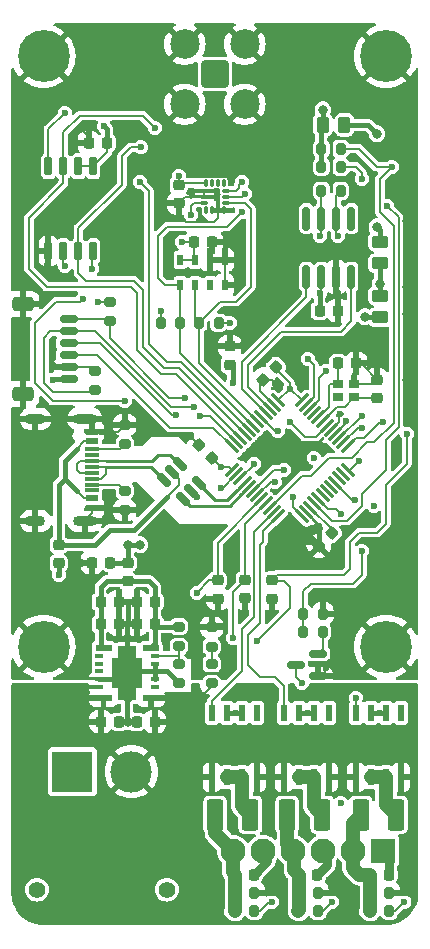
<source format=gbl>
G04 #@! TF.GenerationSoftware,KiCad,Pcbnew,7.0.5*
G04 #@! TF.CreationDate,2023-06-15T17:11:31+02:00*
G04 #@! TF.ProjectId,euroc_controller,6575726f-635f-4636-9f6e-74726f6c6c65,rev?*
G04 #@! TF.SameCoordinates,Original*
G04 #@! TF.FileFunction,Copper,L4,Bot*
G04 #@! TF.FilePolarity,Positive*
%FSLAX46Y46*%
G04 Gerber Fmt 4.6, Leading zero omitted, Abs format (unit mm)*
G04 Created by KiCad (PCBNEW 7.0.5) date 2023-06-15 17:11:31*
%MOMM*%
%LPD*%
G01*
G04 APERTURE LIST*
G04 Aperture macros list*
%AMRoundRect*
0 Rectangle with rounded corners*
0 $1 Rounding radius*
0 $2 $3 $4 $5 $6 $7 $8 $9 X,Y pos of 4 corners*
0 Add a 4 corners polygon primitive as box body*
4,1,4,$2,$3,$4,$5,$6,$7,$8,$9,$2,$3,0*
0 Add four circle primitives for the rounded corners*
1,1,$1+$1,$2,$3*
1,1,$1+$1,$4,$5*
1,1,$1+$1,$6,$7*
1,1,$1+$1,$8,$9*
0 Add four rect primitives between the rounded corners*
20,1,$1+$1,$2,$3,$4,$5,0*
20,1,$1+$1,$4,$5,$6,$7,0*
20,1,$1+$1,$6,$7,$8,$9,0*
20,1,$1+$1,$8,$9,$2,$3,0*%
%AMFreePoly0*
4,1,13,0.750000,1.250000,1.250000,1.250000,1.250000,-1.250000,0.750000,-1.250000,0.750000,-2.300000,-0.750000,-2.300000,-0.750000,-1.250000,-1.250000,-1.250000,-1.250000,1.250000,-0.750000,1.250000,-0.750000,2.300000,0.750000,2.300000,0.750000,1.250000,0.750000,1.250000,$1*%
G04 Aperture macros list end*
G04 #@! TA.AperFunction,SMDPad,CuDef*
%ADD10RoundRect,0.200000X0.275000X-0.200000X0.275000X0.200000X-0.275000X0.200000X-0.275000X-0.200000X0*%
G04 #@! TD*
G04 #@! TA.AperFunction,ComponentPad*
%ADD11C,0.700000*%
G04 #@! TD*
G04 #@! TA.AperFunction,ComponentPad*
%ADD12C,4.400000*%
G04 #@! TD*
G04 #@! TA.AperFunction,ComponentPad*
%ADD13C,1.400000*%
G04 #@! TD*
G04 #@! TA.AperFunction,ComponentPad*
%ADD14R,3.500000X3.500000*%
G04 #@! TD*
G04 #@! TA.AperFunction,ComponentPad*
%ADD15C,3.500000*%
G04 #@! TD*
G04 #@! TA.AperFunction,ComponentPad*
%ADD16RoundRect,0.200100X-0.949900X-0.949900X0.949900X-0.949900X0.949900X0.949900X-0.949900X0.949900X0*%
G04 #@! TD*
G04 #@! TA.AperFunction,ComponentPad*
%ADD17C,2.500000*%
G04 #@! TD*
G04 #@! TA.AperFunction,ComponentPad*
%ADD18R,2.100000X2.100000*%
G04 #@! TD*
G04 #@! TA.AperFunction,ComponentPad*
%ADD19C,2.100000*%
G04 #@! TD*
G04 #@! TA.AperFunction,SMDPad,CuDef*
%ADD20RoundRect,0.225000X0.250000X-0.225000X0.250000X0.225000X-0.250000X0.225000X-0.250000X-0.225000X0*%
G04 #@! TD*
G04 #@! TA.AperFunction,SMDPad,CuDef*
%ADD21R,0.900000X0.800000*%
G04 #@! TD*
G04 #@! TA.AperFunction,SMDPad,CuDef*
%ADD22RoundRect,0.200000X-0.275000X0.200000X-0.275000X-0.200000X0.275000X-0.200000X0.275000X0.200000X0*%
G04 #@! TD*
G04 #@! TA.AperFunction,SMDPad,CuDef*
%ADD23RoundRect,0.150000X0.150000X-0.825000X0.150000X0.825000X-0.150000X0.825000X-0.150000X-0.825000X0*%
G04 #@! TD*
G04 #@! TA.AperFunction,SMDPad,CuDef*
%ADD24RoundRect,0.087500X0.087500X-0.225000X0.087500X0.225000X-0.087500X0.225000X-0.087500X-0.225000X0*%
G04 #@! TD*
G04 #@! TA.AperFunction,SMDPad,CuDef*
%ADD25RoundRect,0.087500X0.225000X-0.087500X0.225000X0.087500X-0.225000X0.087500X-0.225000X-0.087500X0*%
G04 #@! TD*
G04 #@! TA.AperFunction,SMDPad,CuDef*
%ADD26RoundRect,0.200000X-0.200000X-0.275000X0.200000X-0.275000X0.200000X0.275000X-0.200000X0.275000X0*%
G04 #@! TD*
G04 #@! TA.AperFunction,SMDPad,CuDef*
%ADD27RoundRect,0.225000X-0.225000X-0.250000X0.225000X-0.250000X0.225000X0.250000X-0.225000X0.250000X0*%
G04 #@! TD*
G04 #@! TA.AperFunction,SMDPad,CuDef*
%ADD28RoundRect,0.250000X0.262500X0.450000X-0.262500X0.450000X-0.262500X-0.450000X0.262500X-0.450000X0*%
G04 #@! TD*
G04 #@! TA.AperFunction,SMDPad,CuDef*
%ADD29RoundRect,0.250000X0.450000X-0.262500X0.450000X0.262500X-0.450000X0.262500X-0.450000X-0.262500X0*%
G04 #@! TD*
G04 #@! TA.AperFunction,SMDPad,CuDef*
%ADD30RoundRect,0.225000X-0.017678X0.335876X-0.335876X0.017678X0.017678X-0.335876X0.335876X-0.017678X0*%
G04 #@! TD*
G04 #@! TA.AperFunction,SMDPad,CuDef*
%ADD31RoundRect,0.218750X0.256250X-0.218750X0.256250X0.218750X-0.256250X0.218750X-0.256250X-0.218750X0*%
G04 #@! TD*
G04 #@! TA.AperFunction,SMDPad,CuDef*
%ADD32RoundRect,0.250001X-0.462499X-1.074999X0.462499X-1.074999X0.462499X1.074999X-0.462499X1.074999X0*%
G04 #@! TD*
G04 #@! TA.AperFunction,SMDPad,CuDef*
%ADD33RoundRect,0.218750X0.218750X0.256250X-0.218750X0.256250X-0.218750X-0.256250X0.218750X-0.256250X0*%
G04 #@! TD*
G04 #@! TA.AperFunction,SMDPad,CuDef*
%ADD34RoundRect,0.150000X0.150000X-0.650000X0.150000X0.650000X-0.150000X0.650000X-0.150000X-0.650000X0*%
G04 #@! TD*
G04 #@! TA.AperFunction,SMDPad,CuDef*
%ADD35RoundRect,0.225000X0.225000X0.250000X-0.225000X0.250000X-0.225000X-0.250000X0.225000X-0.250000X0*%
G04 #@! TD*
G04 #@! TA.AperFunction,SMDPad,CuDef*
%ADD36RoundRect,0.200000X0.200000X0.275000X-0.200000X0.275000X-0.200000X-0.275000X0.200000X-0.275000X0*%
G04 #@! TD*
G04 #@! TA.AperFunction,SMDPad,CuDef*
%ADD37RoundRect,0.218750X-0.256250X0.218750X-0.256250X-0.218750X0.256250X-0.218750X0.256250X0.218750X0*%
G04 #@! TD*
G04 #@! TA.AperFunction,SMDPad,CuDef*
%ADD38RoundRect,0.225000X-0.250000X0.225000X-0.250000X-0.225000X0.250000X-0.225000X0.250000X0.225000X0*%
G04 #@! TD*
G04 #@! TA.AperFunction,SMDPad,CuDef*
%ADD39RoundRect,0.150000X0.625000X-0.150000X0.625000X0.150000X-0.625000X0.150000X-0.625000X-0.150000X0*%
G04 #@! TD*
G04 #@! TA.AperFunction,SMDPad,CuDef*
%ADD40RoundRect,0.250000X0.650000X-0.350000X0.650000X0.350000X-0.650000X0.350000X-0.650000X-0.350000X0*%
G04 #@! TD*
G04 #@! TA.AperFunction,SMDPad,CuDef*
%ADD41RoundRect,0.225000X0.017678X-0.335876X0.335876X-0.017678X-0.017678X0.335876X-0.335876X0.017678X0*%
G04 #@! TD*
G04 #@! TA.AperFunction,SMDPad,CuDef*
%ADD42RoundRect,0.075000X0.415425X0.521491X-0.521491X-0.415425X-0.415425X-0.521491X0.521491X0.415425X0*%
G04 #@! TD*
G04 #@! TA.AperFunction,SMDPad,CuDef*
%ADD43RoundRect,0.075000X-0.415425X0.521491X-0.521491X0.415425X0.415425X-0.521491X0.521491X-0.415425X0*%
G04 #@! TD*
G04 #@! TA.AperFunction,SMDPad,CuDef*
%ADD44RoundRect,0.050000X-0.650000X-0.200000X0.650000X-0.200000X0.650000X0.200000X-0.650000X0.200000X0*%
G04 #@! TD*
G04 #@! TA.AperFunction,SMDPad,CuDef*
%ADD45RoundRect,0.050050X-0.299950X-0.124950X0.299950X-0.124950X0.299950X0.124950X-0.299950X0.124950X0*%
G04 #@! TD*
G04 #@! TA.AperFunction,SMDPad,CuDef*
%ADD46FreePoly0,0.000000*%
G04 #@! TD*
G04 #@! TA.AperFunction,SMDPad,CuDef*
%ADD47R,0.533400X1.460500*%
G04 #@! TD*
G04 #@! TA.AperFunction,SMDPad,CuDef*
%ADD48RoundRect,0.225000X0.335876X0.017678X0.017678X0.335876X-0.335876X-0.017678X-0.017678X-0.335876X0*%
G04 #@! TD*
G04 #@! TA.AperFunction,SMDPad,CuDef*
%ADD49RoundRect,0.150000X0.468458X-0.256326X-0.256326X0.468458X-0.468458X0.256326X0.256326X-0.468458X0*%
G04 #@! TD*
G04 #@! TA.AperFunction,SMDPad,CuDef*
%ADD50RoundRect,0.150000X0.587500X0.150000X-0.587500X0.150000X-0.587500X-0.150000X0.587500X-0.150000X0*%
G04 #@! TD*
G04 #@! TA.AperFunction,SMDPad,CuDef*
%ADD51R,0.550000X0.950000*%
G04 #@! TD*
G04 #@! TA.AperFunction,SMDPad,CuDef*
%ADD52RoundRect,0.250000X-0.450000X0.262500X-0.450000X-0.262500X0.450000X-0.262500X0.450000X0.262500X0*%
G04 #@! TD*
G04 #@! TA.AperFunction,SMDPad,CuDef*
%ADD53R,1.058000X0.600000*%
G04 #@! TD*
G04 #@! TA.AperFunction,SMDPad,CuDef*
%ADD54R,1.160000X0.300000*%
G04 #@! TD*
G04 #@! TA.AperFunction,ComponentPad*
%ADD55O,1.700000X0.900000*%
G04 #@! TD*
G04 #@! TA.AperFunction,ComponentPad*
%ADD56O,2.000000X0.900000*%
G04 #@! TD*
G04 #@! TA.AperFunction,ViaPad*
%ADD57C,0.600000*%
G04 #@! TD*
G04 #@! TA.AperFunction,ViaPad*
%ADD58C,0.800000*%
G04 #@! TD*
G04 #@! TA.AperFunction,Conductor*
%ADD59C,0.200000*%
G04 #@! TD*
G04 #@! TA.AperFunction,Conductor*
%ADD60C,0.400000*%
G04 #@! TD*
G04 #@! TA.AperFunction,Conductor*
%ADD61C,0.284000*%
G04 #@! TD*
G04 #@! TA.AperFunction,Conductor*
%ADD62C,0.800000*%
G04 #@! TD*
G04 #@! TA.AperFunction,Conductor*
%ADD63C,1.200000*%
G04 #@! TD*
G04 APERTURE END LIST*
D10*
X171704000Y-74168000D03*
X171704000Y-75818000D03*
D11*
X165714000Y-97536000D03*
X166197274Y-96369274D03*
X166197274Y-98702726D03*
X167364000Y-95886000D03*
D12*
X167364000Y-97536000D03*
D11*
X167364000Y-99186000D03*
X168530726Y-96369274D03*
X168530726Y-98702726D03*
X169014000Y-97536000D03*
X194714000Y-97536000D03*
X195197274Y-96369274D03*
X195197274Y-98702726D03*
X196364000Y-95886000D03*
D12*
X196364000Y-97536000D03*
D11*
X196364000Y-99186000D03*
X197530726Y-96369274D03*
X197530726Y-98702726D03*
X198014000Y-97536000D03*
D13*
X177800000Y-118110000D03*
X166800000Y-118110000D03*
D14*
X169800000Y-108110000D03*
D15*
X174800000Y-108110000D03*
D11*
X194714000Y-47536000D03*
X195197274Y-46369274D03*
X195197274Y-48702726D03*
X196364000Y-45886000D03*
D12*
X196364000Y-47536000D03*
D11*
X196364000Y-49186000D03*
X197530726Y-46369274D03*
X197530726Y-48702726D03*
X198014000Y-47536000D03*
D16*
X181864000Y-49062000D03*
D17*
X179324000Y-46522000D03*
X179324000Y-51602000D03*
X184404000Y-46522000D03*
X184404000Y-51602000D03*
D18*
X196088000Y-114808000D03*
D19*
X193548000Y-114808000D03*
X191008000Y-114808000D03*
X188468000Y-114808000D03*
X185928000Y-114808000D03*
X183388000Y-114808000D03*
D20*
X183134000Y-73660000D03*
X183134000Y-72110000D03*
D11*
X165714000Y-47536000D03*
X166197274Y-46369274D03*
X166197274Y-48702726D03*
X167364000Y-45886000D03*
D12*
X167364000Y-47536000D03*
D11*
X167364000Y-49186000D03*
X168530726Y-46369274D03*
X168530726Y-48702726D03*
X169014000Y-47536000D03*
D21*
X192272082Y-75328082D03*
X193672082Y-75328082D03*
X193672082Y-76428082D03*
X192272082Y-76428082D03*
D22*
X178816000Y-98969000D03*
X178816000Y-100619000D03*
D23*
X193421000Y-66229000D03*
X192151000Y-66229000D03*
X190881000Y-66229000D03*
X189611000Y-66229000D03*
X189611000Y-61279000D03*
X190881000Y-61279000D03*
X192151000Y-61279000D03*
X193421000Y-61279000D03*
D24*
X182614000Y-60598500D03*
X182114000Y-60598500D03*
X181614000Y-60598500D03*
X181114000Y-60598500D03*
D25*
X180951500Y-59936000D03*
X180951500Y-59436000D03*
X180951500Y-58936000D03*
D24*
X181114000Y-58273500D03*
X181614000Y-58273500D03*
X182114000Y-58273500D03*
X182614000Y-58273500D03*
D25*
X182776500Y-58936000D03*
X182776500Y-59436000D03*
X182776500Y-59936000D03*
D10*
X181610000Y-97536000D03*
X181610000Y-95886000D03*
D26*
X190882000Y-55372000D03*
X192532000Y-55372000D03*
D27*
X172186000Y-95631000D03*
X173736000Y-95631000D03*
D28*
X192833000Y-53340000D03*
X191008000Y-53340000D03*
D29*
X195834000Y-69643000D03*
X195834000Y-67818000D03*
D30*
X187024016Y-73833984D03*
X185928000Y-74930000D03*
D26*
X194983500Y-119888000D03*
X196633500Y-119888000D03*
D31*
X168656000Y-90475000D03*
X168656000Y-88900000D03*
D32*
X194216500Y-111760000D03*
X197191500Y-111760000D03*
D33*
X185166000Y-116840000D03*
X183591000Y-116840000D03*
D31*
X174498000Y-91986500D03*
X174498000Y-90411500D03*
D34*
X171577000Y-64052000D03*
X170307000Y-64052000D03*
X169037000Y-64052000D03*
X167767000Y-64052000D03*
X167767000Y-56852000D03*
X169037000Y-56852000D03*
X170307000Y-56852000D03*
X171577000Y-56852000D03*
D35*
X176810000Y-95631000D03*
X175260000Y-95631000D03*
D22*
X174244000Y-84328000D03*
X174244000Y-85978000D03*
D35*
X173000000Y-90424000D03*
X171450000Y-90424000D03*
D10*
X181610000Y-100647000D03*
X181610000Y-98997000D03*
D36*
X191008000Y-94742000D03*
X189358000Y-94742000D03*
D27*
X172186000Y-103886000D03*
X173736000Y-103886000D03*
D36*
X185203500Y-118364000D03*
X183553500Y-118364000D03*
D37*
X182118000Y-91897000D03*
X182118000Y-93472000D03*
D26*
X190882000Y-56896000D03*
X192532000Y-56896000D03*
D38*
X178816000Y-58446000D03*
X178816000Y-59996000D03*
D39*
X169481510Y-74827640D03*
X169481510Y-73827640D03*
X169481510Y-72827640D03*
X169481510Y-71827640D03*
X169481510Y-70827640D03*
X169481510Y-69827640D03*
D40*
X165606510Y-76127640D03*
X165606510Y-68527640D03*
D36*
X182181000Y-70104000D03*
X180531000Y-70104000D03*
D33*
X190551000Y-116840000D03*
X188976000Y-116840000D03*
D35*
X172746000Y-54864000D03*
X171196000Y-54864000D03*
D41*
X190673984Y-88980016D03*
X191770000Y-87884000D03*
D42*
X189212788Y-76686132D03*
X189566342Y-77039686D03*
X189919895Y-77393239D03*
X190273449Y-77746793D03*
X190627002Y-78100346D03*
X190980555Y-78453899D03*
X191334109Y-78807453D03*
X191687662Y-79161006D03*
X192041215Y-79514559D03*
X192394769Y-79868113D03*
X192748322Y-80221666D03*
X193101876Y-80575220D03*
D43*
X193101876Y-82572796D03*
X192748322Y-82926350D03*
X192394769Y-83279903D03*
X192041215Y-83633457D03*
X191687662Y-83987010D03*
X191334109Y-84340563D03*
X190980555Y-84694117D03*
X190627002Y-85047670D03*
X190273449Y-85401223D03*
X189919895Y-85754777D03*
X189566342Y-86108330D03*
X189212788Y-86461884D03*
D42*
X187215212Y-86461884D03*
X186861658Y-86108330D03*
X186508105Y-85754777D03*
X186154551Y-85401223D03*
X185800998Y-85047670D03*
X185447445Y-84694117D03*
X185093891Y-84340563D03*
X184740338Y-83987010D03*
X184386785Y-83633457D03*
X184033231Y-83279903D03*
X183679678Y-82926350D03*
X183326124Y-82572796D03*
D43*
X183326124Y-80575220D03*
X183679678Y-80221666D03*
X184033231Y-79868113D03*
X184386785Y-79514559D03*
X184740338Y-79161006D03*
X185093891Y-78807453D03*
X185447445Y-78453899D03*
X185800998Y-78100346D03*
X186154551Y-77746793D03*
X186508105Y-77393239D03*
X186861658Y-77039686D03*
X187215212Y-76686132D03*
D27*
X180060000Y-63246000D03*
X181610000Y-63246000D03*
D10*
X174244000Y-80390000D03*
X174244000Y-78740000D03*
D26*
X188938500Y-119888000D03*
X190588500Y-119888000D03*
D37*
X186690000Y-91897000D03*
X186690000Y-93472000D03*
X184404000Y-91871500D03*
X184404000Y-93446500D03*
D26*
X189358000Y-96266000D03*
X191008000Y-96266000D03*
D36*
X192532000Y-58928000D03*
X190882000Y-58928000D03*
D10*
X172974000Y-69976000D03*
X172974000Y-68326000D03*
D26*
X177292000Y-70104000D03*
X178942000Y-70104000D03*
D44*
X172437000Y-101901000D03*
D45*
X172087000Y-100926000D03*
X172087000Y-100276000D03*
X172087000Y-99626000D03*
X172087000Y-98976000D03*
X172087000Y-98326000D03*
D44*
X172437000Y-97601000D03*
X176437000Y-97601000D03*
D45*
X176787000Y-98326000D03*
X176787000Y-98976000D03*
X176787000Y-99626000D03*
X176787000Y-100276000D03*
X176787000Y-100926000D03*
D44*
X176437000Y-101901000D03*
D46*
X174437000Y-99756000D03*
D47*
X181610000Y-103124000D03*
X182880000Y-103124000D03*
X184150000Y-103124000D03*
X185420000Y-103124000D03*
X185420000Y-108572300D03*
X184150000Y-108572300D03*
X182880000Y-108572300D03*
X181610000Y-108572300D03*
X187706000Y-103124000D03*
X188976000Y-103124000D03*
X190246000Y-103124000D03*
X191516000Y-103124000D03*
X191516000Y-108572300D03*
X190246000Y-108572300D03*
X188976000Y-108572300D03*
X187706000Y-108572300D03*
D35*
X176784000Y-103886000D03*
X175234000Y-103886000D03*
D26*
X183553500Y-119888000D03*
X185203500Y-119888000D03*
D48*
X181650008Y-81574008D03*
X180553992Y-80477992D03*
D27*
X172186000Y-93726000D03*
X173736000Y-93726000D03*
D22*
X178816000Y-95834500D03*
X178816000Y-97484500D03*
D35*
X176810000Y-93726000D03*
X175260000Y-93726000D03*
D36*
X190588500Y-118364000D03*
X188938500Y-118364000D03*
D49*
X180546085Y-83698583D03*
X179874334Y-84370334D03*
X179202583Y-85042085D03*
X177593915Y-83433417D03*
X178265666Y-82761666D03*
X178937417Y-82089915D03*
D27*
X192278000Y-73533000D03*
X193828000Y-73533000D03*
D32*
X187996500Y-111760000D03*
X190971500Y-111760000D03*
D27*
X190728000Y-69088000D03*
X192278000Y-69088000D03*
D50*
X190597000Y-98110000D03*
X190597000Y-100010000D03*
X188722000Y-99060000D03*
D32*
X181900500Y-111760000D03*
X184875500Y-111760000D03*
D20*
X195580000Y-76467000D03*
X195580000Y-74917000D03*
D51*
X178947000Y-64770000D03*
X180197000Y-64770000D03*
X181447000Y-64770000D03*
X182697000Y-64770000D03*
X182697000Y-66920000D03*
X181447000Y-66920000D03*
X180197000Y-66920000D03*
X178947000Y-66920000D03*
D52*
X195834000Y-63246000D03*
X195834000Y-65071000D03*
D33*
X196596000Y-116840000D03*
X195021000Y-116840000D03*
D53*
X171471000Y-85750000D03*
X171471000Y-84950000D03*
D54*
X171420000Y-83800000D03*
X171420000Y-82800000D03*
X171420000Y-82300000D03*
X171420000Y-81300000D03*
D53*
X171471000Y-80150000D03*
X171471000Y-79350000D03*
X171471000Y-79350000D03*
X171471000Y-80150000D03*
D54*
X171420000Y-80800000D03*
X171420000Y-81800000D03*
X171420000Y-83300000D03*
X171420000Y-84300000D03*
D53*
X171471000Y-84950000D03*
X171471000Y-85750000D03*
D55*
X166670000Y-86870000D03*
D56*
X170840000Y-86870000D03*
D55*
X166670000Y-78230000D03*
D56*
X170840000Y-78230000D03*
D36*
X196633500Y-118364000D03*
X194983500Y-118364000D03*
D47*
X193802000Y-103124000D03*
X195072000Y-103124000D03*
X196342000Y-103124000D03*
X197612000Y-103124000D03*
X197612000Y-108572300D03*
X196342000Y-108572300D03*
X195072000Y-108572300D03*
X193802000Y-108572300D03*
D57*
X185420000Y-70612000D03*
X189738000Y-88646000D03*
D58*
X194310000Y-63754000D03*
X194280500Y-71628000D03*
D57*
X179610000Y-55245000D03*
X197358000Y-85598000D03*
X184404000Y-94234000D03*
X180340000Y-84836000D03*
X168148000Y-73660000D03*
X191770000Y-94742000D03*
X192425059Y-77860568D03*
X182372000Y-84074000D03*
X183610000Y-55245000D03*
X183642000Y-103124000D03*
X183134000Y-89916000D03*
X170434000Y-53594000D03*
D58*
X174498000Y-99822000D03*
D57*
X192278000Y-67564000D03*
X182118000Y-94234000D03*
X174498000Y-95631000D03*
X187960000Y-81026000D03*
X189738000Y-103124000D03*
X186690000Y-94234000D03*
X192278000Y-76454000D03*
X178816000Y-60960000D03*
D58*
X198120000Y-69342000D03*
D57*
X186944000Y-75184000D03*
D58*
X198120000Y-67056000D03*
X198120000Y-53594000D03*
X165608000Y-68580000D03*
D57*
X191262000Y-99314000D03*
D58*
X174498000Y-100838000D03*
D57*
X174498000Y-93726000D03*
X195834000Y-103124000D03*
D58*
X174498000Y-98806000D03*
D57*
X197358000Y-80772000D03*
X182626000Y-95758000D03*
D58*
X174498000Y-101854000D03*
D57*
X182626000Y-63246000D03*
D58*
X198120000Y-61468000D03*
X165608000Y-76200000D03*
D57*
X197358000Y-90170000D03*
D58*
X198120000Y-59182000D03*
X198120000Y-74930000D03*
X174498000Y-97790000D03*
D57*
X179832000Y-79756000D03*
D58*
X196850000Y-55880000D03*
D57*
X167640000Y-65278000D03*
D58*
X174498000Y-103886000D03*
X170434000Y-90424000D03*
D57*
X168656000Y-91440000D03*
D58*
X174498000Y-88900000D03*
D57*
X183388000Y-75184000D03*
X183134000Y-70104000D03*
X168148000Y-74930000D03*
X184150000Y-58166000D03*
X188214000Y-75692000D03*
X182372000Y-82296000D03*
X190246000Y-81534000D03*
X190754000Y-67564000D03*
X169164000Y-65278000D03*
X172466000Y-53431500D03*
X188468000Y-84836000D03*
X177292000Y-69088000D03*
X195326000Y-85598000D03*
D58*
X195834000Y-66802000D03*
D57*
X179070000Y-63246000D03*
X179832000Y-60960000D03*
D58*
X191008000Y-52070000D03*
D57*
X192963373Y-78451687D03*
X171958000Y-68326000D03*
X192532000Y-110744000D03*
D58*
X175514000Y-88900000D03*
D57*
X178816000Y-57658000D03*
X189230000Y-100584000D03*
X194056000Y-81788000D03*
X194310000Y-89408000D03*
X184150000Y-60706000D03*
X184404000Y-59182000D03*
X190754000Y-62738000D03*
X192278000Y-62738000D03*
X191262000Y-74168000D03*
X194310000Y-78994000D03*
X194310000Y-77978000D03*
X193710500Y-85090131D03*
X185166000Y-82042000D03*
X178562000Y-77886500D03*
X188214000Y-78486000D03*
X179324000Y-76454000D03*
X196850000Y-56896000D03*
X196433500Y-60198000D03*
X194310000Y-57912000D03*
X176784000Y-53594000D03*
X175610000Y-55245000D03*
X169164000Y-52324000D03*
X175514000Y-58166000D03*
X174244000Y-76708000D03*
X180594000Y-77978000D03*
X171450000Y-65532000D03*
X170688000Y-68072000D03*
X189738000Y-73152000D03*
X193802000Y-101854000D03*
X192532000Y-86268500D03*
X185420000Y-97028000D03*
X197903500Y-119126000D03*
X198120000Y-79502000D03*
X196088000Y-78486000D03*
X183388000Y-96774000D03*
X191770000Y-119126000D03*
X180340000Y-92964000D03*
X186690000Y-119126000D03*
X186944000Y-83566000D03*
X187706000Y-82550000D03*
X187198000Y-79248000D03*
X180086000Y-77216000D03*
D58*
X195580000Y-54102000D03*
X194564000Y-69596000D03*
X195580000Y-61976000D03*
D59*
X169481510Y-73827640D02*
X171363640Y-73827640D01*
X171363640Y-73827640D02*
X171704000Y-74168000D01*
X167386000Y-75184000D02*
X168148000Y-75946000D01*
X167386000Y-71374000D02*
X167386000Y-75184000D01*
X169481510Y-70827640D02*
X167932360Y-70827640D01*
X171576000Y-75946000D02*
X171704000Y-75818000D01*
X167932360Y-70827640D02*
X167386000Y-71374000D01*
X168148000Y-75946000D02*
X171576000Y-75946000D01*
X174244000Y-76708000D02*
X168148000Y-76708000D01*
X168148000Y-76708000D02*
X166624000Y-75184000D01*
X166624000Y-75184000D02*
X166624000Y-70104000D01*
X166624000Y-70104000D02*
X168402000Y-68326000D01*
X168402000Y-68326000D02*
X170434000Y-68326000D01*
X170434000Y-68326000D02*
X170688000Y-68072000D01*
D60*
X183388000Y-75184000D02*
X183388000Y-73914000D01*
X183388000Y-73914000D02*
X183134000Y-73660000D01*
X183134000Y-72110000D02*
X183922000Y-72110000D01*
X183922000Y-72110000D02*
X185420000Y-70612000D01*
D59*
X171420000Y-83300000D02*
X172250000Y-83300000D01*
X172250000Y-83300000D02*
X172621505Y-82928495D01*
X172621505Y-82928495D02*
X172621505Y-82284000D01*
X170180000Y-82550000D02*
X170180000Y-82042000D01*
X171420000Y-82800000D02*
X170430000Y-82800000D01*
X170430000Y-82800000D02*
X170180000Y-82550000D01*
X170180000Y-82042000D02*
X170422000Y-81800000D01*
X170422000Y-81800000D02*
X171420000Y-81800000D01*
D61*
X178863915Y-82089915D02*
X178054000Y-81280000D01*
X178937417Y-82089915D02*
X178863915Y-82089915D01*
X177050000Y-81280000D02*
X176530000Y-81800000D01*
X176530000Y-81800000D02*
X172621505Y-81800000D01*
X178054000Y-81280000D02*
X177050000Y-81280000D01*
X172621505Y-82284000D02*
X176444498Y-82284000D01*
X176444498Y-82284000D02*
X177593915Y-83433417D01*
D59*
X172621505Y-82284000D02*
X172605505Y-82300000D01*
X172605505Y-82300000D02*
X171420000Y-82300000D01*
X171420000Y-81800000D02*
X172621505Y-81800000D01*
D60*
X174437000Y-95692000D02*
X174498000Y-95631000D01*
D62*
X191389000Y-116002000D02*
X190551000Y-116840000D01*
D60*
X174437000Y-101793000D02*
X174498000Y-101854000D01*
X165608000Y-68820000D02*
X165608000Y-68580000D01*
D59*
X183679678Y-82926350D02*
X182532028Y-84074000D01*
D60*
X174437000Y-97729000D02*
X174437000Y-95692000D01*
X195834000Y-103124000D02*
X195072000Y-103124000D01*
D59*
X192272082Y-76428082D02*
X192272082Y-76448082D01*
X192151000Y-67437000D02*
X192278000Y-67564000D01*
X178816000Y-59996000D02*
X179376000Y-59436000D01*
D60*
X189738000Y-88646000D02*
X190339968Y-88646000D01*
X175260000Y-93726000D02*
X174498000Y-93726000D01*
D59*
X182114000Y-60598500D02*
X182114000Y-61218000D01*
X171450000Y-90424000D02*
X170434000Y-90424000D01*
D60*
X184150000Y-103124000D02*
X182880000Y-103124000D01*
D59*
X179432000Y-61576000D02*
X178816000Y-60960000D01*
D60*
X174437000Y-103825000D02*
X174498000Y-103886000D01*
X165608000Y-68580000D02*
X165608000Y-68834000D01*
X174498000Y-99822000D02*
X174498000Y-99695000D01*
D59*
X185928000Y-74930000D02*
X186690000Y-74930000D01*
X181614000Y-60598500D02*
X182614000Y-60598500D01*
X171471000Y-79350000D02*
X171471000Y-78861000D01*
D60*
X196342000Y-103124000D02*
X195834000Y-103124000D01*
X192278000Y-67564000D02*
X192278000Y-69088000D01*
D62*
X196596000Y-116840000D02*
X196596000Y-114935000D01*
D60*
X176787000Y-99626000D02*
X175517000Y-99626000D01*
D59*
X171471000Y-85750000D02*
X171471000Y-86239000D01*
D60*
X172087000Y-100276000D02*
X173917000Y-100276000D01*
X174498000Y-95631000D02*
X175260000Y-95631000D01*
D62*
X186309000Y-115697000D02*
X185166000Y-116840000D01*
D59*
X167767000Y-64052000D02*
X167767000Y-65151000D01*
X171420000Y-79350000D02*
X173634000Y-79350000D01*
D60*
X174437000Y-97851000D02*
X174498000Y-97790000D01*
X174437000Y-101915000D02*
X174437000Y-103825000D01*
D59*
X191008000Y-94742000D02*
X191770000Y-94742000D01*
X194196000Y-73533000D02*
X193828000Y-73533000D01*
D60*
X174498000Y-93726000D02*
X174498000Y-95631000D01*
X175517000Y-99626000D02*
X175387000Y-99756000D01*
D62*
X191389000Y-114808000D02*
X191389000Y-116002000D01*
D59*
X191183500Y-99392500D02*
X191262000Y-99314000D01*
X189566342Y-86108330D02*
X190673984Y-87215972D01*
X191183500Y-99822000D02*
X191183500Y-99392500D01*
X184404000Y-93446500D02*
X184404000Y-94234000D01*
X193828000Y-75172164D02*
X193672082Y-75328082D01*
X186690000Y-74930000D02*
X186944000Y-75184000D01*
D60*
X173736000Y-103886000D02*
X174498000Y-103886000D01*
D59*
X174016000Y-85750000D02*
X174244000Y-85978000D01*
X185674000Y-75184000D02*
X185928000Y-74930000D01*
D60*
X189738000Y-103124000D02*
X188976000Y-103124000D01*
D59*
X180951500Y-58936000D02*
X180951500Y-59436000D01*
X182118000Y-93472000D02*
X182118000Y-94234000D01*
X186861658Y-77039686D02*
X185674000Y-75852028D01*
D60*
X165608000Y-76200000D02*
X165608000Y-76454000D01*
X173736000Y-93726000D02*
X174498000Y-93726000D01*
D62*
X186309000Y-114808000D02*
X186309000Y-115697000D01*
D59*
X179376000Y-59436000D02*
X180951500Y-59436000D01*
X171471000Y-78861000D02*
X170840000Y-78230000D01*
X178816000Y-59996000D02*
X178816000Y-60960000D01*
D60*
X174498000Y-99695000D02*
X174437000Y-99756000D01*
D59*
X186690000Y-93472000D02*
X186690000Y-94234000D01*
X192151000Y-66229000D02*
X192151000Y-67437000D01*
D60*
X174498000Y-101854000D02*
X174437000Y-101915000D01*
D59*
X167767000Y-65151000D02*
X167640000Y-65278000D01*
D60*
X174437000Y-101656000D02*
X174437000Y-101793000D01*
D59*
X182532028Y-84074000D02*
X182372000Y-84074000D01*
X190995500Y-100010000D02*
X191183500Y-99822000D01*
X171471000Y-86239000D02*
X170840000Y-86870000D01*
X193672082Y-75328082D02*
X195168918Y-75328082D01*
D60*
X169481510Y-73827640D02*
X168315640Y-73827640D01*
X173917000Y-100276000D02*
X174371000Y-99822000D01*
D59*
X191687662Y-79161006D02*
X192363373Y-78485295D01*
X192272082Y-76448082D02*
X192278000Y-76454000D01*
X179874334Y-84370334D02*
X180340000Y-84836000D01*
X171420000Y-85750000D02*
X174016000Y-85750000D01*
X182697000Y-66920000D02*
X182697000Y-64770000D01*
X182500000Y-95632000D02*
X182626000Y-95758000D01*
X192363373Y-77922254D02*
X192425059Y-77860568D01*
D60*
X174437000Y-97856000D02*
X174437000Y-97851000D01*
X190246000Y-103124000D02*
X189738000Y-103124000D01*
D59*
X181610000Y-95632000D02*
X182500000Y-95632000D01*
X180553992Y-80477992D02*
X179832000Y-79756000D01*
X192363373Y-78485295D02*
X192363373Y-77922254D01*
D60*
X177823000Y-99626000D02*
X178816000Y-100619000D01*
X190673984Y-88980016D02*
X190673984Y-87215972D01*
X174371000Y-99822000D02*
X174498000Y-99822000D01*
X168315640Y-73827640D02*
X168148000Y-73660000D01*
X176787000Y-99626000D02*
X177823000Y-99626000D01*
D59*
X182697000Y-64770000D02*
X181447000Y-64770000D01*
X171196000Y-54864000D02*
X171196000Y-54356000D01*
X181610000Y-63246000D02*
X181610000Y-64607000D01*
X185674000Y-75852028D02*
X185674000Y-75184000D01*
D60*
X176787000Y-98976000D02*
X176787000Y-100276000D01*
D59*
X195580000Y-74917000D02*
X194196000Y-73533000D01*
D60*
X165608000Y-76420000D02*
X165608000Y-76200000D01*
D59*
X190597000Y-100010000D02*
X190995500Y-100010000D01*
X182114000Y-61218000D02*
X181756000Y-61576000D01*
X173634000Y-79350000D02*
X174244000Y-78740000D01*
X181610000Y-64607000D02*
X181447000Y-64770000D01*
D60*
X174498000Y-97790000D02*
X174437000Y-97729000D01*
X190339968Y-88646000D02*
X190673984Y-88980016D01*
D59*
X171196000Y-54356000D02*
X170434000Y-53594000D01*
D60*
X173736000Y-95631000D02*
X174498000Y-95631000D01*
D62*
X196596000Y-114935000D02*
X196469000Y-114808000D01*
D59*
X195168918Y-75328082D02*
X195580000Y-74917000D01*
X181610000Y-63246000D02*
X182626000Y-63246000D01*
X181756000Y-61576000D02*
X179432000Y-61576000D01*
X193828000Y-73533000D02*
X193828000Y-75172164D01*
D60*
X192532000Y-118364000D02*
X192786000Y-118110000D01*
D59*
X181610000Y-100647000D02*
X181610000Y-100838000D01*
D60*
X190588500Y-118364000D02*
X192532000Y-118364000D01*
X196633500Y-118364000D02*
X198628000Y-118364000D01*
X168656000Y-90475000D02*
X168656000Y-91440000D01*
D59*
X181610000Y-100838000D02*
X180086000Y-102362000D01*
D60*
X186944000Y-118364000D02*
X187198000Y-118110000D01*
X185203500Y-118364000D02*
X186944000Y-118364000D01*
X190882000Y-53466000D02*
X191008000Y-53340000D01*
D59*
X182776500Y-58936000D02*
X183634000Y-58936000D01*
X172746000Y-55683000D02*
X172746000Y-54864000D01*
D60*
X195834000Y-67818000D02*
X195834000Y-66802000D01*
X173000000Y-90424000D02*
X174498000Y-90424000D01*
D59*
X183896000Y-58674000D02*
X183896000Y-58420000D01*
D60*
X190728000Y-67590000D02*
X190754000Y-67564000D01*
D59*
X187215212Y-76686132D02*
X187219868Y-76686132D01*
D60*
X174498000Y-90424000D02*
X174498000Y-88900000D01*
D59*
X182372000Y-82296000D02*
X183049328Y-82296000D01*
D60*
X195834000Y-65071000D02*
X195834000Y-66802000D01*
D59*
X181650008Y-81574008D02*
X182372000Y-82296000D01*
X171577000Y-56852000D02*
X172746000Y-55683000D01*
X178947000Y-64770000D02*
X180197000Y-64770000D01*
X192963373Y-78592401D02*
X192963373Y-78451687D01*
D60*
X190882000Y-55372000D02*
X190882000Y-53466000D01*
D59*
X188468000Y-85717096D02*
X188468000Y-84836000D01*
D60*
X169481510Y-74827640D02*
X168250360Y-74827640D01*
X172746000Y-53711500D02*
X172466000Y-53431500D01*
D59*
X188214000Y-75692000D02*
X188214000Y-75184000D01*
X180060000Y-63246000D02*
X180060000Y-64633000D01*
D60*
X172746000Y-54864000D02*
X172746000Y-53711500D01*
X191008000Y-53340000D02*
X191008000Y-52070000D01*
D59*
X183896000Y-58420000D02*
X184150000Y-58166000D01*
X178816000Y-58446000D02*
X178816000Y-57658000D01*
X182181000Y-70104000D02*
X183134000Y-70104000D01*
X172974000Y-68326000D02*
X171958000Y-68326000D01*
X178988500Y-58273500D02*
X178816000Y-58446000D01*
X183049328Y-82296000D02*
X183326124Y-82572796D01*
X180951500Y-59936000D02*
X180094000Y-59936000D01*
X187024016Y-73994016D02*
X187024016Y-73833984D01*
X180060000Y-63246000D02*
X179070000Y-63246000D01*
D60*
X190882000Y-56896000D02*
X190882000Y-55372000D01*
X168250360Y-74827640D02*
X168148000Y-74930000D01*
D59*
X180094000Y-59936000D02*
X179832000Y-60198000D01*
X189212788Y-86461884D02*
X188468000Y-85717096D01*
D60*
X190728000Y-69088000D02*
X190728000Y-67590000D01*
D59*
X169037000Y-64052000D02*
X169037000Y-65151000D01*
X177292000Y-70104000D02*
X177292000Y-69088000D01*
X190881000Y-66229000D02*
X190881000Y-67437000D01*
X188214000Y-75184000D02*
X187024016Y-73994016D01*
X180060000Y-64633000D02*
X180197000Y-64770000D01*
X170307000Y-56852000D02*
X171577000Y-56852000D01*
D60*
X174498000Y-88900000D02*
X175514000Y-88900000D01*
D59*
X190881000Y-67437000D02*
X190754000Y-67564000D01*
X189208132Y-76686132D02*
X188214000Y-75692000D01*
X183634000Y-58936000D02*
X183896000Y-58674000D01*
X192041215Y-79514559D02*
X192963373Y-78592401D01*
X179832000Y-60198000D02*
X179832000Y-60960000D01*
X181114000Y-58273500D02*
X178988500Y-58273500D01*
X169037000Y-65151000D02*
X169164000Y-65278000D01*
X189212788Y-76686132D02*
X189208132Y-76686132D01*
X187219868Y-76686132D02*
X188214000Y-75692000D01*
X188722000Y-99060000D02*
X188722000Y-100076000D01*
X188722000Y-100076000D02*
X189230000Y-100584000D01*
X193548000Y-92202000D02*
X189992000Y-92202000D01*
X189358000Y-92836000D02*
X189358000Y-94742000D01*
X193101876Y-82572796D02*
X193271204Y-82572796D01*
X194310000Y-89408000D02*
X194310000Y-91440000D01*
X189992000Y-92202000D02*
X189358000Y-92836000D01*
X189358000Y-94742000D02*
X189358000Y-96266000D01*
X193271204Y-82572796D02*
X194056000Y-81788000D01*
X194310000Y-91440000D02*
X193548000Y-92202000D01*
X181610000Y-98997000D02*
X181610000Y-97536000D01*
X184912000Y-60452000D02*
X184396000Y-59936000D01*
X180531000Y-73537454D02*
X185447445Y-78453899D01*
X180531000Y-70104000D02*
X182309000Y-68326000D01*
X184912000Y-67056000D02*
X184912000Y-60452000D01*
X182309000Y-68326000D02*
X183642000Y-68326000D01*
X180197000Y-69770000D02*
X180531000Y-70104000D01*
X184396000Y-59936000D02*
X182776500Y-59936000D01*
X183642000Y-68326000D02*
X184912000Y-67056000D01*
X180197000Y-66920000D02*
X180197000Y-69770000D01*
X180531000Y-70104000D02*
X180531000Y-73537454D01*
X178947000Y-70099000D02*
X178947000Y-66920000D01*
X183642000Y-61214000D02*
X184150000Y-60706000D01*
X177038000Y-62738000D02*
X177800000Y-61976000D01*
X177038000Y-66294000D02*
X177038000Y-62738000D01*
X178942000Y-70104000D02*
X178947000Y-70099000D01*
X178942000Y-72655562D02*
X178942000Y-70104000D01*
X177800000Y-61976000D02*
X182880000Y-61976000D01*
X185093891Y-78807453D02*
X178942000Y-72655562D01*
X184150000Y-59436000D02*
X182776500Y-59436000D01*
X184404000Y-59182000D02*
X184150000Y-59436000D01*
X178947000Y-66920000D02*
X177664000Y-66920000D01*
X177664000Y-66920000D02*
X177038000Y-66294000D01*
X182880000Y-61976000D02*
X183642000Y-61214000D01*
X190881000Y-62611000D02*
X190754000Y-62738000D01*
X190881000Y-61279000D02*
X190881000Y-58929000D01*
X190881000Y-58929000D02*
X190882000Y-58928000D01*
X190881000Y-61279000D02*
X190881000Y-62611000D01*
X192151000Y-61279000D02*
X192151000Y-59309000D01*
X192151000Y-59309000D02*
X192532000Y-58928000D01*
X192151000Y-61279000D02*
X192151000Y-62611000D01*
X192151000Y-62611000D02*
X192278000Y-62738000D01*
X184658000Y-73660000D02*
X184658000Y-75543134D01*
X192532000Y-70866000D02*
X187452000Y-70866000D01*
X184658000Y-75543134D02*
X186508105Y-77393239D01*
X193421000Y-69977000D02*
X192532000Y-70866000D01*
X193421000Y-66229000D02*
X193421000Y-69977000D01*
X187452000Y-70866000D02*
X184658000Y-73660000D01*
X186154551Y-77746793D02*
X184150000Y-75742242D01*
X189611000Y-67945000D02*
X189611000Y-66229000D01*
X184150000Y-75742242D02*
X184150000Y-73406000D01*
X184150000Y-73406000D02*
X189611000Y-67945000D01*
X178816000Y-97484500D02*
X178816000Y-98298000D01*
X178816000Y-98298000D02*
X176815000Y-98298000D01*
X176815000Y-98298000D02*
X176787000Y-98326000D01*
X178816000Y-98298000D02*
X178816000Y-98969000D01*
X190646000Y-74784000D02*
X191262000Y-74168000D01*
X190646000Y-76667134D02*
X190646000Y-74784000D01*
X189919895Y-77393239D02*
X190646000Y-76667134D01*
D60*
X172186000Y-93726000D02*
X172186000Y-97350000D01*
X172720000Y-91948000D02*
X174472000Y-91948000D01*
X172186000Y-92482000D02*
X172720000Y-91948000D01*
X177013500Y-95834500D02*
X176810000Y-95631000D01*
X174472000Y-91948000D02*
X174498000Y-91974000D01*
X176810000Y-93726000D02*
X176810000Y-92482000D01*
X176810000Y-97228000D02*
X176437000Y-97601000D01*
X176810000Y-93726000D02*
X176810000Y-97228000D01*
X174524000Y-91948000D02*
X174498000Y-91974000D01*
X172186000Y-97350000D02*
X172437000Y-97601000D01*
X176810000Y-92482000D02*
X176276000Y-91948000D01*
X172186000Y-93726000D02*
X172186000Y-92482000D01*
X176276000Y-91948000D02*
X174524000Y-91948000D01*
X178816000Y-95834500D02*
X177013500Y-95834500D01*
D63*
X188976000Y-116840000D02*
X188976000Y-119850500D01*
X188595000Y-116459000D02*
X188976000Y-116840000D01*
X188595000Y-114808000D02*
X188595000Y-116459000D01*
X187996500Y-111760000D02*
X187996500Y-114209500D01*
X188976000Y-119850500D02*
X188938500Y-119888000D01*
X187996500Y-114209500D02*
X188595000Y-114808000D01*
D59*
X192748322Y-80221666D02*
X193975988Y-78994000D01*
X193975988Y-78994000D02*
X194310000Y-78994000D01*
X192394769Y-79868113D02*
X194284882Y-77978000D01*
X194284882Y-77978000D02*
X194310000Y-77978000D01*
D63*
X183388000Y-116637000D02*
X183591000Y-116840000D01*
X181900500Y-111760000D02*
X181900500Y-113320500D01*
X181900500Y-113320500D02*
X183388000Y-114808000D01*
X183388000Y-114808000D02*
X183388000Y-116637000D01*
X183591000Y-116840000D02*
X183591000Y-119850500D01*
X183591000Y-119850500D02*
X183553500Y-119888000D01*
X194095076Y-116840000D02*
X195021000Y-116840000D01*
X193548000Y-116292924D02*
X194095076Y-116840000D01*
X193548000Y-114808000D02*
X193548000Y-116292924D01*
X195021000Y-119850500D02*
X194983500Y-119888000D01*
X193548000Y-112428500D02*
X194216500Y-111760000D01*
X193548000Y-114808000D02*
X193548000Y-112428500D01*
X195021000Y-116840000D02*
X195021000Y-119850500D01*
D59*
X170173619Y-80765619D02*
X170789239Y-80150000D01*
X178265666Y-82761666D02*
X178816000Y-83312000D01*
X178816000Y-83312000D02*
X178816000Y-83820000D01*
D60*
X177800000Y-84836000D02*
X175006000Y-87630000D01*
D59*
X171471000Y-84950000D02*
X170802000Y-84950000D01*
D60*
X168656000Y-88900000D02*
X171704000Y-88900000D01*
X175006000Y-87630000D02*
X172974000Y-87630000D01*
X170173619Y-80765619D02*
X169164000Y-81775238D01*
X168656000Y-88900000D02*
X168656000Y-83820000D01*
D59*
X170802000Y-84950000D02*
X170180000Y-84328000D01*
D60*
X169164000Y-81775239D02*
X169164000Y-83312000D01*
D59*
X178816000Y-83820000D02*
X177800000Y-84836000D01*
D60*
X172974000Y-87630000D02*
X171704000Y-88900000D01*
X169164000Y-81775238D02*
X169164000Y-81775239D01*
X168656000Y-83820000D02*
X169164000Y-83312000D01*
D59*
X170789239Y-80150000D02*
X171471000Y-80150000D01*
D60*
X169164000Y-83312000D02*
X170180000Y-84328000D01*
D59*
X174244000Y-84328000D02*
X173716000Y-83800000D01*
X173716000Y-83800000D02*
X171420000Y-83800000D01*
D61*
X182929556Y-85102000D02*
X181864000Y-85102000D01*
X183754110Y-84277446D02*
X182929556Y-85102000D01*
X183754110Y-84266132D02*
X183754110Y-84277446D01*
X180546085Y-83698583D02*
X180546085Y-83784085D01*
X184386785Y-83633457D02*
X183754110Y-84266132D01*
X180546085Y-83784085D02*
X181864000Y-85102000D01*
X179746498Y-85586000D02*
X183130034Y-85586000D01*
X179202583Y-85042085D02*
X179746498Y-85586000D01*
X184096349Y-84619685D02*
X184107663Y-84619685D01*
X184107663Y-84619685D02*
X184740338Y-83987010D01*
X183130034Y-85586000D02*
X184096349Y-84619685D01*
D59*
X173834000Y-80800000D02*
X174244000Y-80390000D01*
X171420000Y-80800000D02*
X173834000Y-80800000D01*
X193497889Y-85090131D02*
X192041215Y-83633457D01*
X193710500Y-85090131D02*
X193497889Y-85090131D01*
X178054000Y-78994000D02*
X172339000Y-73279000D01*
X183326124Y-80575220D02*
X181744904Y-78994000D01*
X181744904Y-78994000D02*
X178054000Y-78994000D01*
X169481510Y-72827640D02*
X171887640Y-72827640D01*
X171887640Y-72827640D02*
X172339000Y-73279000D01*
X169481510Y-71827640D02*
X172157640Y-71827640D01*
X185166000Y-82042000D02*
X185166000Y-82147134D01*
X185166000Y-82147134D02*
X184033231Y-83279903D01*
X178562000Y-77886500D02*
X178216500Y-77886500D01*
X172157640Y-71827640D02*
X172720000Y-72390000D01*
X178216500Y-77886500D02*
X172720000Y-72390000D01*
D63*
X184150000Y-111034500D02*
X184875500Y-111760000D01*
X182880000Y-108572300D02*
X184150000Y-108572300D01*
X184150000Y-108572300D02*
X184150000Y-111034500D01*
X190246000Y-111034500D02*
X190971500Y-111760000D01*
X188976000Y-108572300D02*
X190246000Y-108572300D01*
X190246000Y-108572300D02*
X190246000Y-111034500D01*
X196342000Y-108572300D02*
X196342000Y-110910500D01*
X195072000Y-108572300D02*
X196342000Y-108572300D01*
X196342000Y-110910500D02*
X197191500Y-111760000D01*
D59*
X192272082Y-73538918D02*
X192278000Y-73533000D01*
X192272082Y-75328082D02*
X192272082Y-73538918D01*
X191522082Y-75428082D02*
X191622082Y-75328082D01*
X191622082Y-75328082D02*
X192272082Y-75328082D01*
X190627002Y-78100346D02*
X191522082Y-77205266D01*
X191522082Y-77205266D02*
X191522082Y-75428082D01*
X190980555Y-78453899D02*
X192173886Y-77260568D01*
X195580000Y-76467000D02*
X193711000Y-76467000D01*
X193711000Y-76467000D02*
X193672082Y-76428082D01*
X192839596Y-77260568D02*
X193672082Y-76428082D01*
X192173886Y-77260568D02*
X192839596Y-77260568D01*
X172974000Y-71431686D02*
X172974000Y-69976000D01*
X179324000Y-76454000D02*
X177996314Y-76454000D01*
X189484000Y-79756000D02*
X190385562Y-79756000D01*
X169481510Y-69827640D02*
X172825640Y-69827640D01*
X190385562Y-79756000D02*
X191334109Y-78807453D01*
X177996314Y-76454000D02*
X172974000Y-71431686D01*
X172825640Y-69827640D02*
X172974000Y-69976000D01*
X188214000Y-78486000D02*
X189484000Y-79756000D01*
X195834000Y-57912000D02*
X196850000Y-56896000D01*
X189230000Y-83058000D02*
X189992000Y-83058000D01*
X195580000Y-56896000D02*
X194056000Y-55372000D01*
X196850000Y-56896000D02*
X195580000Y-56896000D01*
X189992000Y-83058000D02*
X191516000Y-81534000D01*
X195834000Y-60706000D02*
X195834000Y-57912000D01*
X197020000Y-61892000D02*
X195834000Y-60706000D01*
X186508105Y-85754777D02*
X186533223Y-85754777D01*
X194056000Y-55372000D02*
X192532000Y-55372000D01*
X186533223Y-85754777D02*
X189230000Y-83058000D01*
X191516000Y-81534000D02*
X193461471Y-81534000D01*
X193461471Y-81534000D02*
X194760314Y-80235157D01*
X195354843Y-80235157D02*
X197020000Y-78570000D01*
X194760314Y-80235157D02*
X195354843Y-80235157D01*
X197020000Y-78570000D02*
X197020000Y-61892000D01*
X193802000Y-56896000D02*
X194310000Y-57404000D01*
X190273449Y-85401223D02*
X191740226Y-86868000D01*
X191740226Y-86868000D02*
X193040000Y-86868000D01*
X194310000Y-84582000D02*
X196342000Y-82550000D01*
X197420000Y-61184500D02*
X197420000Y-78932000D01*
X197420000Y-78932000D02*
X196342000Y-80010000D01*
X194310000Y-57404000D02*
X194310000Y-57912000D01*
X196342000Y-80010000D02*
X196342000Y-82550000D01*
X193040000Y-86868000D02*
X194310000Y-85598000D01*
X193802000Y-56896000D02*
X192532000Y-56896000D01*
X194310000Y-85598000D02*
X194310000Y-84582000D01*
X196433500Y-60198000D02*
X197420000Y-61184500D01*
X169037000Y-56852000D02*
X169037000Y-53975000D01*
X177292000Y-74422000D02*
X175260000Y-72390000D01*
X166116000Y-65532000D02*
X166116000Y-61214000D01*
X175260000Y-67564000D02*
X174752000Y-67056000D01*
X167640000Y-67056000D02*
X166116000Y-65532000D01*
X184008113Y-79868113D02*
X178562000Y-74422000D01*
X166116000Y-61214000D02*
X169037000Y-58293000D01*
X175768000Y-52578000D02*
X176784000Y-53594000D01*
X184033231Y-79868113D02*
X184008113Y-79868113D01*
X178562000Y-74422000D02*
X177292000Y-74422000D01*
X170434000Y-52578000D02*
X175768000Y-52578000D01*
X169037000Y-58293000D02*
X169037000Y-56852000D01*
X175260000Y-72390000D02*
X175260000Y-67564000D01*
X174752000Y-67056000D02*
X167640000Y-67056000D01*
X169037000Y-53975000D02*
X170434000Y-52578000D01*
X170942000Y-66548000D02*
X170307000Y-65913000D01*
X170307000Y-64052000D02*
X170307000Y-62103000D01*
X177546000Y-73914000D02*
X175768000Y-72136000D01*
X174752000Y-55245000D02*
X175610000Y-55245000D01*
X178816000Y-73914000D02*
X177546000Y-73914000D01*
X184386785Y-79484785D02*
X178816000Y-73914000D01*
X170307000Y-65913000D02*
X170307000Y-64052000D01*
X170307000Y-62103000D02*
X173990000Y-58420000D01*
X184386785Y-79514559D02*
X184386785Y-79484785D01*
X173990000Y-56007000D02*
X174752000Y-55245000D01*
X175768000Y-67310000D02*
X175006000Y-66548000D01*
X173990000Y-58420000D02*
X173990000Y-56007000D01*
X175768000Y-72136000D02*
X175768000Y-67310000D01*
X175006000Y-66548000D02*
X170942000Y-66548000D01*
X176276000Y-58928000D02*
X175514000Y-58166000D01*
X177800000Y-73406000D02*
X176276000Y-71882000D01*
X176276000Y-71882000D02*
X176276000Y-58928000D01*
X169164000Y-52324000D02*
X167767000Y-53721000D01*
X178985332Y-73406000D02*
X177800000Y-73406000D01*
X184740338Y-79161006D02*
X178985332Y-73406000D01*
X167767000Y-53721000D02*
X167767000Y-56852000D01*
X181777006Y-78318994D02*
X181436012Y-77978000D01*
X183679678Y-80221666D02*
X181777006Y-78318994D01*
X171450000Y-65532000D02*
X171450000Y-64179000D01*
X181436012Y-77978000D02*
X180594000Y-77978000D01*
X171450000Y-64179000D02*
X171577000Y-64052000D01*
X189566342Y-77039686D02*
X190246000Y-76360028D01*
X190246000Y-73660000D02*
X189738000Y-73152000D01*
X190246000Y-76360028D02*
X190246000Y-73660000D01*
X193802000Y-101854000D02*
X193802000Y-103124000D01*
X191431332Y-85852000D02*
X190627002Y-85047670D01*
X192115500Y-85852000D02*
X191431332Y-85852000D01*
X192532000Y-86268500D02*
X192115500Y-85852000D01*
X185928000Y-88646000D02*
X185674000Y-88900000D01*
X187684500Y-103102500D02*
X187706000Y-103124000D01*
X185928000Y-87749096D02*
X185928000Y-88646000D01*
X184658000Y-99060000D02*
X185674000Y-100076000D01*
X185674000Y-100076000D02*
X186922500Y-100076000D01*
X185674000Y-88900000D02*
X185674000Y-95504000D01*
X185674000Y-95504000D02*
X184658000Y-96520000D01*
X187684500Y-100838000D02*
X187684500Y-103102500D01*
X187215212Y-86461884D02*
X185928000Y-87749096D01*
X186922500Y-100076000D02*
X187684500Y-100838000D01*
X184658000Y-96520000D02*
X184658000Y-99060000D01*
X181610000Y-102108000D02*
X181610000Y-103124000D01*
X184150000Y-99568000D02*
X181610000Y-102108000D01*
X186861658Y-86108330D02*
X185179000Y-87790988D01*
X185179000Y-87790988D02*
X185179000Y-94983000D01*
X184150000Y-96012000D02*
X184150000Y-99568000D01*
X185179000Y-94983000D02*
X184150000Y-96012000D01*
X196633500Y-119888000D02*
X197141500Y-119888000D01*
X187147000Y-91440000D02*
X189738000Y-91440000D01*
X186690000Y-91897000D02*
X187147000Y-91440000D01*
X188214000Y-94234000D02*
X188214000Y-92456000D01*
X196342000Y-87122000D02*
X196342000Y-86868000D01*
X193294000Y-88646000D02*
X194056000Y-87884000D01*
X197358000Y-82804000D02*
X198120000Y-82042000D01*
X192786000Y-91440000D02*
X193294000Y-90932000D01*
X197141500Y-119888000D02*
X197903500Y-119126000D01*
X193101876Y-80575220D02*
X193841939Y-79835157D01*
X196342000Y-83820000D02*
X197358000Y-82804000D01*
X195580000Y-87884000D02*
X196342000Y-87122000D01*
X191348529Y-91440000D02*
X192786000Y-91440000D01*
X194056000Y-87884000D02*
X195580000Y-87884000D01*
X194484843Y-79835157D02*
X195834000Y-78486000D01*
X189738000Y-91440000D02*
X191348529Y-91440000D01*
X193294000Y-90932000D02*
X193294000Y-89662000D01*
X193841939Y-79835157D02*
X194484843Y-79835157D01*
X187706000Y-91948000D02*
X186741000Y-91948000D01*
X195834000Y-78486000D02*
X196088000Y-78486000D01*
X193294000Y-89662000D02*
X193294000Y-88646000D01*
X198120000Y-82042000D02*
X198120000Y-79502000D01*
X196342000Y-86868000D02*
X196342000Y-83820000D01*
X185420000Y-97028000D02*
X188214000Y-94234000D01*
X188214000Y-92456000D02*
X187706000Y-91948000D01*
X186741000Y-91948000D02*
X186690000Y-91897000D01*
X190588500Y-119888000D02*
X191008000Y-119888000D01*
X184404000Y-87151774D02*
X186154551Y-85401223D01*
X183388000Y-96774000D02*
X183388000Y-92887500D01*
X191008000Y-119888000D02*
X191770000Y-119126000D01*
X184404000Y-91871500D02*
X184404000Y-87151774D01*
X183388000Y-92887500D02*
X184404000Y-91871500D01*
X185203500Y-119888000D02*
X185674000Y-119888000D01*
X185674000Y-119888000D02*
X186436000Y-119126000D01*
X182118000Y-88730668D02*
X185800998Y-85047670D01*
X181407000Y-91897000D02*
X182118000Y-91897000D01*
X182118000Y-91897000D02*
X182118000Y-88730668D01*
X180340000Y-92964000D02*
X181407000Y-91897000D01*
X185447445Y-84694117D02*
X186575562Y-83566000D01*
X186575562Y-83566000D02*
X186944000Y-83566000D01*
X185093891Y-84340563D02*
X186884454Y-82550000D01*
X186884454Y-82550000D02*
X187706000Y-82550000D01*
X180086000Y-77216000D02*
X178111686Y-77216000D01*
X178111686Y-77216000D02*
X172240843Y-71345157D01*
X171723326Y-70827640D02*
X172240843Y-71345157D01*
X169481510Y-70827640D02*
X171723326Y-70827640D01*
X186948652Y-79248000D02*
X187198000Y-79248000D01*
X185800998Y-78100346D02*
X186948652Y-79248000D01*
X190597000Y-98110000D02*
X191008000Y-97699000D01*
X191008000Y-96266000D02*
X191008000Y-97699000D01*
D60*
X192833000Y-53340000D02*
X194818000Y-53340000D01*
X194818000Y-53340000D02*
X195580000Y-54102000D01*
X195834000Y-69643000D02*
X194611000Y-69643000D01*
X194611000Y-69643000D02*
X194564000Y-69596000D01*
X195834000Y-63246000D02*
X195834000Y-62230000D01*
X195834000Y-62230000D02*
X195580000Y-61976000D01*
D59*
X191770000Y-87604882D02*
X191770000Y-87884000D01*
X189919895Y-85754777D02*
X191770000Y-87604882D01*
G04 #@! TA.AperFunction,Conductor*
G36*
X168123152Y-100597466D02*
G01*
X168134898Y-100603439D01*
X168201937Y-100623124D01*
X168288009Y-100635500D01*
X168288012Y-100635500D01*
X171111928Y-100635500D01*
X171178967Y-100655185D01*
X171224722Y-100707989D01*
X171230051Y-100742220D01*
X171237840Y-100751000D01*
X171744645Y-100751000D01*
X171749130Y-100751162D01*
X171753766Y-100751497D01*
X171753783Y-100751500D01*
X171896401Y-100751499D01*
X171935630Y-100760034D01*
X171936032Y-100758666D01*
X171944541Y-100761164D01*
X171944543Y-100761165D01*
X172051201Y-100776500D01*
X172138000Y-100776500D01*
X172205039Y-100796185D01*
X172250794Y-100848989D01*
X172262000Y-100900500D01*
X172262000Y-100977000D01*
X172242315Y-101044039D01*
X172189511Y-101089794D01*
X172138000Y-101101000D01*
X171237839Y-101101000D01*
X171247614Y-101182401D01*
X171306012Y-101330488D01*
X171312293Y-101400075D01*
X171306012Y-101421468D01*
X171247613Y-101569556D01*
X171247613Y-101569557D01*
X171237832Y-101651000D01*
X172563000Y-101651000D01*
X172630039Y-101670685D01*
X172675794Y-101723489D01*
X172687000Y-101775000D01*
X172687000Y-102651000D01*
X173130054Y-102651000D01*
X173218443Y-102640386D01*
X173359095Y-102584920D01*
X173479566Y-102493563D01*
X173546609Y-102405154D01*
X173602801Y-102363631D01*
X173668197Y-102358190D01*
X173687000Y-102361705D01*
X173812500Y-102361705D01*
X173879539Y-102381390D01*
X173925294Y-102434194D01*
X173936500Y-102485705D01*
X173936500Y-102986500D01*
X173916815Y-103053539D01*
X173864011Y-103099294D01*
X173812500Y-103110500D01*
X173469856Y-103110500D01*
X173431841Y-103115065D01*
X173385411Y-103120640D01*
X173251023Y-103173636D01*
X173173545Y-103232390D01*
X173108233Y-103257213D01*
X173039869Y-103242785D01*
X172993082Y-103198684D01*
X172983573Y-103183268D01*
X172863732Y-103063427D01*
X172863728Y-103063424D01*
X172719492Y-102974457D01*
X172719481Y-102974452D01*
X172558606Y-102921144D01*
X172459322Y-102911000D01*
X172436000Y-102911000D01*
X172436000Y-104860999D01*
X172459308Y-104860999D01*
X172459322Y-104860998D01*
X172558607Y-104850855D01*
X172719481Y-104797547D01*
X172719492Y-104797542D01*
X172863728Y-104708575D01*
X172863732Y-104708572D01*
X172983573Y-104588731D01*
X172993081Y-104573317D01*
X173045029Y-104526592D01*
X173113991Y-104515369D01*
X173173544Y-104539608D01*
X173251025Y-104598364D01*
X173385410Y-104651359D01*
X173469856Y-104661500D01*
X173469862Y-104661500D01*
X174002138Y-104661500D01*
X174002144Y-104661500D01*
X174086590Y-104651359D01*
X174220975Y-104598364D01*
X174232720Y-104589456D01*
X174298030Y-104564632D01*
X174337322Y-104567860D01*
X174412944Y-104586500D01*
X174412945Y-104586500D01*
X174583058Y-104586500D01*
X174583058Y-104586499D01*
X174639052Y-104572698D01*
X174708853Y-104575766D01*
X174743651Y-104594289D01*
X174749025Y-104598364D01*
X174883410Y-104651359D01*
X174967856Y-104661500D01*
X174967862Y-104661500D01*
X175500138Y-104661500D01*
X175500144Y-104661500D01*
X175584590Y-104651359D01*
X175718975Y-104598364D01*
X175796457Y-104539607D01*
X175861763Y-104514785D01*
X175930127Y-104529212D01*
X175976917Y-104573314D01*
X175986426Y-104588731D01*
X176106267Y-104708572D01*
X176106271Y-104708575D01*
X176250507Y-104797542D01*
X176250518Y-104797547D01*
X176411393Y-104850855D01*
X176510683Y-104860999D01*
X176534000Y-104860998D01*
X176534000Y-104136000D01*
X177034000Y-104136000D01*
X177034000Y-104860999D01*
X177057308Y-104860999D01*
X177057322Y-104860998D01*
X177156607Y-104850855D01*
X177317481Y-104797547D01*
X177317492Y-104797542D01*
X177461728Y-104708575D01*
X177461732Y-104708572D01*
X177581572Y-104588732D01*
X177581575Y-104588728D01*
X177670542Y-104444492D01*
X177670547Y-104444481D01*
X177723855Y-104283606D01*
X177733999Y-104184322D01*
X177734000Y-104184309D01*
X177734000Y-104136000D01*
X177034000Y-104136000D01*
X176534000Y-104136000D01*
X176534000Y-102911000D01*
X177034000Y-102911000D01*
X177034000Y-103636000D01*
X177733999Y-103636000D01*
X177733999Y-103587692D01*
X177733998Y-103587677D01*
X177723855Y-103488392D01*
X177670547Y-103327518D01*
X177670542Y-103327507D01*
X177581575Y-103183271D01*
X177581572Y-103183267D01*
X177461732Y-103063427D01*
X177461728Y-103063424D01*
X177317492Y-102974457D01*
X177317481Y-102974452D01*
X177156606Y-102921144D01*
X177057322Y-102911000D01*
X177034000Y-102911000D01*
X176534000Y-102911000D01*
X176534000Y-102910999D01*
X176510693Y-102911000D01*
X176510674Y-102911001D01*
X176411392Y-102921144D01*
X176250518Y-102974452D01*
X176250507Y-102974457D01*
X176106271Y-103063424D01*
X176106267Y-103063427D01*
X175986427Y-103183267D01*
X175986422Y-103183273D01*
X175976914Y-103198688D01*
X175924964Y-103245410D01*
X175856001Y-103256629D01*
X175796454Y-103232390D01*
X175718976Y-103173636D01*
X175584588Y-103120640D01*
X175541242Y-103115435D01*
X175500144Y-103110500D01*
X175061500Y-103110500D01*
X174994461Y-103090815D01*
X174948706Y-103038011D01*
X174937500Y-102986500D01*
X174937500Y-102485705D01*
X174957185Y-102418666D01*
X175009989Y-102372911D01*
X175061500Y-102361705D01*
X175186998Y-102361705D01*
X175187000Y-102361705D01*
X175204276Y-102360906D01*
X175222369Y-102360070D01*
X175222480Y-102362474D01*
X175280472Y-102369678D01*
X175329940Y-102408516D01*
X175394433Y-102493563D01*
X175514904Y-102584920D01*
X175655556Y-102640386D01*
X175743946Y-102651000D01*
X176187000Y-102651000D01*
X176187000Y-102151000D01*
X176687000Y-102151000D01*
X176687000Y-102651000D01*
X177130054Y-102651000D01*
X177218443Y-102640386D01*
X177359095Y-102584920D01*
X177479564Y-102493564D01*
X177570920Y-102373095D01*
X177626386Y-102232443D01*
X177626386Y-102232442D01*
X177636167Y-102151000D01*
X176687000Y-102151000D01*
X176187000Y-102151000D01*
X176187000Y-101775000D01*
X176206685Y-101707961D01*
X176259489Y-101662206D01*
X176311000Y-101651000D01*
X177636167Y-101651000D01*
X177626386Y-101569557D01*
X177626386Y-101569556D01*
X177605065Y-101515490D01*
X177598784Y-101445903D01*
X177631121Y-101383967D01*
X177691810Y-101349346D01*
X177720420Y-101346000D01*
X179832000Y-101346000D01*
X179832000Y-100759500D01*
X179851685Y-100692461D01*
X179904489Y-100646706D01*
X179956000Y-100635500D01*
X180511000Y-100635500D01*
X180578039Y-100655185D01*
X180623794Y-100707989D01*
X180635000Y-100759499D01*
X180635000Y-100903582D01*
X180641408Y-100974102D01*
X180641409Y-100974107D01*
X180691981Y-101136396D01*
X180779927Y-101281877D01*
X180900122Y-101402072D01*
X181045604Y-101490019D01*
X181045603Y-101490019D01*
X181207894Y-101540590D01*
X181207893Y-101540590D01*
X181278426Y-101546999D01*
X181305240Y-101546999D01*
X181372280Y-101566681D01*
X181418037Y-101619484D01*
X181427982Y-101688642D01*
X181398960Y-101752199D01*
X181392926Y-101758679D01*
X181333986Y-101817620D01*
X181304516Y-101847091D01*
X181304515Y-101847092D01*
X181304513Y-101847093D01*
X181304513Y-101847094D01*
X181293231Y-101858376D01*
X181281948Y-101869659D01*
X181281948Y-101869660D01*
X181271891Y-101889397D01*
X181261731Y-101905977D01*
X181248706Y-101923905D01*
X181248703Y-101923910D01*
X181241854Y-101944988D01*
X181234413Y-101962952D01*
X181224354Y-101982695D01*
X181220887Y-102004582D01*
X181216347Y-102023491D01*
X181209500Y-102044567D01*
X181209500Y-102051216D01*
X181189815Y-102118255D01*
X181173182Y-102138897D01*
X181091093Y-102220986D01*
X181045715Y-102323756D01*
X181045715Y-102323758D01*
X181042800Y-102348881D01*
X181042800Y-103899106D01*
X181042802Y-103899132D01*
X181045713Y-103924237D01*
X181045715Y-103924241D01*
X181091093Y-104027014D01*
X181091094Y-104027015D01*
X181170535Y-104106456D01*
X181273309Y-104151835D01*
X181298435Y-104154750D01*
X181921564Y-104154749D01*
X181921579Y-104154747D01*
X181921582Y-104154747D01*
X181946687Y-104151836D01*
X181946688Y-104151835D01*
X181946691Y-104151835D01*
X182049465Y-104106456D01*
X182128906Y-104027015D01*
X182131565Y-104020990D01*
X182176650Y-103967615D01*
X182243435Y-103947086D01*
X182310718Y-103965923D01*
X182357135Y-104018145D01*
X182358422Y-104020965D01*
X182361094Y-104027015D01*
X182440535Y-104106456D01*
X182543309Y-104151835D01*
X182568435Y-104154750D01*
X183191564Y-104154749D01*
X183191579Y-104154747D01*
X183191582Y-104154747D01*
X183216687Y-104151836D01*
X183216688Y-104151835D01*
X183216691Y-104151835D01*
X183319465Y-104106456D01*
X183398906Y-104027015D01*
X183401565Y-104020990D01*
X183446650Y-103967615D01*
X183513435Y-103947086D01*
X183580718Y-103965923D01*
X183627135Y-104018145D01*
X183628422Y-104020965D01*
X183631094Y-104027015D01*
X183710535Y-104106456D01*
X183813309Y-104151835D01*
X183838435Y-104154750D01*
X184461564Y-104154749D01*
X184461579Y-104154747D01*
X184461582Y-104154747D01*
X184486687Y-104151836D01*
X184486688Y-104151835D01*
X184486691Y-104151835D01*
X184589465Y-104106456D01*
X184668906Y-104027015D01*
X184671565Y-104020990D01*
X184716650Y-103967615D01*
X184783435Y-103947086D01*
X184850718Y-103965923D01*
X184897135Y-104018145D01*
X184898422Y-104020965D01*
X184901094Y-104027015D01*
X184980535Y-104106456D01*
X185083309Y-104151835D01*
X185108435Y-104154750D01*
X185731564Y-104154749D01*
X185731579Y-104154747D01*
X185731582Y-104154747D01*
X185756687Y-104151836D01*
X185756688Y-104151835D01*
X185756691Y-104151835D01*
X185859465Y-104106456D01*
X185938906Y-104027015D01*
X185984285Y-103924241D01*
X185987200Y-103899115D01*
X185987199Y-102348886D01*
X185984969Y-102329656D01*
X185984286Y-102323762D01*
X185984285Y-102323760D01*
X185984285Y-102323759D01*
X185938906Y-102220985D01*
X185859465Y-102141544D01*
X185841159Y-102133461D01*
X185756692Y-102096165D01*
X185731565Y-102093250D01*
X185108443Y-102093250D01*
X185108417Y-102093252D01*
X185083312Y-102096163D01*
X185083308Y-102096165D01*
X184980535Y-102141543D01*
X184901094Y-102220984D01*
X184901093Y-102220986D01*
X184898431Y-102227015D01*
X184853342Y-102280389D01*
X184786555Y-102300913D01*
X184719273Y-102282071D01*
X184672860Y-102229845D01*
X184671610Y-102227110D01*
X184668906Y-102220985D01*
X184589465Y-102141544D01*
X184571159Y-102133461D01*
X184486692Y-102096165D01*
X184461565Y-102093250D01*
X183838443Y-102093250D01*
X183838417Y-102093252D01*
X183813312Y-102096163D01*
X183813308Y-102096165D01*
X183710535Y-102141543D01*
X183631094Y-102220984D01*
X183631093Y-102220986D01*
X183628431Y-102227015D01*
X183583342Y-102280389D01*
X183516555Y-102300913D01*
X183449273Y-102282071D01*
X183402860Y-102229845D01*
X183401610Y-102227110D01*
X183398906Y-102220985D01*
X183319465Y-102141544D01*
X183301159Y-102133461D01*
X183216692Y-102096165D01*
X183191565Y-102093250D01*
X182568443Y-102093250D01*
X182568417Y-102093252D01*
X182543312Y-102096163D01*
X182543307Y-102096165D01*
X182514297Y-102108974D01*
X182445019Y-102118044D01*
X182381834Y-102088220D01*
X182344805Y-102028970D01*
X182345686Y-101959106D01*
X182376530Y-101907860D01*
X183664072Y-100620319D01*
X183725395Y-100586834D01*
X183751753Y-100584000D01*
X184032698Y-100584000D01*
X184088897Y-100597466D01*
X184100643Y-100603439D01*
X184167682Y-100623124D01*
X184253754Y-100635500D01*
X184253757Y-100635500D01*
X185064949Y-100635500D01*
X185064972Y-100635500D01*
X185070426Y-100635403D01*
X185081997Y-100634989D01*
X185177853Y-100615922D01*
X185242476Y-100591818D01*
X185285809Y-100584000D01*
X186812745Y-100584000D01*
X186879784Y-100603685D01*
X186900426Y-100620319D01*
X187247680Y-100967573D01*
X187281165Y-101028896D01*
X187283999Y-101055254D01*
X187284000Y-102072716D01*
X187264316Y-102139755D01*
X187247682Y-102160397D01*
X187187093Y-102220985D01*
X187141715Y-102323756D01*
X187141715Y-102323758D01*
X187138800Y-102348881D01*
X187138800Y-103899106D01*
X187138802Y-103899132D01*
X187141713Y-103924237D01*
X187141715Y-103924241D01*
X187187093Y-104027014D01*
X187187094Y-104027015D01*
X187266535Y-104106456D01*
X187369309Y-104151835D01*
X187394435Y-104154750D01*
X188017564Y-104154749D01*
X188017579Y-104154747D01*
X188017582Y-104154747D01*
X188042687Y-104151836D01*
X188042688Y-104151835D01*
X188042691Y-104151835D01*
X188145465Y-104106456D01*
X188224906Y-104027015D01*
X188227565Y-104020990D01*
X188272650Y-103967615D01*
X188339435Y-103947086D01*
X188406718Y-103965923D01*
X188453135Y-104018145D01*
X188454422Y-104020965D01*
X188457094Y-104027015D01*
X188536535Y-104106456D01*
X188639309Y-104151835D01*
X188664435Y-104154750D01*
X189287564Y-104154749D01*
X189287579Y-104154747D01*
X189287582Y-104154747D01*
X189312687Y-104151836D01*
X189312688Y-104151835D01*
X189312691Y-104151835D01*
X189415465Y-104106456D01*
X189494906Y-104027015D01*
X189497565Y-104020990D01*
X189542650Y-103967615D01*
X189609435Y-103947086D01*
X189676718Y-103965923D01*
X189723135Y-104018145D01*
X189724422Y-104020965D01*
X189727094Y-104027015D01*
X189806535Y-104106456D01*
X189909309Y-104151835D01*
X189934435Y-104154750D01*
X190557564Y-104154749D01*
X190557579Y-104154747D01*
X190557582Y-104154747D01*
X190582687Y-104151836D01*
X190582688Y-104151835D01*
X190582691Y-104151835D01*
X190685465Y-104106456D01*
X190764906Y-104027015D01*
X190767565Y-104020990D01*
X190812650Y-103967615D01*
X190879435Y-103947086D01*
X190946718Y-103965923D01*
X190993135Y-104018145D01*
X190994422Y-104020965D01*
X190997094Y-104027015D01*
X191076535Y-104106456D01*
X191179309Y-104151835D01*
X191204435Y-104154750D01*
X191827564Y-104154749D01*
X191827579Y-104154747D01*
X191827582Y-104154747D01*
X191852687Y-104151836D01*
X191852688Y-104151835D01*
X191852691Y-104151835D01*
X191955465Y-104106456D01*
X192034906Y-104027015D01*
X192080285Y-103924241D01*
X192083200Y-103899115D01*
X192083199Y-102348886D01*
X192080969Y-102329656D01*
X192080286Y-102323762D01*
X192080285Y-102323760D01*
X192080285Y-102323759D01*
X192034906Y-102220985D01*
X191955465Y-102141544D01*
X191937159Y-102133461D01*
X191852692Y-102096165D01*
X191827565Y-102093250D01*
X191204443Y-102093250D01*
X191204417Y-102093252D01*
X191179312Y-102096163D01*
X191179308Y-102096165D01*
X191076535Y-102141543D01*
X190997094Y-102220984D01*
X190997093Y-102220986D01*
X190994431Y-102227015D01*
X190949342Y-102280389D01*
X190882555Y-102300913D01*
X190815273Y-102282071D01*
X190768860Y-102229845D01*
X190767610Y-102227110D01*
X190764906Y-102220985D01*
X190685465Y-102141544D01*
X190667159Y-102133461D01*
X190582692Y-102096165D01*
X190557565Y-102093250D01*
X189934443Y-102093250D01*
X189934417Y-102093252D01*
X189909312Y-102096163D01*
X189909308Y-102096165D01*
X189806535Y-102141543D01*
X189727094Y-102220984D01*
X189727093Y-102220986D01*
X189724431Y-102227015D01*
X189679342Y-102280389D01*
X189612555Y-102300913D01*
X189545273Y-102282071D01*
X189498860Y-102229845D01*
X189497610Y-102227110D01*
X189494906Y-102220985D01*
X189415465Y-102141544D01*
X189397159Y-102133461D01*
X189312692Y-102096165D01*
X189287565Y-102093250D01*
X188664443Y-102093250D01*
X188664417Y-102093252D01*
X188639312Y-102096163D01*
X188639308Y-102096165D01*
X188536535Y-102141543D01*
X188457094Y-102220984D01*
X188457093Y-102220986D01*
X188454431Y-102227015D01*
X188409342Y-102280389D01*
X188342555Y-102300913D01*
X188275273Y-102282071D01*
X188228860Y-102229845D01*
X188227610Y-102227110D01*
X188224906Y-102220985D01*
X188145465Y-102141544D01*
X188138917Y-102137058D01*
X188094737Y-102082929D01*
X188085000Y-102034762D01*
X188085000Y-101854001D01*
X193196318Y-101854001D01*
X193216955Y-102010760D01*
X193216957Y-102010765D01*
X193273596Y-102147505D01*
X193281065Y-102216974D01*
X193272470Y-102245041D01*
X193237716Y-102323753D01*
X193237715Y-102323758D01*
X193234800Y-102348881D01*
X193234800Y-103899106D01*
X193234802Y-103899132D01*
X193237713Y-103924237D01*
X193237715Y-103924241D01*
X193283093Y-104027014D01*
X193283094Y-104027015D01*
X193362535Y-104106456D01*
X193465309Y-104151835D01*
X193490435Y-104154750D01*
X194113564Y-104154749D01*
X194113579Y-104154747D01*
X194113582Y-104154747D01*
X194138687Y-104151836D01*
X194138688Y-104151835D01*
X194138691Y-104151835D01*
X194241465Y-104106456D01*
X194320906Y-104027015D01*
X194323565Y-104020990D01*
X194368650Y-103967615D01*
X194435435Y-103947086D01*
X194502718Y-103965923D01*
X194549135Y-104018145D01*
X194550422Y-104020965D01*
X194553094Y-104027015D01*
X194632535Y-104106456D01*
X194735309Y-104151835D01*
X194760435Y-104154750D01*
X195383564Y-104154749D01*
X195383579Y-104154747D01*
X195383582Y-104154747D01*
X195408687Y-104151836D01*
X195408688Y-104151835D01*
X195408691Y-104151835D01*
X195511465Y-104106456D01*
X195590906Y-104027015D01*
X195593565Y-104020990D01*
X195638650Y-103967615D01*
X195705435Y-103947086D01*
X195772718Y-103965923D01*
X195819135Y-104018145D01*
X195820422Y-104020965D01*
X195823094Y-104027015D01*
X195902535Y-104106456D01*
X196005309Y-104151835D01*
X196030435Y-104154750D01*
X196653564Y-104154749D01*
X196653579Y-104154747D01*
X196653582Y-104154747D01*
X196678687Y-104151836D01*
X196678688Y-104151835D01*
X196678691Y-104151835D01*
X196781465Y-104106456D01*
X196860906Y-104027015D01*
X196863565Y-104020990D01*
X196908650Y-103967615D01*
X196975435Y-103947086D01*
X197042718Y-103965923D01*
X197089135Y-104018145D01*
X197090422Y-104020965D01*
X197093094Y-104027015D01*
X197172535Y-104106456D01*
X197275309Y-104151835D01*
X197300435Y-104154750D01*
X197923564Y-104154749D01*
X197923579Y-104154747D01*
X197923582Y-104154747D01*
X197948687Y-104151836D01*
X197948688Y-104151835D01*
X197948691Y-104151835D01*
X198051465Y-104106456D01*
X198130906Y-104027015D01*
X198176285Y-103924241D01*
X198179200Y-103899115D01*
X198179199Y-102348886D01*
X198176969Y-102329656D01*
X198176286Y-102323762D01*
X198176285Y-102323760D01*
X198176285Y-102323759D01*
X198130906Y-102220985D01*
X198051465Y-102141544D01*
X198033159Y-102133461D01*
X197948692Y-102096165D01*
X197923565Y-102093250D01*
X197300443Y-102093250D01*
X197300417Y-102093252D01*
X197275312Y-102096163D01*
X197275308Y-102096165D01*
X197172535Y-102141543D01*
X197093094Y-102220984D01*
X197093093Y-102220986D01*
X197090431Y-102227015D01*
X197045342Y-102280389D01*
X196978555Y-102300913D01*
X196911273Y-102282071D01*
X196864860Y-102229845D01*
X196863610Y-102227110D01*
X196860906Y-102220985D01*
X196781465Y-102141544D01*
X196763159Y-102133461D01*
X196678692Y-102096165D01*
X196653565Y-102093250D01*
X196030443Y-102093250D01*
X196030417Y-102093252D01*
X196005312Y-102096163D01*
X196005308Y-102096165D01*
X195902535Y-102141543D01*
X195823094Y-102220984D01*
X195823093Y-102220986D01*
X195820431Y-102227015D01*
X195775342Y-102280389D01*
X195708555Y-102300913D01*
X195641273Y-102282071D01*
X195594860Y-102229845D01*
X195593610Y-102227110D01*
X195590906Y-102220985D01*
X195511465Y-102141544D01*
X195493159Y-102133461D01*
X195408692Y-102096165D01*
X195383565Y-102093250D01*
X194760443Y-102093250D01*
X194760417Y-102093252D01*
X194735312Y-102096163D01*
X194735308Y-102096165D01*
X194632536Y-102141543D01*
X194561781Y-102212298D01*
X194500457Y-102245782D01*
X194430766Y-102240797D01*
X194374832Y-102198926D01*
X194350416Y-102133461D01*
X194359538Y-102077166D01*
X194387044Y-102010762D01*
X194405620Y-101869660D01*
X194407682Y-101854001D01*
X194407682Y-101853998D01*
X194387044Y-101697239D01*
X194387044Y-101697238D01*
X194326536Y-101551159D01*
X194230282Y-101425718D01*
X194104841Y-101329464D01*
X193958762Y-101268956D01*
X193958760Y-101268955D01*
X193802001Y-101248318D01*
X193801999Y-101248318D01*
X193645239Y-101268955D01*
X193645237Y-101268956D01*
X193499160Y-101329463D01*
X193373718Y-101425718D01*
X193277463Y-101551160D01*
X193216956Y-101697237D01*
X193216955Y-101697239D01*
X193196318Y-101853998D01*
X193196318Y-101854001D01*
X188085000Y-101854001D01*
X188085000Y-100764808D01*
X188087508Y-100764808D01*
X188094638Y-100709611D01*
X188139631Y-100656156D01*
X188206382Y-100635513D01*
X188208159Y-100635500D01*
X188212631Y-100635500D01*
X188212663Y-100635500D01*
X188215561Y-100635479D01*
X188303621Y-100621842D01*
X188370370Y-100601194D01*
X188380436Y-100596928D01*
X188387757Y-100593827D01*
X188436135Y-100584000D01*
X188515573Y-100584000D01*
X188582612Y-100603685D01*
X188628367Y-100656489D01*
X188638511Y-100691813D01*
X188641897Y-100717530D01*
X188644956Y-100740761D01*
X188644956Y-100740762D01*
X188658958Y-100774567D01*
X188705464Y-100886841D01*
X188801718Y-101012282D01*
X188927159Y-101108536D01*
X189073238Y-101169044D01*
X189151619Y-101179363D01*
X189229999Y-101189682D01*
X189230000Y-101189682D01*
X189230001Y-101189682D01*
X189285305Y-101182401D01*
X189386762Y-101169044D01*
X189532841Y-101108536D01*
X189658282Y-101012282D01*
X189754536Y-100886841D01*
X189815044Y-100740762D01*
X189818103Y-100717525D01*
X189846367Y-100653633D01*
X189904690Y-100615161D01*
X189952619Y-100610255D01*
X189955231Y-100610500D01*
X189955234Y-100610500D01*
X191238770Y-100610500D01*
X191269199Y-100607646D01*
X191287652Y-100601189D01*
X191316890Y-100590959D01*
X191357845Y-100584000D01*
X191729686Y-100584000D01*
X191785885Y-100597466D01*
X191797631Y-100603439D01*
X191864670Y-100623124D01*
X191950742Y-100635500D01*
X191950745Y-100635500D01*
X195439987Y-100635500D01*
X195439991Y-100635500D01*
X195523641Y-100623825D01*
X195588953Y-100605231D01*
X195621199Y-100592573D01*
X195666506Y-100584000D01*
X197066953Y-100584000D01*
X197123152Y-100597466D01*
X197134898Y-100603439D01*
X197201937Y-100623124D01*
X197288009Y-100635500D01*
X197288012Y-100635500D01*
X198965500Y-100635500D01*
X199032539Y-100655185D01*
X199078294Y-100707989D01*
X199089500Y-100759500D01*
X199089500Y-118410258D01*
X199089402Y-118413735D01*
X199072721Y-118710770D01*
X199071942Y-118717684D01*
X199022401Y-119009257D01*
X199020853Y-119016041D01*
X198938976Y-119300242D01*
X198936677Y-119306809D01*
X198823499Y-119580048D01*
X198820480Y-119586317D01*
X198677417Y-119845170D01*
X198673715Y-119851062D01*
X198502570Y-120092268D01*
X198498232Y-120097708D01*
X198301156Y-120318236D01*
X198296236Y-120323156D01*
X198075708Y-120520232D01*
X198070268Y-120524570D01*
X197829062Y-120695715D01*
X197823170Y-120699417D01*
X197564317Y-120842480D01*
X197558048Y-120845499D01*
X197284809Y-120958677D01*
X197278242Y-120960976D01*
X196994041Y-121042853D01*
X196987257Y-121044401D01*
X196695684Y-121093942D01*
X196688770Y-121094721D01*
X196391735Y-121111402D01*
X196388258Y-121111500D01*
X167339742Y-121111500D01*
X167336265Y-121111402D01*
X167039229Y-121094721D01*
X167032315Y-121093942D01*
X166740742Y-121044401D01*
X166733958Y-121042853D01*
X166449757Y-120960976D01*
X166443190Y-120958677D01*
X166208282Y-120861376D01*
X166169947Y-120845497D01*
X166163682Y-120842480D01*
X165904829Y-120699417D01*
X165898937Y-120695715D01*
X165657731Y-120524570D01*
X165652291Y-120520232D01*
X165431763Y-120323156D01*
X165426843Y-120318236D01*
X165229767Y-120097708D01*
X165225429Y-120092268D01*
X165054284Y-119851062D01*
X165050582Y-119845170D01*
X164988115Y-119732144D01*
X164907515Y-119586309D01*
X164904505Y-119580060D01*
X164817773Y-119370669D01*
X164791322Y-119306809D01*
X164789023Y-119300242D01*
X164767252Y-119224675D01*
X164707146Y-119016041D01*
X164705598Y-119009257D01*
X164676004Y-118835081D01*
X164656055Y-118717670D01*
X164655279Y-118710780D01*
X164643146Y-118494727D01*
X164638598Y-118413735D01*
X164638500Y-118410258D01*
X164638500Y-118110000D01*
X165794659Y-118110000D01*
X165813975Y-118306129D01*
X165813976Y-118306132D01*
X165845562Y-118410258D01*
X165871188Y-118494733D01*
X165964086Y-118668532D01*
X165964090Y-118668539D01*
X166089116Y-118820883D01*
X166241460Y-118945909D01*
X166241467Y-118945913D01*
X166415266Y-119038811D01*
X166415269Y-119038811D01*
X166415273Y-119038814D01*
X166603868Y-119096024D01*
X166800000Y-119115341D01*
X166996132Y-119096024D01*
X167184727Y-119038814D01*
X167358538Y-118945910D01*
X167510883Y-118820883D01*
X167635910Y-118668538D01*
X167682361Y-118581632D01*
X167728811Y-118494733D01*
X167728811Y-118494732D01*
X167728814Y-118494727D01*
X167786024Y-118306132D01*
X167805341Y-118110000D01*
X176794659Y-118110000D01*
X176813975Y-118306129D01*
X176813976Y-118306132D01*
X176845562Y-118410258D01*
X176871188Y-118494733D01*
X176964086Y-118668532D01*
X176964090Y-118668539D01*
X177089116Y-118820883D01*
X177241460Y-118945909D01*
X177241467Y-118945913D01*
X177415266Y-119038811D01*
X177415269Y-119038811D01*
X177415273Y-119038814D01*
X177603868Y-119096024D01*
X177800000Y-119115341D01*
X177996132Y-119096024D01*
X178184727Y-119038814D01*
X178358538Y-118945910D01*
X178510883Y-118820883D01*
X178635910Y-118668538D01*
X178682362Y-118581632D01*
X178728811Y-118494733D01*
X178728811Y-118494732D01*
X178728814Y-118494727D01*
X178786024Y-118306132D01*
X178805341Y-118110000D01*
X178786024Y-117913868D01*
X178728814Y-117725273D01*
X178728811Y-117725269D01*
X178728811Y-117725266D01*
X178635913Y-117551467D01*
X178635909Y-117551460D01*
X178510883Y-117399116D01*
X178358539Y-117274090D01*
X178358532Y-117274086D01*
X178184733Y-117181188D01*
X178184727Y-117181186D01*
X177996132Y-117123976D01*
X177996129Y-117123975D01*
X177800000Y-117104659D01*
X177603870Y-117123975D01*
X177415266Y-117181188D01*
X177241467Y-117274086D01*
X177241460Y-117274090D01*
X177089116Y-117399116D01*
X176964090Y-117551460D01*
X176964086Y-117551467D01*
X176871188Y-117725266D01*
X176813975Y-117913870D01*
X176794659Y-118110000D01*
X167805341Y-118110000D01*
X167786024Y-117913868D01*
X167728814Y-117725273D01*
X167728811Y-117725269D01*
X167728811Y-117725266D01*
X167635913Y-117551467D01*
X167635909Y-117551460D01*
X167510883Y-117399116D01*
X167358539Y-117274090D01*
X167358532Y-117274086D01*
X167184733Y-117181188D01*
X167184727Y-117181186D01*
X166996132Y-117123976D01*
X166996129Y-117123975D01*
X166800000Y-117104659D01*
X166603870Y-117123975D01*
X166415266Y-117181188D01*
X166241467Y-117274086D01*
X166241460Y-117274090D01*
X166089116Y-117399116D01*
X165964090Y-117551460D01*
X165964086Y-117551467D01*
X165871188Y-117725266D01*
X165813975Y-117913870D01*
X165794659Y-118110000D01*
X164638500Y-118110000D01*
X164638500Y-112878091D01*
X180887500Y-112878091D01*
X180898123Y-112966562D01*
X180953638Y-113107340D01*
X180953638Y-113107341D01*
X180957571Y-113112528D01*
X180974804Y-113135251D01*
X180999627Y-113200560D01*
X181000000Y-113210176D01*
X181000000Y-113239873D01*
X180998473Y-113259272D01*
X180996281Y-113273111D01*
X180999915Y-113342456D01*
X181000000Y-113345701D01*
X181000000Y-113367689D01*
X181002297Y-113389559D01*
X181002551Y-113392790D01*
X181006186Y-113462143D01*
X181006188Y-113462153D01*
X181009815Y-113475689D01*
X181013360Y-113494814D01*
X181014825Y-113508749D01*
X181014826Y-113508756D01*
X181029676Y-113554462D01*
X181036284Y-113574798D01*
X181037205Y-113577909D01*
X181055179Y-113644986D01*
X181055184Y-113644998D01*
X181061543Y-113657478D01*
X181068988Y-113675449D01*
X181073320Y-113688782D01*
X181108037Y-113748914D01*
X181109585Y-113751766D01*
X181128171Y-113788241D01*
X181141117Y-113813649D01*
X181141119Y-113813651D01*
X181141120Y-113813653D01*
X181149938Y-113824543D01*
X181160954Y-113840570D01*
X181167965Y-113852713D01*
X181167970Y-113852720D01*
X181214439Y-113904331D01*
X181216543Y-113906795D01*
X181230382Y-113923882D01*
X181245923Y-113939422D01*
X181248157Y-113941777D01*
X181294628Y-113993387D01*
X181305968Y-114001626D01*
X181320765Y-114014264D01*
X181998063Y-114691563D01*
X182031548Y-114752886D01*
X182033911Y-114790045D01*
X182032341Y-114808000D01*
X182052936Y-115043403D01*
X182052938Y-115043413D01*
X182114094Y-115271655D01*
X182114096Y-115271659D01*
X182114097Y-115271663D01*
X182118000Y-115280032D01*
X182213965Y-115485830D01*
X182213967Y-115485834D01*
X182322281Y-115640521D01*
X182349504Y-115679400D01*
X182349506Y-115679402D01*
X182451180Y-115781076D01*
X182484665Y-115842399D01*
X182487499Y-115868757D01*
X182487499Y-116556375D01*
X182485973Y-116575766D01*
X182483781Y-116589609D01*
X182483781Y-116589612D01*
X182487415Y-116658956D01*
X182487500Y-116662201D01*
X182487500Y-116684189D01*
X182489797Y-116706059D01*
X182490051Y-116709290D01*
X182493686Y-116778643D01*
X182493688Y-116778653D01*
X182497315Y-116792189D01*
X182500860Y-116811314D01*
X182502313Y-116825137D01*
X182502326Y-116825256D01*
X182523448Y-116890266D01*
X182523784Y-116891298D01*
X182524705Y-116894409D01*
X182542679Y-116961486D01*
X182542684Y-116961498D01*
X182549043Y-116973978D01*
X182556488Y-116991949D01*
X182560820Y-117005282D01*
X182595537Y-117065414D01*
X182597085Y-117068266D01*
X182609513Y-117092656D01*
X182628617Y-117130149D01*
X182636696Y-117140126D01*
X182637436Y-117141039D01*
X182648457Y-117157075D01*
X182655466Y-117169214D01*
X182655465Y-117169214D01*
X182658645Y-117172745D01*
X182688878Y-117235735D01*
X182690500Y-117255723D01*
X182690500Y-119613166D01*
X182686275Y-119645259D01*
X182659187Y-119746350D01*
X182659186Y-119746357D01*
X182649281Y-119935388D01*
X182678891Y-120122346D01*
X182678892Y-120122349D01*
X182746730Y-120299072D01*
X182793448Y-120371011D01*
X182849826Y-120457825D01*
X182983675Y-120591674D01*
X183142430Y-120694771D01*
X183319150Y-120762606D01*
X183319150Y-120762607D01*
X183319153Y-120762608D01*
X183429241Y-120780043D01*
X183506109Y-120792218D01*
X183506110Y-120792219D01*
X183506111Y-120792218D01*
X183506112Y-120792219D01*
X183695146Y-120782313D01*
X183877988Y-120733320D01*
X184046649Y-120647383D01*
X184156880Y-120558119D01*
X184170736Y-120544262D01*
X184185533Y-120531625D01*
X184187181Y-120530427D01*
X184196871Y-120523388D01*
X184243347Y-120471770D01*
X184245570Y-120469428D01*
X184261119Y-120453880D01*
X184274982Y-120436760D01*
X184277049Y-120434341D01*
X184323533Y-120382716D01*
X184330290Y-120371010D01*
X184380854Y-120322792D01*
X184449460Y-120309565D01*
X184514326Y-120335528D01*
X184553863Y-120389672D01*
X184559701Y-120405326D01*
X184559706Y-120405335D01*
X184645952Y-120520544D01*
X184645955Y-120520547D01*
X184761164Y-120606793D01*
X184761171Y-120606797D01*
X184806118Y-120623561D01*
X184896017Y-120657091D01*
X184955627Y-120663500D01*
X185451372Y-120663499D01*
X185510983Y-120657091D01*
X185645831Y-120606796D01*
X185761046Y-120520546D01*
X185847296Y-120405331D01*
X185897591Y-120270483D01*
X185897693Y-120269529D01*
X185897980Y-120268835D01*
X185899376Y-120262932D01*
X185900331Y-120263157D01*
X185924422Y-120204976D01*
X185933303Y-120195088D01*
X185934905Y-120193486D01*
X185934909Y-120193484D01*
X186392706Y-119735685D01*
X186454027Y-119702202D01*
X186523719Y-119707186D01*
X186527839Y-119708807D01*
X186533238Y-119711044D01*
X186655280Y-119727111D01*
X186689999Y-119731682D01*
X186690000Y-119731682D01*
X186690001Y-119731682D01*
X186742253Y-119724802D01*
X186846762Y-119711044D01*
X186992841Y-119650536D01*
X187118282Y-119554282D01*
X187214536Y-119428841D01*
X187275044Y-119282762D01*
X187295682Y-119126000D01*
X187294748Y-119118909D01*
X187275044Y-118969239D01*
X187275044Y-118969238D01*
X187214536Y-118823159D01*
X187118282Y-118697718D01*
X186992841Y-118601464D01*
X186846762Y-118540956D01*
X186846760Y-118540955D01*
X186690001Y-118520318D01*
X186689999Y-118520318D01*
X186533239Y-118540955D01*
X186533237Y-118540956D01*
X186387157Y-118601464D01*
X186302986Y-118666052D01*
X186237817Y-118691246D01*
X186169372Y-118677208D01*
X186140815Y-118649322D01*
X186139819Y-118650319D01*
X186103500Y-118614000D01*
X185077500Y-118614000D01*
X185010461Y-118594315D01*
X184964706Y-118541511D01*
X184953500Y-118490000D01*
X184953500Y-118238000D01*
X184973185Y-118170961D01*
X185025989Y-118125206D01*
X185077500Y-118114000D01*
X186103499Y-118114000D01*
X186103499Y-118032417D01*
X186097091Y-117961897D01*
X186097090Y-117961892D01*
X186046518Y-117799603D01*
X185958572Y-117654122D01*
X185838700Y-117534250D01*
X185805215Y-117472927D01*
X185810199Y-117403235D01*
X185827575Y-117371646D01*
X185841615Y-117353132D01*
X185893979Y-117220346D01*
X185904000Y-117136902D01*
X185904000Y-117136878D01*
X185904002Y-117136852D01*
X185904008Y-117136835D01*
X185904442Y-117133222D01*
X185905271Y-117133321D01*
X185927643Y-117071103D01*
X185940095Y-117056560D01*
X186788056Y-116208599D01*
X186790748Y-116206065D01*
X186837183Y-116164929D01*
X186872436Y-116113855D01*
X186874613Y-116110896D01*
X186912878Y-116062057D01*
X186917037Y-116052815D01*
X186928062Y-116033268D01*
X186933818Y-116024930D01*
X186955820Y-115966912D01*
X186957235Y-115963495D01*
X186982694Y-115906932D01*
X186984520Y-115896965D01*
X186990548Y-115875340D01*
X186994140Y-115865872D01*
X187001615Y-115804309D01*
X187002179Y-115800605D01*
X187006456Y-115777258D01*
X187013357Y-115739606D01*
X187010380Y-115690396D01*
X187009613Y-115677707D01*
X187009500Y-115673963D01*
X187009500Y-115657080D01*
X187029185Y-115590041D01*
X187031925Y-115585957D01*
X187034560Y-115582193D01*
X187096426Y-115493840D01*
X187151001Y-115450217D01*
X187220499Y-115443023D01*
X187282854Y-115474546D01*
X187299574Y-115493841D01*
X187429505Y-115679401D01*
X187596599Y-115846495D01*
X187641623Y-115878021D01*
X187685247Y-115932598D01*
X187694499Y-115979596D01*
X187694499Y-116378375D01*
X187692973Y-116397766D01*
X187690781Y-116411612D01*
X187693298Y-116459652D01*
X187694415Y-116480956D01*
X187694500Y-116484201D01*
X187694500Y-116506194D01*
X187695010Y-116511047D01*
X187696798Y-116528068D01*
X187697051Y-116531282D01*
X187700686Y-116600643D01*
X187700688Y-116600653D01*
X187704315Y-116614189D01*
X187707860Y-116633314D01*
X187709325Y-116647249D01*
X187709326Y-116647256D01*
X187729481Y-116709290D01*
X187730784Y-116713298D01*
X187731705Y-116716409D01*
X187749679Y-116783486D01*
X187749684Y-116783498D01*
X187756043Y-116795978D01*
X187763488Y-116813949D01*
X187767820Y-116827282D01*
X187802537Y-116887414D01*
X187804085Y-116890266D01*
X187825992Y-116933259D01*
X187835617Y-116952149D01*
X187835619Y-116952151D01*
X187835620Y-116952153D01*
X187844438Y-116963043D01*
X187855454Y-116979070D01*
X187862465Y-116991213D01*
X187862470Y-116991220D01*
X187908939Y-117042831D01*
X187911043Y-117045295D01*
X187924882Y-117062382D01*
X187940423Y-117077922D01*
X187942657Y-117080277D01*
X187982004Y-117123975D01*
X187989129Y-117131888D01*
X187996054Y-117136919D01*
X188000468Y-117140126D01*
X188015265Y-117152764D01*
X188039181Y-117176680D01*
X188072666Y-117238003D01*
X188075500Y-117264361D01*
X188075500Y-119613166D01*
X188071275Y-119645259D01*
X188044187Y-119746350D01*
X188044186Y-119746357D01*
X188034281Y-119935388D01*
X188063891Y-120122346D01*
X188063892Y-120122349D01*
X188131730Y-120299072D01*
X188178448Y-120371011D01*
X188234826Y-120457825D01*
X188368675Y-120591674D01*
X188527430Y-120694771D01*
X188704150Y-120762606D01*
X188704150Y-120762607D01*
X188704153Y-120762608D01*
X188814241Y-120780043D01*
X188891109Y-120792218D01*
X188891110Y-120792219D01*
X188891111Y-120792218D01*
X188891112Y-120792219D01*
X189080146Y-120782313D01*
X189262988Y-120733320D01*
X189431649Y-120647383D01*
X189541880Y-120558119D01*
X189555736Y-120544262D01*
X189570533Y-120531625D01*
X189572181Y-120530427D01*
X189581871Y-120523388D01*
X189628347Y-120471770D01*
X189630570Y-120469428D01*
X189646119Y-120453880D01*
X189659982Y-120436760D01*
X189662049Y-120434341D01*
X189708533Y-120382716D01*
X189715290Y-120371010D01*
X189765854Y-120322792D01*
X189834460Y-120309565D01*
X189899326Y-120335528D01*
X189938863Y-120389672D01*
X189944701Y-120405326D01*
X189944706Y-120405335D01*
X190030952Y-120520544D01*
X190030955Y-120520547D01*
X190146164Y-120606793D01*
X190146171Y-120606797D01*
X190191118Y-120623560D01*
X190281017Y-120657091D01*
X190340627Y-120663500D01*
X190836372Y-120663499D01*
X190895983Y-120657091D01*
X191030831Y-120606796D01*
X191146046Y-120520546D01*
X191232296Y-120405331D01*
X191282591Y-120270483D01*
X191288839Y-120212366D01*
X191315576Y-120147819D01*
X191324438Y-120137953D01*
X191694991Y-119767400D01*
X191756312Y-119733917D01*
X191766485Y-119732144D01*
X191769997Y-119731681D01*
X191770000Y-119731682D01*
X191926762Y-119711044D01*
X192072841Y-119650536D01*
X192198282Y-119554282D01*
X192294536Y-119428841D01*
X192355044Y-119282762D01*
X192375682Y-119126000D01*
X192374748Y-119118909D01*
X192355044Y-118969239D01*
X192355044Y-118969238D01*
X192294536Y-118823159D01*
X192198282Y-118697718D01*
X192072841Y-118601464D01*
X191926762Y-118540956D01*
X191926760Y-118540955D01*
X191770001Y-118520318D01*
X191769999Y-118520318D01*
X191613239Y-118540955D01*
X191613234Y-118540957D01*
X191459680Y-118604561D01*
X191412228Y-118614000D01*
X190462500Y-118614000D01*
X190395461Y-118594315D01*
X190349706Y-118541511D01*
X190338500Y-118490000D01*
X190338500Y-118238000D01*
X190358185Y-118170961D01*
X190410989Y-118125206D01*
X190462500Y-118114000D01*
X191488499Y-118114000D01*
X191488499Y-118032417D01*
X191482091Y-117961897D01*
X191482090Y-117961892D01*
X191431518Y-117799603D01*
X191343572Y-117654122D01*
X191223700Y-117534250D01*
X191190215Y-117472927D01*
X191195199Y-117403235D01*
X191212575Y-117371646D01*
X191226615Y-117353132D01*
X191278979Y-117220346D01*
X191289000Y-117136902D01*
X191289000Y-117136878D01*
X191289002Y-117136852D01*
X191289008Y-117136835D01*
X191289442Y-117133222D01*
X191290271Y-117133321D01*
X191312643Y-117071103D01*
X191325095Y-117056560D01*
X191868056Y-116513599D01*
X191870748Y-116511065D01*
X191917183Y-116469929D01*
X191952421Y-116418876D01*
X191954613Y-116415896D01*
X191992878Y-116367057D01*
X191997034Y-116357821D01*
X192008062Y-116338266D01*
X192013818Y-116329930D01*
X192035812Y-116271931D01*
X192037227Y-116268515D01*
X192062695Y-116211931D01*
X192064522Y-116201959D01*
X192070546Y-116180347D01*
X192074140Y-116170872D01*
X192081613Y-116109324D01*
X192082177Y-116105619D01*
X192085772Y-116086001D01*
X192093358Y-116044606D01*
X192089613Y-115982696D01*
X192089500Y-115978951D01*
X192089500Y-115657080D01*
X192109185Y-115590041D01*
X192111925Y-115585957D01*
X192114560Y-115582193D01*
X192176426Y-115493840D01*
X192231001Y-115450217D01*
X192300499Y-115443023D01*
X192362854Y-115474546D01*
X192379574Y-115493841D01*
X192509505Y-115679401D01*
X192509506Y-115679402D01*
X192611181Y-115781077D01*
X192644666Y-115842400D01*
X192647500Y-115868758D01*
X192647500Y-116212297D01*
X192645973Y-116231696D01*
X192643781Y-116245535D01*
X192647415Y-116314880D01*
X192647500Y-116318125D01*
X192647500Y-116340113D01*
X192649797Y-116361983D01*
X192650051Y-116365214D01*
X192653686Y-116434567D01*
X192653688Y-116434577D01*
X192657315Y-116448113D01*
X192660860Y-116467238D01*
X192661331Y-116471716D01*
X192662326Y-116481180D01*
X192682443Y-116543097D01*
X192683784Y-116547222D01*
X192684705Y-116550333D01*
X192702679Y-116617410D01*
X192702684Y-116617422D01*
X192709043Y-116629902D01*
X192716488Y-116647873D01*
X192720820Y-116661206D01*
X192755537Y-116721338D01*
X192757085Y-116724190D01*
X192778992Y-116767183D01*
X192788617Y-116786073D01*
X192788619Y-116786075D01*
X192788620Y-116786077D01*
X192797438Y-116796967D01*
X192808454Y-116812994D01*
X192815465Y-116825137D01*
X192815470Y-116825144D01*
X192861939Y-116876755D01*
X192864043Y-116879219D01*
X192877882Y-116896306D01*
X192893423Y-116911846D01*
X192895657Y-116914201D01*
X192942128Y-116965811D01*
X192953468Y-116974050D01*
X192968265Y-116986688D01*
X193401311Y-117419734D01*
X193413948Y-117434529D01*
X193422189Y-117445872D01*
X193473798Y-117492341D01*
X193476154Y-117494577D01*
X193491695Y-117510118D01*
X193508778Y-117523952D01*
X193511246Y-117526060D01*
X193562857Y-117572531D01*
X193562858Y-117572531D01*
X193562860Y-117572533D01*
X193574994Y-117579538D01*
X193591031Y-117590560D01*
X193601925Y-117599382D01*
X193601927Y-117599383D01*
X193663823Y-117630920D01*
X193666628Y-117632443D01*
X193686074Y-117643670D01*
X193726783Y-117667175D01*
X193726791Y-117667178D01*
X193726792Y-117667179D01*
X193740122Y-117671510D01*
X193758095Y-117678954D01*
X193770588Y-117685320D01*
X193837666Y-117703292D01*
X193840775Y-117704214D01*
X193854009Y-117708514D01*
X193906820Y-117725674D01*
X193917192Y-117726763D01*
X193920760Y-117727139D01*
X193939901Y-117730687D01*
X193953424Y-117734311D01*
X193953429Y-117734312D01*
X193961538Y-117734736D01*
X194002989Y-117736909D01*
X194068906Y-117760075D01*
X194111835Y-117815200D01*
X194120500Y-117860739D01*
X194120500Y-119613166D01*
X194116275Y-119645259D01*
X194089187Y-119746350D01*
X194089186Y-119746357D01*
X194079281Y-119935388D01*
X194108891Y-120122346D01*
X194108892Y-120122349D01*
X194176730Y-120299072D01*
X194223448Y-120371011D01*
X194279826Y-120457825D01*
X194413675Y-120591674D01*
X194572430Y-120694771D01*
X194749149Y-120762607D01*
X194749150Y-120762607D01*
X194749153Y-120762608D01*
X194859241Y-120780043D01*
X194936109Y-120792218D01*
X194936110Y-120792219D01*
X194936111Y-120792218D01*
X194936112Y-120792219D01*
X195125146Y-120782313D01*
X195307988Y-120733320D01*
X195476649Y-120647383D01*
X195586880Y-120558119D01*
X195600736Y-120544262D01*
X195615533Y-120531625D01*
X195617181Y-120530427D01*
X195626871Y-120523388D01*
X195673347Y-120471770D01*
X195675570Y-120469428D01*
X195691119Y-120453880D01*
X195704982Y-120436760D01*
X195707049Y-120434341D01*
X195753533Y-120382716D01*
X195760290Y-120371010D01*
X195810854Y-120322792D01*
X195879460Y-120309565D01*
X195944326Y-120335528D01*
X195983863Y-120389672D01*
X195989701Y-120405326D01*
X195989706Y-120405335D01*
X196075952Y-120520544D01*
X196075955Y-120520547D01*
X196191164Y-120606793D01*
X196191171Y-120606797D01*
X196236118Y-120623561D01*
X196326017Y-120657091D01*
X196385627Y-120663500D01*
X196881372Y-120663499D01*
X196940983Y-120657091D01*
X197075831Y-120606796D01*
X197191046Y-120520546D01*
X197277296Y-120405331D01*
X197283137Y-120389672D01*
X197323526Y-120281382D01*
X197365397Y-120225448D01*
X197375948Y-120218878D01*
X197379836Y-120216052D01*
X197379842Y-120216050D01*
X197395334Y-120200557D01*
X197395341Y-120200552D01*
X197503625Y-120092268D01*
X197828491Y-119767400D01*
X197889812Y-119733917D01*
X197899985Y-119732144D01*
X197903497Y-119731681D01*
X197903500Y-119731682D01*
X198060262Y-119711044D01*
X198206341Y-119650536D01*
X198331782Y-119554282D01*
X198428036Y-119428841D01*
X198488544Y-119282762D01*
X198509182Y-119126000D01*
X198508248Y-119118909D01*
X198488544Y-118969239D01*
X198488544Y-118969238D01*
X198428036Y-118823159D01*
X198331782Y-118697718D01*
X198206341Y-118601464D01*
X198060262Y-118540956D01*
X198060260Y-118540955D01*
X197903501Y-118520318D01*
X197903499Y-118520318D01*
X197746739Y-118540955D01*
X197746737Y-118540956D01*
X197593182Y-118604561D01*
X197545729Y-118614000D01*
X196507500Y-118614000D01*
X196440461Y-118594315D01*
X196394706Y-118541511D01*
X196383500Y-118490000D01*
X196383500Y-118238000D01*
X196403185Y-118170961D01*
X196455989Y-118125206D01*
X196507500Y-118114000D01*
X197533499Y-118114000D01*
X197533499Y-118032417D01*
X197527091Y-117961897D01*
X197527090Y-117961892D01*
X197476518Y-117799603D01*
X197388572Y-117654122D01*
X197268700Y-117534250D01*
X197235215Y-117472927D01*
X197240199Y-117403235D01*
X197257575Y-117371646D01*
X197271615Y-117353132D01*
X197323979Y-117220346D01*
X197334000Y-117136902D01*
X197334000Y-116543098D01*
X197323979Y-116459654D01*
X197314086Y-116434567D01*
X197305145Y-116411893D01*
X197296500Y-116366404D01*
X197296500Y-116175833D01*
X197316185Y-116108794D01*
X197332819Y-116088152D01*
X197359974Y-116060997D01*
X197390206Y-116030765D01*
X197435585Y-115927991D01*
X197438500Y-115902865D01*
X197438499Y-113713136D01*
X197438497Y-113713117D01*
X197435586Y-113688012D01*
X197435585Y-113688010D01*
X197435585Y-113688009D01*
X197390206Y-113585235D01*
X197390204Y-113585233D01*
X197386330Y-113579578D01*
X197364682Y-113513147D01*
X197382385Y-113445558D01*
X197433820Y-113398269D01*
X197488627Y-113385499D01*
X197697098Y-113385499D01*
X197785564Y-113374876D01*
X197926342Y-113319361D01*
X198046922Y-113227922D01*
X198138361Y-113107342D01*
X198193876Y-112966564D01*
X198204500Y-112878099D01*
X198204499Y-110641902D01*
X198193876Y-110553436D01*
X198138361Y-110412658D01*
X198126969Y-110397635D01*
X198046922Y-110292077D01*
X197926344Y-110200640D01*
X197926342Y-110200639D01*
X197785564Y-110145124D01*
X197785561Y-110145123D01*
X197697099Y-110134500D01*
X197366500Y-110134500D01*
X197299461Y-110114815D01*
X197253706Y-110062011D01*
X197242500Y-110010500D01*
X197242500Y-109926550D01*
X197262185Y-109859511D01*
X197314989Y-109813756D01*
X197360748Y-109803801D01*
X197362000Y-109802550D01*
X197362000Y-108822300D01*
X197862000Y-108822300D01*
X197862000Y-109802550D01*
X197926528Y-109802550D01*
X197926544Y-109802549D01*
X197986072Y-109796148D01*
X197986079Y-109796146D01*
X198120786Y-109745904D01*
X198120793Y-109745900D01*
X198235887Y-109659740D01*
X198235890Y-109659737D01*
X198322050Y-109544643D01*
X198322054Y-109544636D01*
X198372296Y-109409929D01*
X198372298Y-109409922D01*
X198378699Y-109350394D01*
X198378699Y-109350377D01*
X198378700Y-108822300D01*
X197862000Y-108822300D01*
X197362000Y-108822300D01*
X197362000Y-107342050D01*
X197862000Y-107342050D01*
X197862000Y-108322300D01*
X198378700Y-108322300D01*
X198378699Y-107794222D01*
X198378699Y-107794205D01*
X198372298Y-107734677D01*
X198372296Y-107734670D01*
X198322054Y-107599963D01*
X198322050Y-107599956D01*
X198235890Y-107484862D01*
X198235887Y-107484859D01*
X198120793Y-107398699D01*
X198120786Y-107398695D01*
X197986079Y-107348453D01*
X197986072Y-107348451D01*
X197926544Y-107342050D01*
X197862000Y-107342050D01*
X197362000Y-107342050D01*
X197297455Y-107342050D01*
X197237927Y-107348451D01*
X197237920Y-107348453D01*
X197103213Y-107398695D01*
X197103206Y-107398699D01*
X196988112Y-107484859D01*
X196936822Y-107553373D01*
X196880888Y-107595244D01*
X196811196Y-107600227D01*
X196787470Y-107592495D01*
X196678695Y-107544466D01*
X196678691Y-107544465D01*
X196653565Y-107541550D01*
X196030443Y-107541550D01*
X196030417Y-107541552D01*
X196005312Y-107544463D01*
X196005308Y-107544465D01*
X195902535Y-107589843D01*
X195856896Y-107635482D01*
X195795573Y-107668966D01*
X195769216Y-107671800D01*
X195644784Y-107671800D01*
X195577745Y-107652115D01*
X195557104Y-107635482D01*
X195511465Y-107589844D01*
X195408692Y-107544465D01*
X195383565Y-107541550D01*
X194760443Y-107541550D01*
X194760417Y-107541552D01*
X194735313Y-107544463D01*
X194626529Y-107592496D01*
X194557250Y-107601567D01*
X194494065Y-107571743D01*
X194477177Y-107553372D01*
X194425890Y-107484862D01*
X194425887Y-107484859D01*
X194310793Y-107398699D01*
X194310786Y-107398695D01*
X194176079Y-107348453D01*
X194176072Y-107348451D01*
X194116544Y-107342050D01*
X194052000Y-107342050D01*
X194052000Y-109802550D01*
X194116528Y-109802550D01*
X194116544Y-109802549D01*
X194176072Y-109796148D01*
X194176079Y-109796146D01*
X194310786Y-109745904D01*
X194310793Y-109745900D01*
X194425886Y-109659741D01*
X194477176Y-109591227D01*
X194533110Y-109549356D01*
X194602801Y-109544372D01*
X194626530Y-109552104D01*
X194632534Y-109554755D01*
X194632535Y-109554756D01*
X194735309Y-109600135D01*
X194760435Y-109603050D01*
X195317500Y-109603049D01*
X195384539Y-109622733D01*
X195430294Y-109675537D01*
X195441500Y-109727049D01*
X195441500Y-110465520D01*
X195421815Y-110532559D01*
X195369011Y-110578314D01*
X195299853Y-110588258D01*
X195236297Y-110559233D01*
X195202146Y-110511011D01*
X195163361Y-110412658D01*
X195151969Y-110397635D01*
X195071922Y-110292077D01*
X194951344Y-110200640D01*
X194951342Y-110200639D01*
X194810564Y-110145124D01*
X194810561Y-110145123D01*
X194722099Y-110134500D01*
X193710908Y-110134500D01*
X193622437Y-110145123D01*
X193481657Y-110200639D01*
X193481655Y-110200640D01*
X193361077Y-110292077D01*
X193269640Y-110412655D01*
X193265483Y-110420050D01*
X193263965Y-110419196D01*
X193227334Y-110466275D01*
X193161425Y-110489468D01*
X193093441Y-110473345D01*
X193056511Y-110441127D01*
X192960282Y-110315718D01*
X192834841Y-110219464D01*
X192688762Y-110158956D01*
X192688760Y-110158955D01*
X192532001Y-110138318D01*
X192531999Y-110138318D01*
X192375239Y-110158955D01*
X192375237Y-110158956D01*
X192229160Y-110219463D01*
X192103717Y-110315719D01*
X192072476Y-110356433D01*
X192016047Y-110397635D01*
X191946301Y-110401789D01*
X191885381Y-110367575D01*
X191875297Y-110355870D01*
X191826922Y-110292077D01*
X191706344Y-110200640D01*
X191706342Y-110200639D01*
X191565564Y-110145124D01*
X191565561Y-110145123D01*
X191477099Y-110134500D01*
X191270500Y-110134500D01*
X191203461Y-110114815D01*
X191157706Y-110062011D01*
X191146500Y-110010500D01*
X191146500Y-109926550D01*
X191166185Y-109859511D01*
X191218989Y-109813756D01*
X191264748Y-109803801D01*
X191266000Y-109802550D01*
X191266000Y-108822300D01*
X191766000Y-108822300D01*
X191766000Y-109802550D01*
X191830528Y-109802550D01*
X191830544Y-109802549D01*
X191890072Y-109796148D01*
X191890079Y-109796146D01*
X192024786Y-109745904D01*
X192024793Y-109745900D01*
X192139887Y-109659740D01*
X192139890Y-109659737D01*
X192226050Y-109544643D01*
X192226054Y-109544636D01*
X192276296Y-109409929D01*
X192276298Y-109409922D01*
X192282699Y-109350394D01*
X192282699Y-109350377D01*
X192282700Y-108822300D01*
X193035300Y-108822300D01*
X193035300Y-109350394D01*
X193041701Y-109409922D01*
X193041703Y-109409929D01*
X193091945Y-109544636D01*
X193091949Y-109544643D01*
X193178109Y-109659737D01*
X193178112Y-109659740D01*
X193293206Y-109745900D01*
X193293213Y-109745904D01*
X193427920Y-109796146D01*
X193427927Y-109796148D01*
X193487455Y-109802549D01*
X193487472Y-109802550D01*
X193552000Y-109802550D01*
X193552000Y-108822300D01*
X193035300Y-108822300D01*
X192282700Y-108822300D01*
X191766000Y-108822300D01*
X191266000Y-108822300D01*
X191266000Y-107342050D01*
X191766000Y-107342050D01*
X191766000Y-108322300D01*
X192282700Y-108322300D01*
X193035300Y-108322300D01*
X193552000Y-108322300D01*
X193552000Y-107342050D01*
X193487455Y-107342050D01*
X193427927Y-107348451D01*
X193427920Y-107348453D01*
X193293213Y-107398695D01*
X193293206Y-107398699D01*
X193178112Y-107484859D01*
X193178109Y-107484862D01*
X193091949Y-107599956D01*
X193091945Y-107599963D01*
X193041703Y-107734670D01*
X193041701Y-107734677D01*
X193035300Y-107794205D01*
X193035300Y-108322300D01*
X192282700Y-108322300D01*
X192282699Y-107794222D01*
X192282699Y-107794205D01*
X192276298Y-107734677D01*
X192276296Y-107734670D01*
X192226054Y-107599963D01*
X192226050Y-107599956D01*
X192139890Y-107484862D01*
X192139887Y-107484859D01*
X192024793Y-107398699D01*
X192024786Y-107398695D01*
X191890079Y-107348453D01*
X191890072Y-107348451D01*
X191830544Y-107342050D01*
X191766000Y-107342050D01*
X191266000Y-107342050D01*
X191201455Y-107342050D01*
X191141927Y-107348451D01*
X191141920Y-107348453D01*
X191007213Y-107398695D01*
X191007206Y-107398699D01*
X190892112Y-107484859D01*
X190840822Y-107553373D01*
X190784888Y-107595244D01*
X190715196Y-107600227D01*
X190691470Y-107592495D01*
X190582695Y-107544466D01*
X190582691Y-107544465D01*
X190557565Y-107541550D01*
X189934443Y-107541550D01*
X189934417Y-107541552D01*
X189909312Y-107544463D01*
X189909308Y-107544465D01*
X189806535Y-107589843D01*
X189760896Y-107635482D01*
X189699573Y-107668966D01*
X189673216Y-107671800D01*
X189548784Y-107671800D01*
X189481745Y-107652115D01*
X189461104Y-107635482D01*
X189415465Y-107589844D01*
X189312692Y-107544465D01*
X189287565Y-107541550D01*
X188664443Y-107541550D01*
X188664417Y-107541552D01*
X188639313Y-107544463D01*
X188530529Y-107592496D01*
X188461250Y-107601567D01*
X188398065Y-107571743D01*
X188381177Y-107553372D01*
X188329890Y-107484862D01*
X188329887Y-107484859D01*
X188214793Y-107398699D01*
X188214786Y-107398695D01*
X188080079Y-107348453D01*
X188080072Y-107348451D01*
X188020544Y-107342050D01*
X187956000Y-107342050D01*
X187956000Y-109802550D01*
X188020528Y-109802550D01*
X188020544Y-109802549D01*
X188080072Y-109796148D01*
X188080079Y-109796146D01*
X188214786Y-109745904D01*
X188214793Y-109745900D01*
X188329886Y-109659741D01*
X188381176Y-109591227D01*
X188437110Y-109549356D01*
X188506801Y-109544372D01*
X188530530Y-109552104D01*
X188536534Y-109554755D01*
X188536535Y-109554756D01*
X188639309Y-109600135D01*
X188664435Y-109603050D01*
X189221500Y-109603049D01*
X189288539Y-109622733D01*
X189334294Y-109675537D01*
X189345500Y-109727049D01*
X189345500Y-110953873D01*
X189343973Y-110973272D01*
X189341781Y-110987111D01*
X189345415Y-111056456D01*
X189345500Y-111059701D01*
X189345500Y-111081689D01*
X189347797Y-111103559D01*
X189348051Y-111106790D01*
X189351686Y-111176143D01*
X189351688Y-111176153D01*
X189355315Y-111189689D01*
X189358860Y-111208814D01*
X189359979Y-111219455D01*
X189360326Y-111222756D01*
X189378529Y-111278782D01*
X189381784Y-111288798D01*
X189382705Y-111291909D01*
X189400679Y-111358986D01*
X189400684Y-111358998D01*
X189407043Y-111371478D01*
X189414488Y-111389449D01*
X189418821Y-111402784D01*
X189419323Y-111403653D01*
X189453537Y-111462914D01*
X189455085Y-111465766D01*
X189470253Y-111495533D01*
X189486617Y-111527649D01*
X189486619Y-111527651D01*
X189486620Y-111527653D01*
X189495438Y-111538543D01*
X189506454Y-111554570D01*
X189513465Y-111566713D01*
X189513470Y-111566720D01*
X189559939Y-111618331D01*
X189562043Y-111620795D01*
X189575882Y-111637882D01*
X189591423Y-111653422D01*
X189593657Y-111655777D01*
X189640128Y-111707387D01*
X189651468Y-111715626D01*
X189666265Y-111728264D01*
X189922181Y-111984180D01*
X189955666Y-112045503D01*
X189958500Y-112071861D01*
X189958500Y-112878091D01*
X189969123Y-112966562D01*
X190024639Y-113107342D01*
X190024640Y-113107344D01*
X190116077Y-113227922D01*
X190199112Y-113290889D01*
X190236658Y-113319361D01*
X190377436Y-113374876D01*
X190377438Y-113374876D01*
X190384508Y-113377664D01*
X190439652Y-113420570D01*
X190462846Y-113486477D01*
X190446726Y-113554462D01*
X190396409Y-113602939D01*
X190391425Y-113605400D01*
X190330176Y-113633961D01*
X190330169Y-113633965D01*
X190136597Y-113769505D01*
X189969505Y-113936597D01*
X189839575Y-114122158D01*
X189784998Y-114165783D01*
X189715500Y-114172977D01*
X189653145Y-114141454D01*
X189636425Y-114122158D01*
X189506494Y-113936597D01*
X189339402Y-113769506D01*
X189339395Y-113769501D01*
X189335453Y-113766741D01*
X189258898Y-113713136D01*
X189145834Y-113633967D01*
X189145830Y-113633965D01*
X188968594Y-113551318D01*
X188916155Y-113505145D01*
X188896999Y-113438938D01*
X188896999Y-113210175D01*
X188916684Y-113143137D01*
X188922184Y-113135265D01*
X188943361Y-113107342D01*
X188998876Y-112966564D01*
X189009500Y-112878099D01*
X189009499Y-110641902D01*
X188998876Y-110553436D01*
X188943361Y-110412658D01*
X188931969Y-110397635D01*
X188851922Y-110292077D01*
X188731344Y-110200640D01*
X188731342Y-110200639D01*
X188590564Y-110145124D01*
X188590561Y-110145123D01*
X188502099Y-110134500D01*
X187490908Y-110134500D01*
X187402437Y-110145123D01*
X187261657Y-110200639D01*
X187261655Y-110200640D01*
X187141077Y-110292077D01*
X187049640Y-110412655D01*
X187049638Y-110412658D01*
X187049639Y-110412658D01*
X187010855Y-110511010D01*
X186994124Y-110553437D01*
X186994123Y-110553438D01*
X186983500Y-110641900D01*
X186983500Y-112878091D01*
X186994123Y-112966562D01*
X187049638Y-113107340D01*
X187049638Y-113107341D01*
X187053571Y-113112528D01*
X187070804Y-113135251D01*
X187095627Y-113200560D01*
X187096000Y-113210176D01*
X187096000Y-113766741D01*
X187076315Y-113833780D01*
X187023511Y-113879535D01*
X186954353Y-113889479D01*
X186890797Y-113860454D01*
X186884319Y-113854423D01*
X186843542Y-113813646D01*
X186799401Y-113769505D01*
X186799397Y-113769502D01*
X186799396Y-113769501D01*
X186605834Y-113633967D01*
X186605830Y-113633965D01*
X186544572Y-113605400D01*
X186391663Y-113534097D01*
X186391659Y-113534096D01*
X186391655Y-113534094D01*
X186163413Y-113472938D01*
X186163403Y-113472936D01*
X185928001Y-113452341D01*
X185927998Y-113452341D01*
X185799021Y-113463625D01*
X185730521Y-113449858D01*
X185680338Y-113401243D01*
X185664405Y-113333214D01*
X185687780Y-113267371D01*
X185713287Y-113241295D01*
X185730922Y-113227922D01*
X185822361Y-113107342D01*
X185877876Y-112966564D01*
X185888500Y-112878099D01*
X185888499Y-110641902D01*
X185877876Y-110553436D01*
X185822361Y-110412658D01*
X185810969Y-110397635D01*
X185730922Y-110292077D01*
X185610344Y-110200640D01*
X185610342Y-110200639D01*
X185469564Y-110145124D01*
X185469561Y-110145123D01*
X185381099Y-110134500D01*
X185174500Y-110134500D01*
X185107461Y-110114815D01*
X185061706Y-110062011D01*
X185050500Y-110010500D01*
X185050500Y-109926550D01*
X185070185Y-109859511D01*
X185122989Y-109813756D01*
X185168748Y-109803801D01*
X185170000Y-109802549D01*
X185170000Y-108822300D01*
X185670000Y-108822300D01*
X185670000Y-109802550D01*
X185734528Y-109802550D01*
X185734544Y-109802549D01*
X185794072Y-109796148D01*
X185794079Y-109796146D01*
X185928786Y-109745904D01*
X185928793Y-109745900D01*
X186043887Y-109659740D01*
X186043890Y-109659737D01*
X186130050Y-109544643D01*
X186130054Y-109544636D01*
X186180296Y-109409929D01*
X186180298Y-109409922D01*
X186186699Y-109350394D01*
X186186699Y-109350377D01*
X186186700Y-108822300D01*
X186939300Y-108822300D01*
X186939300Y-109350394D01*
X186945701Y-109409922D01*
X186945703Y-109409929D01*
X186995945Y-109544636D01*
X186995949Y-109544643D01*
X187082109Y-109659737D01*
X187082112Y-109659740D01*
X187197206Y-109745900D01*
X187197213Y-109745904D01*
X187331920Y-109796146D01*
X187331927Y-109796148D01*
X187391455Y-109802549D01*
X187391472Y-109802550D01*
X187456000Y-109802550D01*
X187456000Y-108822300D01*
X186939300Y-108822300D01*
X186186700Y-108822300D01*
X185670000Y-108822300D01*
X185170000Y-108822300D01*
X185170000Y-107342050D01*
X185670000Y-107342050D01*
X185670000Y-108322300D01*
X186186700Y-108322300D01*
X186939300Y-108322300D01*
X187456000Y-108322300D01*
X187456000Y-107342050D01*
X187391455Y-107342050D01*
X187331927Y-107348451D01*
X187331920Y-107348453D01*
X187197213Y-107398695D01*
X187197206Y-107398699D01*
X187082112Y-107484859D01*
X187082109Y-107484862D01*
X186995949Y-107599956D01*
X186995945Y-107599963D01*
X186945703Y-107734670D01*
X186945701Y-107734677D01*
X186939300Y-107794205D01*
X186939300Y-108322300D01*
X186186700Y-108322300D01*
X186186699Y-107794222D01*
X186186699Y-107794205D01*
X186180298Y-107734677D01*
X186180296Y-107734670D01*
X186130054Y-107599963D01*
X186130050Y-107599956D01*
X186043890Y-107484862D01*
X186043887Y-107484859D01*
X185928793Y-107398699D01*
X185928786Y-107398695D01*
X185794079Y-107348453D01*
X185794072Y-107348451D01*
X185734544Y-107342050D01*
X185670000Y-107342050D01*
X185170000Y-107342050D01*
X185105455Y-107342050D01*
X185045927Y-107348451D01*
X185045920Y-107348453D01*
X184911213Y-107398695D01*
X184911206Y-107398699D01*
X184796112Y-107484859D01*
X184744822Y-107553373D01*
X184688888Y-107595244D01*
X184619196Y-107600227D01*
X184595470Y-107592495D01*
X184486695Y-107544466D01*
X184486691Y-107544465D01*
X184461565Y-107541550D01*
X183838443Y-107541550D01*
X183838417Y-107541552D01*
X183813312Y-107544463D01*
X183813308Y-107544465D01*
X183710535Y-107589843D01*
X183664896Y-107635482D01*
X183603573Y-107668966D01*
X183577216Y-107671800D01*
X183452784Y-107671800D01*
X183385745Y-107652115D01*
X183365104Y-107635482D01*
X183319465Y-107589844D01*
X183216692Y-107544465D01*
X183191565Y-107541550D01*
X182568443Y-107541550D01*
X182568417Y-107541552D01*
X182543313Y-107544463D01*
X182434529Y-107592496D01*
X182365250Y-107601567D01*
X182302065Y-107571743D01*
X182285177Y-107553372D01*
X182233890Y-107484862D01*
X182233887Y-107484859D01*
X182118793Y-107398699D01*
X182118786Y-107398695D01*
X181984079Y-107348453D01*
X181984072Y-107348451D01*
X181924544Y-107342050D01*
X181860000Y-107342050D01*
X181860000Y-109802550D01*
X181924528Y-109802550D01*
X181924544Y-109802549D01*
X181984072Y-109796148D01*
X181984079Y-109796146D01*
X182118786Y-109745904D01*
X182118793Y-109745900D01*
X182233886Y-109659741D01*
X182285176Y-109591227D01*
X182341110Y-109549356D01*
X182410801Y-109544372D01*
X182434530Y-109552104D01*
X182440534Y-109554755D01*
X182440535Y-109554756D01*
X182543309Y-109600135D01*
X182568435Y-109603050D01*
X183125500Y-109603049D01*
X183192539Y-109622733D01*
X183238294Y-109675537D01*
X183249500Y-109727049D01*
X183249500Y-110953873D01*
X183247973Y-110973272D01*
X183245781Y-110987111D01*
X183249415Y-111056456D01*
X183249500Y-111059701D01*
X183249500Y-111081689D01*
X183251797Y-111103559D01*
X183252051Y-111106790D01*
X183255686Y-111176143D01*
X183255688Y-111176153D01*
X183259315Y-111189689D01*
X183262860Y-111208814D01*
X183263979Y-111219455D01*
X183264326Y-111222756D01*
X183282529Y-111278782D01*
X183285784Y-111288798D01*
X183286705Y-111291909D01*
X183304679Y-111358986D01*
X183304684Y-111358998D01*
X183311043Y-111371478D01*
X183318488Y-111389449D01*
X183322821Y-111402784D01*
X183323323Y-111403653D01*
X183357537Y-111462914D01*
X183359085Y-111465766D01*
X183374253Y-111495533D01*
X183390617Y-111527649D01*
X183390619Y-111527651D01*
X183390620Y-111527653D01*
X183399438Y-111538543D01*
X183410454Y-111554570D01*
X183417465Y-111566713D01*
X183417470Y-111566720D01*
X183463939Y-111618331D01*
X183466043Y-111620795D01*
X183479882Y-111637882D01*
X183495423Y-111653422D01*
X183497657Y-111655777D01*
X183544128Y-111707387D01*
X183555468Y-111715626D01*
X183570265Y-111728264D01*
X183826181Y-111984180D01*
X183859666Y-112045503D01*
X183862500Y-112071861D01*
X183862500Y-112878091D01*
X183873123Y-112966562D01*
X183928639Y-113107342D01*
X183928640Y-113107344D01*
X184020077Y-113227922D01*
X184103112Y-113290889D01*
X184140658Y-113319361D01*
X184281436Y-113374876D01*
X184369901Y-113385500D01*
X185223679Y-113385499D01*
X185290718Y-113405183D01*
X185336473Y-113457987D01*
X185346417Y-113527146D01*
X185317392Y-113590702D01*
X185276085Y-113621881D01*
X185250168Y-113633966D01*
X185056597Y-113769505D01*
X184889505Y-113936597D01*
X184759575Y-114122158D01*
X184704998Y-114165783D01*
X184635500Y-114172977D01*
X184573145Y-114141454D01*
X184556425Y-114122158D01*
X184426494Y-113936597D01*
X184259402Y-113769506D01*
X184259395Y-113769501D01*
X184255453Y-113766741D01*
X184178898Y-113713136D01*
X184065834Y-113633967D01*
X184065830Y-113633965D01*
X184004572Y-113605400D01*
X183851663Y-113534097D01*
X183851659Y-113534096D01*
X183851655Y-113534094D01*
X183623413Y-113472938D01*
X183623403Y-113472936D01*
X183388001Y-113452341D01*
X183388000Y-113452341D01*
X183385944Y-113452520D01*
X183370045Y-113453911D01*
X183301546Y-113440140D01*
X183271563Y-113418063D01*
X182935962Y-113082462D01*
X182902477Y-113021139D01*
X182903254Y-112974617D01*
X182901928Y-112974458D01*
X182902876Y-112966561D01*
X182913500Y-112878099D01*
X182913499Y-110641902D01*
X182902876Y-110553436D01*
X182847361Y-110412658D01*
X182835969Y-110397635D01*
X182755922Y-110292077D01*
X182635344Y-110200640D01*
X182635342Y-110200639D01*
X182494564Y-110145124D01*
X182494561Y-110145123D01*
X182406099Y-110134500D01*
X181394908Y-110134500D01*
X181306437Y-110145123D01*
X181165657Y-110200639D01*
X181165655Y-110200640D01*
X181045077Y-110292077D01*
X180953640Y-110412655D01*
X180953638Y-110412658D01*
X180953639Y-110412658D01*
X180914855Y-110511010D01*
X180898124Y-110553437D01*
X180898123Y-110553438D01*
X180887500Y-110641900D01*
X180887500Y-112878091D01*
X164638500Y-112878091D01*
X164638500Y-109904856D01*
X167749500Y-109904856D01*
X167749502Y-109904882D01*
X167752413Y-109929987D01*
X167752415Y-109929991D01*
X167797793Y-110032764D01*
X167797794Y-110032765D01*
X167877235Y-110112206D01*
X167980009Y-110157585D01*
X168005135Y-110160500D01*
X171594864Y-110160499D01*
X171594879Y-110160497D01*
X171594882Y-110160497D01*
X171619987Y-110157586D01*
X171619988Y-110157585D01*
X171619991Y-110157585D01*
X171722765Y-110112206D01*
X171802206Y-110032765D01*
X171847585Y-109929991D01*
X171850500Y-109904865D01*
X171850499Y-108110000D01*
X172545172Y-108110000D01*
X172564462Y-108404312D01*
X172564464Y-108404324D01*
X172622001Y-108693584D01*
X172622005Y-108693599D01*
X172716812Y-108972888D01*
X172847258Y-109237406D01*
X172847265Y-109237419D01*
X173011122Y-109482648D01*
X173040406Y-109516039D01*
X173974644Y-108581802D01*
X174044889Y-108694499D01*
X174178005Y-108834537D01*
X174326004Y-108937547D01*
X173393959Y-109869592D01*
X173393959Y-109869593D01*
X173427344Y-109898872D01*
X173427348Y-109898875D01*
X173672580Y-110062734D01*
X173672593Y-110062741D01*
X173937111Y-110193187D01*
X174216400Y-110287994D01*
X174216415Y-110287998D01*
X174505675Y-110345535D01*
X174505687Y-110345537D01*
X174800000Y-110364827D01*
X175094312Y-110345537D01*
X175094324Y-110345535D01*
X175383584Y-110287998D01*
X175383599Y-110287994D01*
X175662888Y-110193187D01*
X175927406Y-110062741D01*
X175927419Y-110062734D01*
X176172650Y-109898877D01*
X176206039Y-109869593D01*
X176206040Y-109869592D01*
X175271351Y-108934903D01*
X175345503Y-108893746D01*
X175492104Y-108767894D01*
X175610370Y-108615107D01*
X175626261Y-108582709D01*
X176559592Y-109516040D01*
X176559593Y-109516039D01*
X176588877Y-109482650D01*
X176752734Y-109237419D01*
X176752741Y-109237406D01*
X176883187Y-108972888D01*
X176934305Y-108822300D01*
X180843300Y-108822300D01*
X180843300Y-109350394D01*
X180849701Y-109409922D01*
X180849703Y-109409929D01*
X180899945Y-109544636D01*
X180899949Y-109544643D01*
X180986109Y-109659737D01*
X180986112Y-109659740D01*
X181101206Y-109745900D01*
X181101213Y-109745904D01*
X181235920Y-109796146D01*
X181235927Y-109796148D01*
X181295455Y-109802549D01*
X181295472Y-109802550D01*
X181360000Y-109802550D01*
X181360000Y-108822300D01*
X180843300Y-108822300D01*
X176934305Y-108822300D01*
X176977994Y-108693599D01*
X176977998Y-108693584D01*
X177035535Y-108404324D01*
X177035537Y-108404312D01*
X177040912Y-108322300D01*
X180843300Y-108322300D01*
X181360000Y-108322300D01*
X181360000Y-107342050D01*
X181295455Y-107342050D01*
X181235927Y-107348451D01*
X181235920Y-107348453D01*
X181101213Y-107398695D01*
X181101206Y-107398699D01*
X180986112Y-107484859D01*
X180986109Y-107484862D01*
X180899949Y-107599956D01*
X180899945Y-107599963D01*
X180849703Y-107734670D01*
X180849701Y-107734677D01*
X180843300Y-107794205D01*
X180843300Y-108322300D01*
X177040912Y-108322300D01*
X177054827Y-108110000D01*
X177035537Y-107815687D01*
X177035535Y-107815675D01*
X176977998Y-107526415D01*
X176977994Y-107526400D01*
X176883187Y-107247111D01*
X176752741Y-106982593D01*
X176752734Y-106982580D01*
X176588875Y-106737348D01*
X176588872Y-106737344D01*
X176559593Y-106703959D01*
X176559592Y-106703959D01*
X175625355Y-107638196D01*
X175555111Y-107525501D01*
X175421995Y-107385463D01*
X175273995Y-107282451D01*
X176206039Y-106350406D01*
X176172648Y-106321122D01*
X175927419Y-106157265D01*
X175927406Y-106157258D01*
X175662888Y-106026812D01*
X175383599Y-105932005D01*
X175383584Y-105932001D01*
X175094324Y-105874464D01*
X175094312Y-105874462D01*
X174800000Y-105855172D01*
X174505687Y-105874462D01*
X174505675Y-105874464D01*
X174216415Y-105932001D01*
X174216400Y-105932005D01*
X173937111Y-106026812D01*
X173672593Y-106157258D01*
X173672580Y-106157265D01*
X173427350Y-106321123D01*
X173393958Y-106350406D01*
X174328648Y-107285096D01*
X174254497Y-107326254D01*
X174107896Y-107452106D01*
X173989630Y-107604893D01*
X173973738Y-107637290D01*
X173040406Y-106703958D01*
X173011123Y-106737350D01*
X172847265Y-106982580D01*
X172847258Y-106982593D01*
X172716812Y-107247111D01*
X172622005Y-107526400D01*
X172622001Y-107526415D01*
X172564464Y-107815675D01*
X172564462Y-107815687D01*
X172545172Y-108110000D01*
X171850499Y-108110000D01*
X171850499Y-106315136D01*
X171850497Y-106315117D01*
X171847586Y-106290012D01*
X171847585Y-106290010D01*
X171847585Y-106290009D01*
X171802206Y-106187235D01*
X171722765Y-106107794D01*
X171722765Y-106107793D01*
X171619992Y-106062415D01*
X171594865Y-106059500D01*
X168005143Y-106059500D01*
X168005117Y-106059502D01*
X167980012Y-106062413D01*
X167980008Y-106062415D01*
X167877235Y-106107793D01*
X167797794Y-106187234D01*
X167752415Y-106290006D01*
X167752415Y-106290008D01*
X167749500Y-106315131D01*
X167749500Y-109904856D01*
X164638500Y-109904856D01*
X164638500Y-104136000D01*
X171236001Y-104136000D01*
X171236001Y-104184322D01*
X171246144Y-104283607D01*
X171299452Y-104444481D01*
X171299457Y-104444492D01*
X171388424Y-104588728D01*
X171388427Y-104588732D01*
X171508267Y-104708572D01*
X171508271Y-104708575D01*
X171652507Y-104797542D01*
X171652518Y-104797547D01*
X171813393Y-104850855D01*
X171912683Y-104860999D01*
X171935999Y-104860998D01*
X171936000Y-104136000D01*
X171236001Y-104136000D01*
X164638500Y-104136000D01*
X164638500Y-103636000D01*
X171236000Y-103636000D01*
X171935999Y-103636000D01*
X171936000Y-102910999D01*
X171912693Y-102911000D01*
X171912674Y-102911001D01*
X171813392Y-102921144D01*
X171652518Y-102974452D01*
X171652507Y-102974457D01*
X171508271Y-103063424D01*
X171508267Y-103063427D01*
X171388427Y-103183267D01*
X171388424Y-103183271D01*
X171299457Y-103327507D01*
X171299452Y-103327518D01*
X171246144Y-103488393D01*
X171236000Y-103587677D01*
X171236000Y-103636000D01*
X164638500Y-103636000D01*
X164638500Y-102151000D01*
X171237833Y-102151000D01*
X171247613Y-102232442D01*
X171247613Y-102232443D01*
X171303079Y-102373095D01*
X171394435Y-102493564D01*
X171514904Y-102584920D01*
X171655556Y-102640386D01*
X171743946Y-102651000D01*
X172187000Y-102651000D01*
X172187000Y-102151000D01*
X171237833Y-102151000D01*
X164638500Y-102151000D01*
X164638500Y-100759500D01*
X164658185Y-100692461D01*
X164710989Y-100646706D01*
X164762500Y-100635500D01*
X166439987Y-100635500D01*
X166439991Y-100635500D01*
X166523641Y-100623825D01*
X166588953Y-100605231D01*
X166621199Y-100592573D01*
X166666506Y-100584000D01*
X168066953Y-100584000D01*
X168123152Y-100597466D01*
G37*
G04 #@! TD.AperFunction*
G04 #@! TA.AperFunction,Conductor*
G36*
X166528894Y-98259624D02*
G01*
X166680932Y-98404592D01*
X166783222Y-98470330D01*
X165639030Y-99614521D01*
X165639030Y-99614522D01*
X165827414Y-99762112D01*
X165827423Y-99762118D01*
X166106956Y-99931101D01*
X166106958Y-99931102D01*
X166404824Y-100065160D01*
X166404835Y-100065164D01*
X166476881Y-100087615D01*
X166535029Y-100126352D01*
X166563003Y-100190378D01*
X166551921Y-100259363D01*
X166505303Y-100311406D01*
X166439991Y-100330000D01*
X164762500Y-100330000D01*
X164695461Y-100310315D01*
X164649706Y-100257511D01*
X164638500Y-100206000D01*
X164638500Y-98636579D01*
X164658185Y-98569540D01*
X164710989Y-98523785D01*
X164780147Y-98513841D01*
X164843703Y-98542866D01*
X164875576Y-98585688D01*
X164968897Y-98793041D01*
X164968898Y-98793043D01*
X165137887Y-99072586D01*
X165285477Y-99260968D01*
X165798070Y-98748375D01*
X165997274Y-98748375D01*
X166036887Y-98830631D01*
X166108266Y-98887553D01*
X166174742Y-98902726D01*
X166219806Y-98902726D01*
X166286282Y-98887553D01*
X166357661Y-98830631D01*
X166397274Y-98748375D01*
X166397274Y-98657077D01*
X166357661Y-98574821D01*
X166286282Y-98517899D01*
X166219806Y-98502726D01*
X166174742Y-98502726D01*
X166108266Y-98517899D01*
X166036887Y-98574821D01*
X165997274Y-98657077D01*
X165997274Y-98748375D01*
X165798070Y-98748375D01*
X166428210Y-98118234D01*
X166528894Y-98259624D01*
G37*
G04 #@! TD.AperFunction*
G04 #@! TA.AperFunction,Conductor*
G36*
X178492979Y-44770185D02*
G01*
X178538734Y-44822989D01*
X178548678Y-44892147D01*
X178519653Y-44955703D01*
X178479742Y-44986220D01*
X178446550Y-45002204D01*
X178446546Y-45002206D01*
X178274832Y-45119278D01*
X178925390Y-45769838D01*
X178806569Y-45841331D01*
X178672342Y-45968477D01*
X178569138Y-46120691D01*
X177921874Y-45473428D01*
X177874027Y-45533426D01*
X177742883Y-45760573D01*
X177647058Y-46004729D01*
X177588693Y-46260449D01*
X177588692Y-46260454D01*
X177569093Y-46521995D01*
X177569093Y-46522004D01*
X177588692Y-46783545D01*
X177588693Y-46783550D01*
X177647058Y-47039270D01*
X177742883Y-47283426D01*
X177742882Y-47283426D01*
X177874030Y-47510577D01*
X177921873Y-47570571D01*
X178572766Y-46919678D01*
X178616316Y-47001822D01*
X178736009Y-47142735D01*
X178883195Y-47254623D01*
X178925402Y-47274150D01*
X178274831Y-47924720D01*
X178446546Y-48041793D01*
X178446550Y-48041795D01*
X178682854Y-48155594D01*
X178682858Y-48155595D01*
X178933494Y-48232907D01*
X178933500Y-48232909D01*
X179192848Y-48271999D01*
X179192857Y-48272000D01*
X179455143Y-48272000D01*
X179455151Y-48271999D01*
X179714499Y-48232909D01*
X179714505Y-48232907D01*
X179965143Y-48155595D01*
X180201445Y-48041798D01*
X180201459Y-48041790D01*
X180219647Y-48029390D01*
X180286125Y-48007888D01*
X180353676Y-48025741D01*
X180400851Y-48077280D01*
X180413500Y-48131842D01*
X180413500Y-49992158D01*
X180393815Y-50059197D01*
X180341011Y-50104952D01*
X180271853Y-50114896D01*
X180219647Y-50094610D01*
X180201459Y-50082209D01*
X180201445Y-50082201D01*
X179965142Y-49968404D01*
X179965144Y-49968404D01*
X179714505Y-49891092D01*
X179714499Y-49891090D01*
X179455151Y-49852000D01*
X179192848Y-49852000D01*
X178933500Y-49891090D01*
X178933494Y-49891092D01*
X178682858Y-49968404D01*
X178682854Y-49968405D01*
X178446550Y-50082204D01*
X178446546Y-50082206D01*
X178274832Y-50199278D01*
X178925391Y-50849837D01*
X178806569Y-50921331D01*
X178672342Y-51048477D01*
X178569138Y-51200691D01*
X177921873Y-50553427D01*
X177874029Y-50613423D01*
X177742883Y-50840573D01*
X177647058Y-51084729D01*
X177588693Y-51340449D01*
X177588692Y-51340454D01*
X177569093Y-51601995D01*
X177569093Y-51602004D01*
X177588692Y-51863545D01*
X177588693Y-51863550D01*
X177647058Y-52119270D01*
X177742883Y-52363426D01*
X177742882Y-52363426D01*
X177874030Y-52590577D01*
X177921873Y-52650571D01*
X177921874Y-52650571D01*
X178572766Y-51999679D01*
X178616316Y-52081822D01*
X178736009Y-52222735D01*
X178883195Y-52334623D01*
X178925402Y-52354150D01*
X178274831Y-53004720D01*
X178446546Y-53121793D01*
X178446550Y-53121795D01*
X178682854Y-53235594D01*
X178682858Y-53235595D01*
X178933494Y-53312907D01*
X178933500Y-53312909D01*
X179192848Y-53351999D01*
X179192857Y-53352000D01*
X179455143Y-53352000D01*
X179455151Y-53351999D01*
X179714499Y-53312909D01*
X179714505Y-53312907D01*
X179965143Y-53235595D01*
X180201445Y-53121798D01*
X180201456Y-53121791D01*
X180373167Y-53004720D01*
X179722609Y-52354161D01*
X179841431Y-52282669D01*
X179975658Y-52155523D01*
X180078861Y-52003308D01*
X180726124Y-52650571D01*
X180773974Y-52590570D01*
X180905116Y-52363426D01*
X181000941Y-52119270D01*
X181059306Y-51863550D01*
X181059307Y-51863545D01*
X181078907Y-51602004D01*
X181078907Y-51601995D01*
X181059307Y-51340454D01*
X181059306Y-51340449D01*
X181000941Y-51084729D01*
X180905118Y-50840576D01*
X180823089Y-50698500D01*
X180806616Y-50630600D01*
X180829468Y-50564573D01*
X180884389Y-50521382D01*
X180930470Y-50512499D01*
X182797523Y-50512499D01*
X182864562Y-50532184D01*
X182910317Y-50584988D01*
X182920261Y-50654146D01*
X182904910Y-50698499D01*
X182822883Y-50840573D01*
X182727058Y-51084729D01*
X182668693Y-51340449D01*
X182668692Y-51340454D01*
X182649093Y-51601995D01*
X182649093Y-51602004D01*
X182668692Y-51863545D01*
X182668693Y-51863550D01*
X182727058Y-52119270D01*
X182822883Y-52363426D01*
X182822882Y-52363426D01*
X182954030Y-52590577D01*
X183001873Y-52650571D01*
X183652766Y-51999678D01*
X183696316Y-52081822D01*
X183816009Y-52222735D01*
X183963195Y-52334623D01*
X184005402Y-52354150D01*
X183354831Y-53004720D01*
X183526546Y-53121793D01*
X183526550Y-53121795D01*
X183762854Y-53235594D01*
X183762858Y-53235595D01*
X184013494Y-53312907D01*
X184013500Y-53312909D01*
X184272848Y-53351999D01*
X184272857Y-53352000D01*
X184535143Y-53352000D01*
X184535151Y-53351999D01*
X184794499Y-53312909D01*
X184794505Y-53312907D01*
X185045143Y-53235595D01*
X185281445Y-53121798D01*
X185281456Y-53121791D01*
X185453167Y-53004720D01*
X184802609Y-52354161D01*
X184921431Y-52282669D01*
X185055658Y-52155523D01*
X185158861Y-52003308D01*
X185806124Y-52650571D01*
X185853974Y-52590570D01*
X185985116Y-52363426D01*
X186080941Y-52119270D01*
X186139306Y-51863550D01*
X186139307Y-51863545D01*
X186158907Y-51602004D01*
X186158907Y-51601995D01*
X186139307Y-51340454D01*
X186139306Y-51340449D01*
X186080941Y-51084729D01*
X185985116Y-50840573D01*
X185985117Y-50840573D01*
X185853971Y-50613426D01*
X185806125Y-50553427D01*
X185155232Y-51204319D01*
X185111684Y-51122178D01*
X184991991Y-50981265D01*
X184844805Y-50869377D01*
X184802596Y-50849849D01*
X185453167Y-50199278D01*
X185281447Y-50082202D01*
X185281445Y-50082201D01*
X185045142Y-49968404D01*
X185045144Y-49968404D01*
X184794505Y-49891092D01*
X184794499Y-49891090D01*
X184535151Y-49852000D01*
X184272848Y-49852000D01*
X184013500Y-49891090D01*
X184013494Y-49891092D01*
X183762858Y-49968404D01*
X183762854Y-49968405D01*
X183526550Y-50082204D01*
X183526542Y-50082209D01*
X183508348Y-50094613D01*
X183441868Y-50116112D01*
X183374319Y-50098257D01*
X183327146Y-50046715D01*
X183314499Y-49992162D01*
X183314499Y-48131840D01*
X183334184Y-48064802D01*
X183386988Y-48019047D01*
X183456146Y-48009103D01*
X183508351Y-48029388D01*
X183526544Y-48041792D01*
X183526550Y-48041795D01*
X183762854Y-48155594D01*
X183762858Y-48155595D01*
X184013494Y-48232907D01*
X184013500Y-48232909D01*
X184272848Y-48271999D01*
X184272857Y-48272000D01*
X184535143Y-48272000D01*
X184535151Y-48271999D01*
X184794499Y-48232909D01*
X184794505Y-48232907D01*
X185045143Y-48155595D01*
X185281445Y-48041798D01*
X185281456Y-48041791D01*
X185453167Y-47924720D01*
X184802609Y-47274162D01*
X184921431Y-47202669D01*
X185055658Y-47075523D01*
X185158861Y-46923308D01*
X185806124Y-47570571D01*
X185853974Y-47510570D01*
X185985116Y-47283426D01*
X186080941Y-47039270D01*
X186139306Y-46783550D01*
X186139307Y-46783545D01*
X186158907Y-46522004D01*
X186158907Y-46521995D01*
X186139307Y-46260454D01*
X186139306Y-46260449D01*
X186080941Y-46004729D01*
X185985116Y-45760573D01*
X185985117Y-45760573D01*
X185853971Y-45533426D01*
X185806125Y-45473427D01*
X185155232Y-46124319D01*
X185111684Y-46042178D01*
X184991991Y-45901265D01*
X184844805Y-45789377D01*
X184802596Y-45769848D01*
X185453167Y-45119278D01*
X185281449Y-45002203D01*
X185248259Y-44986220D01*
X185196400Y-44939397D01*
X185178087Y-44871970D01*
X185199135Y-44805346D01*
X185252861Y-44760678D01*
X185302061Y-44750500D01*
X195412714Y-44750500D01*
X195479753Y-44770185D01*
X195525508Y-44822989D01*
X195535452Y-44892147D01*
X195506427Y-44955703D01*
X195449604Y-44992885D01*
X195404835Y-45006835D01*
X195404824Y-45006839D01*
X195106958Y-45140897D01*
X195106956Y-45140898D01*
X194827423Y-45309881D01*
X194639030Y-45457476D01*
X194639030Y-45457477D01*
X195780693Y-46599140D01*
X195766590Y-46606411D01*
X195601460Y-46736271D01*
X195463890Y-46895035D01*
X195429334Y-46954887D01*
X194889370Y-46414923D01*
X194997274Y-46414923D01*
X195036887Y-46497179D01*
X195108266Y-46554101D01*
X195174742Y-46569274D01*
X195219806Y-46569274D01*
X195286282Y-46554101D01*
X195357661Y-46497179D01*
X195397274Y-46414923D01*
X195397274Y-46323625D01*
X195357661Y-46241369D01*
X195286282Y-46184447D01*
X195219806Y-46169274D01*
X195174742Y-46169274D01*
X195108266Y-46184447D01*
X195036887Y-46241369D01*
X194997274Y-46323625D01*
X194997274Y-46414923D01*
X194889370Y-46414923D01*
X194285477Y-45811030D01*
X194285476Y-45811030D01*
X194137881Y-45999423D01*
X193968898Y-46278956D01*
X193968897Y-46278958D01*
X193834839Y-46576824D01*
X193834835Y-46576835D01*
X193737667Y-46888658D01*
X193678786Y-47209961D01*
X193659065Y-47536000D01*
X193678786Y-47862038D01*
X193737667Y-48183341D01*
X193834835Y-48495164D01*
X193834839Y-48495175D01*
X193968897Y-48793041D01*
X193968898Y-48793043D01*
X194137887Y-49072586D01*
X194285477Y-49260968D01*
X194798070Y-48748375D01*
X194997274Y-48748375D01*
X195036887Y-48830631D01*
X195108266Y-48887553D01*
X195174742Y-48902726D01*
X195219806Y-48902726D01*
X195286282Y-48887553D01*
X195357661Y-48830631D01*
X195397274Y-48748375D01*
X195397274Y-48657077D01*
X195357661Y-48574821D01*
X195286282Y-48517899D01*
X195219806Y-48502726D01*
X195174742Y-48502726D01*
X195108266Y-48517899D01*
X195036887Y-48574821D01*
X194997274Y-48657077D01*
X194997274Y-48748375D01*
X194798070Y-48748375D01*
X195428211Y-48118235D01*
X195528894Y-48259624D01*
X195680932Y-48404592D01*
X195783222Y-48470330D01*
X194639030Y-49614521D01*
X194639030Y-49614522D01*
X194827414Y-49762112D01*
X194827423Y-49762118D01*
X195106956Y-49931101D01*
X195106958Y-49931102D01*
X195404824Y-50065160D01*
X195404835Y-50065164D01*
X195716658Y-50162332D01*
X196037961Y-50221213D01*
X196364000Y-50240934D01*
X196690038Y-50221213D01*
X197011341Y-50162332D01*
X197323164Y-50065164D01*
X197323175Y-50065160D01*
X197621041Y-49931102D01*
X197621043Y-49931101D01*
X197900576Y-49762118D01*
X197900584Y-49762112D01*
X198088968Y-49614522D01*
X198088968Y-49614521D01*
X197222822Y-48748375D01*
X197330726Y-48748375D01*
X197370339Y-48830631D01*
X197441718Y-48887553D01*
X197508194Y-48902726D01*
X197553258Y-48902726D01*
X197619734Y-48887553D01*
X197691113Y-48830631D01*
X197730726Y-48748375D01*
X197730726Y-48657077D01*
X197691113Y-48574821D01*
X197619734Y-48517899D01*
X197553258Y-48502726D01*
X197508194Y-48502726D01*
X197441718Y-48517899D01*
X197370339Y-48574821D01*
X197330726Y-48657077D01*
X197330726Y-48748375D01*
X197222822Y-48748375D01*
X196947306Y-48472859D01*
X196961410Y-48465589D01*
X197126540Y-48335729D01*
X197264110Y-48176965D01*
X197298665Y-48117112D01*
X198442521Y-49260968D01*
X198442522Y-49260968D01*
X198590112Y-49072584D01*
X198590118Y-49072576D01*
X198759101Y-48793043D01*
X198759102Y-48793041D01*
X198852424Y-48585688D01*
X198897888Y-48532634D01*
X198964818Y-48512581D01*
X199031965Y-48531897D01*
X199078010Y-48584448D01*
X199089500Y-48636579D01*
X199089500Y-96435420D01*
X199069815Y-96502459D01*
X199017011Y-96548214D01*
X198947853Y-96558158D01*
X198884297Y-96529133D01*
X198852424Y-96486311D01*
X198759102Y-96278958D01*
X198759101Y-96278956D01*
X198590118Y-95999423D01*
X198590112Y-95999414D01*
X198442521Y-95811030D01*
X197299787Y-96953763D01*
X197199106Y-96812376D01*
X197047068Y-96667408D01*
X196944777Y-96601669D01*
X197131523Y-96414923D01*
X197330726Y-96414923D01*
X197370339Y-96497179D01*
X197441718Y-96554101D01*
X197508194Y-96569274D01*
X197553258Y-96569274D01*
X197619734Y-96554101D01*
X197691113Y-96497179D01*
X197730726Y-96414923D01*
X197730726Y-96323625D01*
X197691113Y-96241369D01*
X197619734Y-96184447D01*
X197553258Y-96169274D01*
X197508194Y-96169274D01*
X197441718Y-96184447D01*
X197370339Y-96241369D01*
X197330726Y-96323625D01*
X197330726Y-96414923D01*
X197131523Y-96414923D01*
X198088968Y-95457477D01*
X198088968Y-95457476D01*
X197900586Y-95309887D01*
X197621043Y-95140898D01*
X197621041Y-95140897D01*
X197323175Y-95006839D01*
X197323164Y-95006835D01*
X197011341Y-94909667D01*
X196690038Y-94850786D01*
X196364000Y-94831065D01*
X196037961Y-94850786D01*
X195716658Y-94909667D01*
X195404835Y-95006835D01*
X195404824Y-95006839D01*
X195106958Y-95140897D01*
X195106956Y-95140898D01*
X194827423Y-95309881D01*
X194639030Y-95457476D01*
X194639030Y-95457477D01*
X195780693Y-96599140D01*
X195766590Y-96606411D01*
X195601460Y-96736271D01*
X195463890Y-96895035D01*
X195429334Y-96954887D01*
X194889370Y-96414923D01*
X194997274Y-96414923D01*
X195036887Y-96497179D01*
X195108266Y-96554101D01*
X195174742Y-96569274D01*
X195219806Y-96569274D01*
X195286282Y-96554101D01*
X195357661Y-96497179D01*
X195397274Y-96414923D01*
X195397274Y-96323625D01*
X195357661Y-96241369D01*
X195286282Y-96184447D01*
X195219806Y-96169274D01*
X195174742Y-96169274D01*
X195108266Y-96184447D01*
X195036887Y-96241369D01*
X194997274Y-96323625D01*
X194997274Y-96414923D01*
X194889370Y-96414923D01*
X194285477Y-95811030D01*
X194285476Y-95811030D01*
X194137881Y-95999423D01*
X193968898Y-96278956D01*
X193968897Y-96278958D01*
X193834839Y-96576824D01*
X193834835Y-96576835D01*
X193737667Y-96888658D01*
X193678786Y-97209961D01*
X193659065Y-97536000D01*
X193678786Y-97862038D01*
X193737667Y-98183341D01*
X193834835Y-98495164D01*
X193834839Y-98495175D01*
X193968897Y-98793041D01*
X193968898Y-98793043D01*
X194137887Y-99072586D01*
X194285477Y-99260968D01*
X194798070Y-98748375D01*
X194997274Y-98748375D01*
X195036887Y-98830631D01*
X195108266Y-98887553D01*
X195174742Y-98902726D01*
X195219806Y-98902726D01*
X195286282Y-98887553D01*
X195357661Y-98830631D01*
X195397274Y-98748375D01*
X195397274Y-98657077D01*
X195357661Y-98574821D01*
X195286282Y-98517899D01*
X195219806Y-98502726D01*
X195174742Y-98502726D01*
X195108266Y-98517899D01*
X195036887Y-98574821D01*
X194997274Y-98657077D01*
X194997274Y-98748375D01*
X194798070Y-98748375D01*
X195428211Y-98118235D01*
X195528894Y-98259624D01*
X195680932Y-98404592D01*
X195783222Y-98470330D01*
X194639030Y-99614521D01*
X194639030Y-99614522D01*
X194827414Y-99762112D01*
X194827423Y-99762118D01*
X195106956Y-99931101D01*
X195106958Y-99931102D01*
X195404824Y-100065160D01*
X195404835Y-100065164D01*
X195476881Y-100087615D01*
X195535029Y-100126352D01*
X195563003Y-100190378D01*
X195551921Y-100259363D01*
X195505303Y-100311406D01*
X195439991Y-100330000D01*
X191950742Y-100330000D01*
X191883703Y-100310315D01*
X191859686Y-100290172D01*
X191831795Y-100260000D01*
X190471000Y-100260000D01*
X190403961Y-100240315D01*
X190358206Y-100187511D01*
X190347000Y-100136000D01*
X190347000Y-99210000D01*
X190847000Y-99210000D01*
X190847000Y-99760000D01*
X191831795Y-99760000D01*
X191831795Y-99759998D01*
X191831600Y-99757513D01*
X191785781Y-99599801D01*
X191702185Y-99458447D01*
X191702178Y-99458438D01*
X191586061Y-99342321D01*
X191586052Y-99342314D01*
X191444696Y-99258717D01*
X191444693Y-99258716D01*
X191286995Y-99212900D01*
X191286989Y-99212899D01*
X191250149Y-99210000D01*
X190847000Y-99210000D01*
X190347000Y-99210000D01*
X189943850Y-99210000D01*
X189907008Y-99212899D01*
X189906280Y-99213033D01*
X189905868Y-99212989D01*
X189900692Y-99213397D01*
X189900616Y-99212436D01*
X189836795Y-99205714D01*
X189782297Y-99161991D01*
X189760089Y-99095745D01*
X189760000Y-99091051D01*
X189760000Y-98855733D01*
X189758099Y-98835467D01*
X189771437Y-98766882D01*
X189819737Y-98716396D01*
X189887665Y-98700038D01*
X189922511Y-98706845D01*
X189923573Y-98707216D01*
X189924801Y-98707646D01*
X189924800Y-98707646D01*
X189955230Y-98710500D01*
X189955234Y-98710500D01*
X191238770Y-98710500D01*
X191269199Y-98707646D01*
X191269201Y-98707646D01*
X191333290Y-98685219D01*
X191397382Y-98662793D01*
X191506650Y-98582150D01*
X191587293Y-98472882D01*
X191624775Y-98365765D01*
X191632146Y-98344701D01*
X191632146Y-98344699D01*
X191635000Y-98314269D01*
X191635000Y-97905730D01*
X191632146Y-97875300D01*
X191632146Y-97875298D01*
X191587293Y-97747119D01*
X191587292Y-97747117D01*
X191506650Y-97637850D01*
X191501003Y-97633682D01*
X191458866Y-97602583D01*
X191416615Y-97546935D01*
X191408500Y-97502813D01*
X191408500Y-97078180D01*
X191428185Y-97011141D01*
X191458187Y-96978914D01*
X191565546Y-96898546D01*
X191651796Y-96783331D01*
X191702091Y-96648483D01*
X191708500Y-96588873D01*
X191708499Y-95943128D01*
X191702091Y-95883517D01*
X191701152Y-95881000D01*
X191651797Y-95748671D01*
X191651795Y-95748667D01*
X191636766Y-95728592D01*
X191612347Y-95663128D01*
X191627197Y-95594855D01*
X191648350Y-95566597D01*
X191763073Y-95451875D01*
X191851019Y-95306395D01*
X191901590Y-95144106D01*
X191908000Y-95073572D01*
X191908000Y-94992000D01*
X190882000Y-94992000D01*
X190814961Y-94972315D01*
X190769206Y-94919511D01*
X190758000Y-94868000D01*
X190758000Y-93767000D01*
X191258000Y-93767000D01*
X191258000Y-94492000D01*
X191907999Y-94492000D01*
X191907999Y-94410417D01*
X191901591Y-94339897D01*
X191901590Y-94339892D01*
X191851018Y-94177603D01*
X191763072Y-94032122D01*
X191642877Y-93911927D01*
X191497395Y-93823980D01*
X191497396Y-93823980D01*
X191335105Y-93773409D01*
X191335106Y-93773409D01*
X191264572Y-93767000D01*
X191258000Y-93767000D01*
X190758000Y-93767000D01*
X190757999Y-93766999D01*
X190751436Y-93767000D01*
X190751417Y-93767001D01*
X190680897Y-93773408D01*
X190680892Y-93773409D01*
X190518603Y-93823981D01*
X190373122Y-93911927D01*
X190252927Y-94032122D01*
X190171491Y-94166834D01*
X190119963Y-94214022D01*
X190051103Y-94225860D01*
X189986775Y-94198591D01*
X189966108Y-94176995D01*
X189915547Y-94109455D01*
X189808188Y-94029085D01*
X189766318Y-93973151D01*
X189758500Y-93929819D01*
X189758500Y-93053254D01*
X189778185Y-92986215D01*
X189794819Y-92965573D01*
X190121573Y-92638819D01*
X190182896Y-92605334D01*
X190209254Y-92602500D01*
X193611431Y-92602500D01*
X193611433Y-92602500D01*
X193632501Y-92595654D01*
X193651417Y-92591112D01*
X193673304Y-92587646D01*
X193693044Y-92577586D01*
X193711011Y-92570144D01*
X193732090Y-92563296D01*
X193750026Y-92550263D01*
X193766588Y-92540114D01*
X193786342Y-92530050D01*
X193801834Y-92514557D01*
X193801841Y-92514552D01*
X194622552Y-91693841D01*
X194622557Y-91693834D01*
X194638050Y-91678342D01*
X194648109Y-91658598D01*
X194658269Y-91642018D01*
X194671296Y-91624089D01*
X194678142Y-91603017D01*
X194685588Y-91585043D01*
X194693789Y-91568948D01*
X194695646Y-91565304D01*
X194699112Y-91543416D01*
X194703651Y-91524510D01*
X194710500Y-91503433D01*
X194710500Y-91376567D01*
X194710500Y-91376566D01*
X194710500Y-89914580D01*
X194730185Y-89847541D01*
X194736124Y-89839093D01*
X194738279Y-89836283D01*
X194738282Y-89836282D01*
X194834536Y-89710841D01*
X194895044Y-89564762D01*
X194915682Y-89408000D01*
X194911219Y-89374103D01*
X194900142Y-89289963D01*
X194895044Y-89251238D01*
X194834536Y-89105159D01*
X194738282Y-88979718D01*
X194612841Y-88883464D01*
X194466762Y-88822956D01*
X194466760Y-88822955D01*
X194310001Y-88802318D01*
X194309999Y-88802318D01*
X194153239Y-88822955D01*
X194153237Y-88822956D01*
X194007157Y-88883464D01*
X193893986Y-88970304D01*
X193828817Y-88995498D01*
X193760372Y-88981460D01*
X193710383Y-88932645D01*
X193694500Y-88871928D01*
X193694500Y-88863254D01*
X193714185Y-88796215D01*
X193730819Y-88775573D01*
X194185574Y-88320819D01*
X194246897Y-88287334D01*
X194273255Y-88284500D01*
X195643431Y-88284500D01*
X195643433Y-88284500D01*
X195664501Y-88277654D01*
X195683417Y-88273112D01*
X195705304Y-88269646D01*
X195725044Y-88259586D01*
X195743011Y-88252144D01*
X195764090Y-88245296D01*
X195782026Y-88232263D01*
X195798588Y-88222114D01*
X195818342Y-88212050D01*
X195833834Y-88196557D01*
X195833841Y-88196552D01*
X196654552Y-87375841D01*
X196654557Y-87375834D01*
X196670050Y-87360342D01*
X196680109Y-87340598D01*
X196690269Y-87324018D01*
X196703296Y-87306089D01*
X196710142Y-87285017D01*
X196717588Y-87267043D01*
X196727645Y-87247305D01*
X196727646Y-87247304D01*
X196731112Y-87225416D01*
X196735651Y-87206510D01*
X196742500Y-87185433D01*
X196742500Y-87058567D01*
X196742500Y-87007212D01*
X196742499Y-87007203D01*
X196742500Y-86939970D01*
X196742500Y-86836481D01*
X196742500Y-86836480D01*
X196742499Y-84037254D01*
X196762184Y-83970216D01*
X196778818Y-83949574D01*
X197200041Y-83528351D01*
X197663484Y-83064909D01*
X197722043Y-83006350D01*
X197722055Y-83006336D01*
X198425484Y-82302909D01*
X198425484Y-82302908D01*
X198432552Y-82295841D01*
X198432557Y-82295834D01*
X198448050Y-82280342D01*
X198458109Y-82260598D01*
X198468269Y-82244018D01*
X198481296Y-82226089D01*
X198488142Y-82205017D01*
X198495588Y-82187043D01*
X198505646Y-82167304D01*
X198509112Y-82145416D01*
X198513651Y-82126510D01*
X198520500Y-82105433D01*
X198520500Y-81978567D01*
X198520500Y-80008579D01*
X198540185Y-79941541D01*
X198546124Y-79933093D01*
X198548279Y-79930283D01*
X198548282Y-79930282D01*
X198644536Y-79804841D01*
X198705044Y-79658762D01*
X198720104Y-79544371D01*
X198725682Y-79502001D01*
X198725682Y-79501998D01*
X198705044Y-79345239D01*
X198705044Y-79345238D01*
X198644536Y-79199159D01*
X198548282Y-79073718D01*
X198422841Y-78977464D01*
X198389189Y-78963525D01*
X198276762Y-78916956D01*
X198276760Y-78916955D01*
X198120001Y-78896318D01*
X198119999Y-78896318D01*
X197960685Y-78917292D01*
X197891650Y-78906526D01*
X197839394Y-78860146D01*
X197820500Y-78794353D01*
X197820500Y-69958952D01*
X197820500Y-61152981D01*
X197820500Y-61121067D01*
X197813653Y-61099997D01*
X197809111Y-61081077D01*
X197805646Y-61059196D01*
X197795584Y-61039449D01*
X197788140Y-61021476D01*
X197787169Y-61018488D01*
X197781296Y-61000411D01*
X197777653Y-60995397D01*
X197768274Y-60982487D01*
X197758108Y-60965898D01*
X197755102Y-60959998D01*
X197748050Y-60946158D01*
X197727398Y-60925506D01*
X197727380Y-60925486D01*
X197074902Y-60273009D01*
X197041417Y-60211686D01*
X197039644Y-60201513D01*
X197038798Y-60195089D01*
X197018544Y-60041238D01*
X196958036Y-59895159D01*
X196861782Y-59769718D01*
X196736341Y-59673464D01*
X196713915Y-59664175D01*
X196590262Y-59612956D01*
X196590260Y-59612955D01*
X196433501Y-59592318D01*
X196433499Y-59592318D01*
X196374684Y-59600061D01*
X196305649Y-59589295D01*
X196253393Y-59542915D01*
X196234499Y-59477122D01*
X196234499Y-58860500D01*
X196234499Y-58129250D01*
X196254184Y-58062215D01*
X196270809Y-58041582D01*
X196774991Y-57537400D01*
X196836312Y-57503917D01*
X196846485Y-57502144D01*
X196849997Y-57501681D01*
X196850000Y-57501682D01*
X197006762Y-57481044D01*
X197152841Y-57420536D01*
X197278282Y-57324282D01*
X197374536Y-57198841D01*
X197435044Y-57052762D01*
X197455682Y-56896000D01*
X197435044Y-56739238D01*
X197374536Y-56593159D01*
X197278282Y-56467718D01*
X197152841Y-56371464D01*
X197006762Y-56310956D01*
X197006760Y-56310955D01*
X196850001Y-56290318D01*
X196849999Y-56290318D01*
X196693239Y-56310955D01*
X196693237Y-56310956D01*
X196547160Y-56371463D01*
X196523890Y-56389318D01*
X196421718Y-56467718D01*
X196421716Y-56467720D01*
X196418907Y-56469876D01*
X196353737Y-56495070D01*
X196343420Y-56495500D01*
X195797254Y-56495500D01*
X195730215Y-56475815D01*
X195709573Y-56459181D01*
X194315287Y-55064893D01*
X194315256Y-55064864D01*
X194294342Y-55043950D01*
X194294341Y-55043949D01*
X194274600Y-55033890D01*
X194258014Y-55023726D01*
X194240090Y-55010704D01*
X194240091Y-55010704D01*
X194219018Y-55003857D01*
X194201045Y-54996412D01*
X194181307Y-54986355D01*
X194181304Y-54986354D01*
X194159418Y-54982887D01*
X194140507Y-54978346D01*
X194119439Y-54971501D01*
X194119434Y-54971500D01*
X194119433Y-54971500D01*
X194119429Y-54971500D01*
X193305467Y-54971500D01*
X193238428Y-54951815D01*
X193192673Y-54899011D01*
X193189285Y-54890834D01*
X193175796Y-54854669D01*
X193175793Y-54854664D01*
X193089547Y-54739455D01*
X193089544Y-54739452D01*
X192974335Y-54653206D01*
X192974328Y-54653202D01*
X192839486Y-54602910D01*
X192839485Y-54602909D01*
X192839483Y-54602909D01*
X192779873Y-54596500D01*
X192779863Y-54596500D01*
X192284129Y-54596500D01*
X192284123Y-54596501D01*
X192224516Y-54602908D01*
X192089671Y-54653202D01*
X192089664Y-54653206D01*
X191974455Y-54739452D01*
X191974452Y-54739455D01*
X191888206Y-54854664D01*
X191888202Y-54854671D01*
X191839088Y-54986355D01*
X191837909Y-54989517D01*
X191831500Y-55049127D01*
X191831500Y-55049134D01*
X191831500Y-55049135D01*
X191831500Y-55694870D01*
X191831501Y-55694876D01*
X191837908Y-55754483D01*
X191888202Y-55889328D01*
X191888206Y-55889335D01*
X191974452Y-56004544D01*
X191974453Y-56004545D01*
X191974454Y-56004546D01*
X192014778Y-56034733D01*
X192056650Y-56090665D01*
X192061634Y-56160357D01*
X192028149Y-56221680D01*
X192014781Y-56233264D01*
X191974454Y-56263453D01*
X191974452Y-56263455D01*
X191888206Y-56378664D01*
X191888202Y-56378671D01*
X191839088Y-56510355D01*
X191837909Y-56513517D01*
X191831500Y-56573127D01*
X191831500Y-56573134D01*
X191831500Y-56573135D01*
X191831500Y-57218870D01*
X191831501Y-57218876D01*
X191837908Y-57278483D01*
X191888202Y-57413328D01*
X191888206Y-57413335D01*
X191974452Y-57528544D01*
X191974455Y-57528547D01*
X192089664Y-57614793D01*
X192089671Y-57614797D01*
X192134618Y-57631561D01*
X192224517Y-57665091D01*
X192284127Y-57671500D01*
X192779872Y-57671499D01*
X192839483Y-57665091D01*
X192974331Y-57614796D01*
X193089546Y-57528546D01*
X193175796Y-57413331D01*
X193189284Y-57377166D01*
X193231157Y-57321233D01*
X193296621Y-57296816D01*
X193305467Y-57296500D01*
X193584745Y-57296500D01*
X193651784Y-57316185D01*
X193672421Y-57332814D01*
X193779472Y-57439864D01*
X193812956Y-57501185D01*
X193807972Y-57570877D01*
X193790168Y-57603027D01*
X193785465Y-57609156D01*
X193724956Y-57755237D01*
X193724955Y-57755239D01*
X193704318Y-57911998D01*
X193704318Y-57912001D01*
X193724955Y-58068760D01*
X193724956Y-58068762D01*
X193765232Y-58165998D01*
X193785464Y-58214841D01*
X193881718Y-58340282D01*
X194007159Y-58436536D01*
X194153238Y-58497044D01*
X194231619Y-58507363D01*
X194309999Y-58517682D01*
X194310000Y-58517682D01*
X194310001Y-58517682D01*
X194362254Y-58510802D01*
X194466762Y-58497044D01*
X194612841Y-58436536D01*
X194738282Y-58340282D01*
X194834536Y-58214841D01*
X194895044Y-58068762D01*
X194915682Y-57912000D01*
X194911532Y-57880481D01*
X194901004Y-57800511D01*
X194895044Y-57755238D01*
X194834536Y-57609159D01*
X194834535Y-57609158D01*
X194834535Y-57609157D01*
X194736124Y-57480905D01*
X194710930Y-57415736D01*
X194710500Y-57405419D01*
X194710500Y-57370159D01*
X194710499Y-57370129D01*
X194710499Y-57340568D01*
X194710499Y-57340567D01*
X194703653Y-57319501D01*
X194699111Y-57300580D01*
X194697381Y-57289655D01*
X194695646Y-57278696D01*
X194685586Y-57258952D01*
X194678140Y-57240974D01*
X194671297Y-57219913D01*
X194671296Y-57219912D01*
X194671296Y-57219910D01*
X194658269Y-57201981D01*
X194648104Y-57185392D01*
X194638050Y-57165658D01*
X194548342Y-57075950D01*
X194061287Y-56588893D01*
X194061256Y-56588864D01*
X194040342Y-56567950D01*
X194040341Y-56567949D01*
X194020600Y-56557890D01*
X194004014Y-56547726D01*
X193986090Y-56534704D01*
X193986091Y-56534704D01*
X193965018Y-56527857D01*
X193947045Y-56520412D01*
X193927307Y-56510355D01*
X193927304Y-56510354D01*
X193905418Y-56506887D01*
X193886507Y-56502346D01*
X193865439Y-56495501D01*
X193865434Y-56495500D01*
X193865433Y-56495500D01*
X193865429Y-56495500D01*
X193305467Y-56495500D01*
X193238428Y-56475815D01*
X193192673Y-56423011D01*
X193189285Y-56414834D01*
X193175796Y-56378669D01*
X193175793Y-56378664D01*
X193089548Y-56263456D01*
X193089546Y-56263455D01*
X193089546Y-56263454D01*
X193049218Y-56233264D01*
X193007349Y-56177333D01*
X193002365Y-56107642D01*
X193035850Y-56046319D01*
X193049211Y-56034740D01*
X193089546Y-56004546D01*
X193175796Y-55889331D01*
X193184092Y-55867089D01*
X193189285Y-55853166D01*
X193231157Y-55797233D01*
X193296621Y-55772816D01*
X193305467Y-55772500D01*
X193838745Y-55772500D01*
X193905784Y-55792185D01*
X193926426Y-55808819D01*
X194593423Y-56475815D01*
X195251950Y-57134342D01*
X195341658Y-57224050D01*
X195361395Y-57234106D01*
X195377981Y-57244269D01*
X195395910Y-57257296D01*
X195395912Y-57257296D01*
X195395913Y-57257297D01*
X195416974Y-57264140D01*
X195434953Y-57271586D01*
X195454696Y-57281646D01*
X195476585Y-57285112D01*
X195495501Y-57289653D01*
X195516567Y-57296499D01*
X195545924Y-57296499D01*
X195545948Y-57296500D01*
X195548481Y-57296500D01*
X195583745Y-57296500D01*
X195650784Y-57316185D01*
X195696539Y-57368989D01*
X195706483Y-57438147D01*
X195677458Y-57501703D01*
X195671426Y-57508181D01*
X195528513Y-57651093D01*
X195528513Y-57651094D01*
X195517231Y-57662376D01*
X195505948Y-57673659D01*
X195505948Y-57673660D01*
X195495891Y-57693397D01*
X195485731Y-57709977D01*
X195472706Y-57727905D01*
X195472703Y-57727910D01*
X195465854Y-57748988D01*
X195458413Y-57766952D01*
X195448354Y-57786695D01*
X195444887Y-57808582D01*
X195440347Y-57827491D01*
X195433500Y-57848567D01*
X195433500Y-60769429D01*
X195433501Y-60769439D01*
X195440346Y-60790507D01*
X195444887Y-60809418D01*
X195448354Y-60831304D01*
X195448355Y-60831307D01*
X195458412Y-60851045D01*
X195465857Y-60869018D01*
X195472704Y-60890090D01*
X195485726Y-60908014D01*
X195495890Y-60924600D01*
X195496352Y-60925506D01*
X195505950Y-60944342D01*
X195526864Y-60965256D01*
X195526893Y-60965287D01*
X195625425Y-61063819D01*
X195658910Y-61125142D01*
X195653926Y-61194834D01*
X195612054Y-61250767D01*
X195546590Y-61275184D01*
X195537744Y-61275500D01*
X195494944Y-61275500D01*
X195329773Y-61316210D01*
X195179150Y-61395263D01*
X195051816Y-61508072D01*
X194955182Y-61648068D01*
X194894860Y-61807125D01*
X194894859Y-61807130D01*
X194874355Y-61976000D01*
X194894859Y-62144869D01*
X194894860Y-62144874D01*
X194955182Y-62303931D01*
X195030029Y-62412364D01*
X195051912Y-62478718D01*
X195034447Y-62546370D01*
X195002910Y-62581604D01*
X194991077Y-62590577D01*
X194899639Y-62711156D01*
X194844122Y-62851938D01*
X194840235Y-62884314D01*
X194833500Y-62940398D01*
X194833500Y-63551602D01*
X194839126Y-63598454D01*
X194844122Y-63640061D01*
X194899639Y-63780843D01*
X194991077Y-63901422D01*
X195111656Y-63992860D01*
X195111657Y-63992860D01*
X195111658Y-63992861D01*
X195239171Y-64043146D01*
X195294314Y-64086051D01*
X195317507Y-64151959D01*
X195301386Y-64219944D01*
X195251070Y-64268420D01*
X195239178Y-64273851D01*
X195187663Y-64294165D01*
X195111656Y-64324139D01*
X194991077Y-64415577D01*
X194899639Y-64536156D01*
X194844122Y-64676938D01*
X194838188Y-64726353D01*
X194833500Y-64765398D01*
X194833500Y-65376602D01*
X194837758Y-65412058D01*
X194844122Y-65465061D01*
X194844122Y-65465063D01*
X194844123Y-65465064D01*
X194852807Y-65487086D01*
X194899639Y-65605843D01*
X194991077Y-65726422D01*
X195111656Y-65817860D01*
X195111657Y-65817860D01*
X195111658Y-65817861D01*
X195252436Y-65873377D01*
X195252440Y-65873377D01*
X195254990Y-65874383D01*
X195310134Y-65917289D01*
X195333327Y-65983197D01*
X195333500Y-65989738D01*
X195333500Y-66255796D01*
X195313815Y-66322835D01*
X195310015Y-66327854D01*
X195310078Y-66327898D01*
X195209182Y-66474068D01*
X195148860Y-66633125D01*
X195148859Y-66633130D01*
X195128355Y-66802000D01*
X195148285Y-66966142D01*
X195136824Y-67035065D01*
X195100115Y-67079891D01*
X194991078Y-67162577D01*
X194899639Y-67283156D01*
X194844122Y-67423938D01*
X194838305Y-67472383D01*
X194833500Y-67512398D01*
X194833500Y-68123602D01*
X194838302Y-68163587D01*
X194844122Y-68212061D01*
X194899639Y-68352843D01*
X194991077Y-68473422D01*
X195111656Y-68564860D01*
X195111657Y-68564860D01*
X195111658Y-68564861D01*
X195239171Y-68615146D01*
X195294314Y-68658051D01*
X195317507Y-68723959D01*
X195301386Y-68791944D01*
X195251070Y-68840420D01*
X195239178Y-68845851D01*
X195202410Y-68860351D01*
X195111656Y-68896139D01*
X195021555Y-68964465D01*
X194956243Y-68989288D01*
X194889004Y-68975457D01*
X194814226Y-68936210D01*
X194649056Y-68895500D01*
X194478944Y-68895500D01*
X194313773Y-68936210D01*
X194163150Y-69015263D01*
X194030203Y-69133045D01*
X194028664Y-69131307D01*
X193979108Y-69162382D01*
X193909243Y-69161604D01*
X193850889Y-69123178D01*
X193822573Y-69059303D01*
X193821500Y-69043023D01*
X193821500Y-67491628D01*
X193841185Y-67424589D01*
X193871866Y-67391857D01*
X193893150Y-67376150D01*
X193973793Y-67266882D01*
X194003738Y-67181304D01*
X194018646Y-67138701D01*
X194018646Y-67138699D01*
X194021500Y-67108269D01*
X194021500Y-65349730D01*
X194018646Y-65319300D01*
X194018646Y-65319298D01*
X193983788Y-65219682D01*
X193973793Y-65191118D01*
X193893150Y-65081850D01*
X193783882Y-65001207D01*
X193783880Y-65001206D01*
X193655700Y-64956353D01*
X193625270Y-64953500D01*
X193625266Y-64953500D01*
X193216734Y-64953500D01*
X193216730Y-64953500D01*
X193186300Y-64956353D01*
X193186298Y-64956353D01*
X193058119Y-65001206D01*
X193058118Y-65001207D01*
X193001398Y-65043068D01*
X192935769Y-65067038D01*
X192867599Y-65051722D01*
X192821031Y-65006415D01*
X192818682Y-65002444D01*
X192818678Y-65002438D01*
X192702561Y-64886321D01*
X192702552Y-64886314D01*
X192561196Y-64802717D01*
X192561193Y-64802716D01*
X192403494Y-64756900D01*
X192403497Y-64756900D01*
X192401000Y-64756703D01*
X192401000Y-67701294D01*
X192401001Y-67701295D01*
X192403486Y-67701100D01*
X192561198Y-67655281D01*
X192702552Y-67571685D01*
X192702561Y-67571678D01*
X192808819Y-67465421D01*
X192870142Y-67431936D01*
X192939834Y-67436920D01*
X192995767Y-67478792D01*
X193020184Y-67544256D01*
X193020500Y-67553102D01*
X193020500Y-68083200D01*
X193000815Y-68150239D01*
X192948011Y-68195994D01*
X192878853Y-68205938D01*
X192831405Y-68188740D01*
X192811488Y-68176456D01*
X192811481Y-68176452D01*
X192650606Y-68123144D01*
X192551322Y-68113000D01*
X192528000Y-68113000D01*
X192528000Y-70062999D01*
X192560622Y-70095621D01*
X192594107Y-70156944D01*
X192589123Y-70226636D01*
X192560623Y-70270983D01*
X192510353Y-70321254D01*
X192402424Y-70429182D01*
X192341104Y-70462666D01*
X192314745Y-70465500D01*
X187956254Y-70465500D01*
X187889215Y-70445815D01*
X187843460Y-70393011D01*
X187833516Y-70323853D01*
X187862541Y-70260297D01*
X187868573Y-70253819D01*
X189943316Y-68179076D01*
X189947401Y-68166950D01*
X189949118Y-68163579D01*
X189959271Y-68147014D01*
X189972296Y-68129090D01*
X189979140Y-68108022D01*
X189986586Y-68090045D01*
X189993017Y-68077425D01*
X190040992Y-68026632D01*
X190108813Y-68009838D01*
X190174948Y-68032377D01*
X190218398Y-68087093D01*
X190227500Y-68133724D01*
X190227500Y-68325819D01*
X190207815Y-68392858D01*
X190178426Y-68424622D01*
X190127922Y-68462920D01*
X190040636Y-68578023D01*
X189987640Y-68712411D01*
X189982613Y-68754281D01*
X189977500Y-68796856D01*
X189977500Y-69379144D01*
X189982221Y-69418454D01*
X189987640Y-69463588D01*
X190040636Y-69597976D01*
X190127921Y-69713078D01*
X190243023Y-69800363D01*
X190243024Y-69800363D01*
X190243025Y-69800364D01*
X190377410Y-69853359D01*
X190461856Y-69863500D01*
X190461862Y-69863500D01*
X190994138Y-69863500D01*
X190994144Y-69863500D01*
X191078590Y-69853359D01*
X191212975Y-69800364D01*
X191290457Y-69741607D01*
X191355763Y-69716785D01*
X191424127Y-69731212D01*
X191470917Y-69775314D01*
X191480426Y-69790731D01*
X191600267Y-69910572D01*
X191600271Y-69910575D01*
X191744507Y-69999542D01*
X191744518Y-69999547D01*
X191905393Y-70052855D01*
X192004683Y-70062999D01*
X192028000Y-70062998D01*
X192028000Y-68112999D01*
X192004693Y-68113000D01*
X192004674Y-68113001D01*
X191905392Y-68123144D01*
X191744518Y-68176452D01*
X191744507Y-68176457D01*
X191600271Y-68265424D01*
X191600267Y-68265427D01*
X191480427Y-68385267D01*
X191470916Y-68400687D01*
X191418967Y-68447410D01*
X191350004Y-68458630D01*
X191290447Y-68434385D01*
X191286226Y-68431184D01*
X191277567Y-68424617D01*
X191236048Y-68368422D01*
X191228500Y-68325819D01*
X191228500Y-67974141D01*
X191248185Y-67907102D01*
X191254125Y-67898654D01*
X191278535Y-67866842D01*
X191278534Y-67866842D01*
X191278536Y-67866841D01*
X191339044Y-67720762D01*
X191353861Y-67608214D01*
X191382126Y-67544320D01*
X191440450Y-67505848D01*
X191510315Y-67505016D01*
X191564480Y-67536720D01*
X191599438Y-67571678D01*
X191599447Y-67571685D01*
X191740801Y-67655281D01*
X191898514Y-67701100D01*
X191898511Y-67701100D01*
X191900998Y-67701295D01*
X191901000Y-67701294D01*
X191901000Y-64756703D01*
X191898503Y-64756900D01*
X191740806Y-64802716D01*
X191740803Y-64802717D01*
X191599447Y-64886314D01*
X191599438Y-64886321D01*
X191483321Y-65002438D01*
X191483315Y-65002446D01*
X191480964Y-65006422D01*
X191429893Y-65054104D01*
X191361150Y-65066605D01*
X191300601Y-65043067D01*
X191243882Y-65001207D01*
X191243880Y-65001206D01*
X191115700Y-64956353D01*
X191085270Y-64953500D01*
X191085266Y-64953500D01*
X190676734Y-64953500D01*
X190676730Y-64953500D01*
X190646300Y-64956353D01*
X190646298Y-64956353D01*
X190518119Y-65001206D01*
X190518117Y-65001207D01*
X190415382Y-65077029D01*
X190408850Y-65081850D01*
X190379781Y-65121238D01*
X190345770Y-65167321D01*
X190290123Y-65209571D01*
X190220466Y-65215030D01*
X190158917Y-65181962D01*
X190146230Y-65167321D01*
X190083150Y-65081850D01*
X189973882Y-65001207D01*
X189973880Y-65001206D01*
X189845700Y-64956353D01*
X189815270Y-64953500D01*
X189815266Y-64953500D01*
X189406734Y-64953500D01*
X189406730Y-64953500D01*
X189376300Y-64956353D01*
X189376298Y-64956353D01*
X189248119Y-65001206D01*
X189248117Y-65001207D01*
X189138850Y-65081850D01*
X189058207Y-65191117D01*
X189058206Y-65191119D01*
X189013353Y-65319298D01*
X189013353Y-65319300D01*
X189010500Y-65349730D01*
X189010500Y-67108269D01*
X189013353Y-67138699D01*
X189013353Y-67138701D01*
X189056204Y-67261159D01*
X189058207Y-67266882D01*
X189138850Y-67376150D01*
X189160132Y-67391857D01*
X189202384Y-67447503D01*
X189210500Y-67491628D01*
X189210500Y-67727745D01*
X189190815Y-67794784D01*
X189174181Y-67815426D01*
X184266542Y-72723064D01*
X184205219Y-72756549D01*
X184135527Y-72751565D01*
X184079594Y-72709693D01*
X184055177Y-72644229D01*
X184061155Y-72596379D01*
X184098855Y-72482606D01*
X184108999Y-72383322D01*
X184109000Y-72383309D01*
X184109000Y-72360000D01*
X182159001Y-72360000D01*
X182159001Y-72383322D01*
X182169144Y-72482607D01*
X182222452Y-72643481D01*
X182222457Y-72643492D01*
X182311424Y-72787728D01*
X182311427Y-72787732D01*
X182431268Y-72907573D01*
X182446684Y-72917082D01*
X182493408Y-72969031D01*
X182504629Y-73037994D01*
X182480390Y-73097545D01*
X182421636Y-73175023D01*
X182368640Y-73309411D01*
X182367345Y-73320199D01*
X182358500Y-73393856D01*
X182358500Y-73926144D01*
X182363825Y-73970494D01*
X182368640Y-74010588D01*
X182421636Y-74144976D01*
X182508921Y-74260078D01*
X182624023Y-74347363D01*
X182624024Y-74347363D01*
X182624025Y-74347364D01*
X182758410Y-74400359D01*
X182778283Y-74402745D01*
X182842497Y-74430281D01*
X182881631Y-74488163D01*
X182887500Y-74525861D01*
X182887500Y-74807742D01*
X182867815Y-74874781D01*
X182864073Y-74880103D01*
X182863465Y-74881156D01*
X182810773Y-75008365D01*
X182766932Y-75062768D01*
X182700637Y-75084833D01*
X182632938Y-75067554D01*
X182608531Y-75048593D01*
X181858303Y-74298365D01*
X180967819Y-73407880D01*
X180934334Y-73346557D01*
X180931500Y-73320199D01*
X180931500Y-71860000D01*
X182159000Y-71860000D01*
X182884000Y-71860000D01*
X182884000Y-71160000D01*
X183384000Y-71160000D01*
X183384000Y-71860000D01*
X184108999Y-71860000D01*
X184108999Y-71836692D01*
X184108998Y-71836677D01*
X184098855Y-71737392D01*
X184045547Y-71576518D01*
X184045542Y-71576507D01*
X183956575Y-71432271D01*
X183956572Y-71432267D01*
X183836732Y-71312427D01*
X183836728Y-71312424D01*
X183692492Y-71223457D01*
X183692481Y-71223452D01*
X183531606Y-71170144D01*
X183432322Y-71160000D01*
X183384000Y-71160000D01*
X182884000Y-71160000D01*
X182883999Y-71159999D01*
X182835693Y-71160000D01*
X182835675Y-71160001D01*
X182736392Y-71170144D01*
X182575518Y-71223452D01*
X182575507Y-71223457D01*
X182431271Y-71312424D01*
X182431267Y-71312427D01*
X182311427Y-71432267D01*
X182311424Y-71432271D01*
X182222457Y-71576507D01*
X182222452Y-71576518D01*
X182169144Y-71737393D01*
X182159000Y-71836677D01*
X182159000Y-71860000D01*
X180931500Y-71860000D01*
X180931500Y-70916180D01*
X180951185Y-70849141D01*
X180981187Y-70816914D01*
X181088546Y-70736546D01*
X181174796Y-70621331D01*
X181225091Y-70486483D01*
X181231500Y-70426873D01*
X181231499Y-70021253D01*
X181251183Y-69954215D01*
X181267813Y-69933578D01*
X181268821Y-69932570D01*
X181330142Y-69899087D01*
X181399834Y-69904071D01*
X181455767Y-69945943D01*
X181480184Y-70011407D01*
X181480500Y-70020253D01*
X181480500Y-70426870D01*
X181480501Y-70426876D01*
X181486908Y-70486483D01*
X181537202Y-70621328D01*
X181537206Y-70621335D01*
X181623452Y-70736544D01*
X181623455Y-70736547D01*
X181738664Y-70822793D01*
X181738671Y-70822797D01*
X181780497Y-70838397D01*
X181873517Y-70873091D01*
X181933127Y-70879500D01*
X182428872Y-70879499D01*
X182488483Y-70873091D01*
X182623331Y-70822796D01*
X182738546Y-70736546D01*
X182764460Y-70701928D01*
X182820391Y-70660060D01*
X182890082Y-70655075D01*
X182911164Y-70661675D01*
X182977238Y-70689044D01*
X183020572Y-70694749D01*
X183133999Y-70709682D01*
X183134000Y-70709682D01*
X183134001Y-70709682D01*
X183197250Y-70701355D01*
X183290762Y-70689044D01*
X183436841Y-70628536D01*
X183562282Y-70532282D01*
X183658536Y-70406841D01*
X183719044Y-70260762D01*
X183739682Y-70104000D01*
X183735532Y-70072481D01*
X183725923Y-69999491D01*
X183719044Y-69947238D01*
X183658536Y-69801159D01*
X183562282Y-69675718D01*
X183436841Y-69579464D01*
X183290762Y-69518956D01*
X183290760Y-69518955D01*
X183134001Y-69498318D01*
X183133999Y-69498318D01*
X182977239Y-69518955D01*
X182977234Y-69518957D01*
X182911177Y-69546319D01*
X182841708Y-69553788D01*
X182779229Y-69522513D01*
X182764462Y-69506074D01*
X182738546Y-69471454D01*
X182715709Y-69454358D01*
X182623335Y-69385206D01*
X182623328Y-69385202D01*
X182488486Y-69334910D01*
X182488485Y-69334909D01*
X182488483Y-69334909D01*
X182428873Y-69328500D01*
X182428864Y-69328500D01*
X182172253Y-69328500D01*
X182105214Y-69308815D01*
X182059459Y-69256011D01*
X182049515Y-69186853D01*
X182078540Y-69123297D01*
X182084553Y-69116838D01*
X182438573Y-68762819D01*
X182499897Y-68729334D01*
X182526255Y-68726500D01*
X183705431Y-68726500D01*
X183705433Y-68726500D01*
X183726501Y-68719654D01*
X183745417Y-68715112D01*
X183767304Y-68711646D01*
X183787044Y-68701586D01*
X183805011Y-68694144D01*
X183826090Y-68687296D01*
X183844026Y-68674263D01*
X183860588Y-68664114D01*
X183880342Y-68654050D01*
X183895834Y-68638557D01*
X183895841Y-68638552D01*
X184208574Y-68325819D01*
X185217483Y-67316909D01*
X185240050Y-67294342D01*
X185250109Y-67274597D01*
X185260271Y-67258014D01*
X185273296Y-67240090D01*
X185278041Y-67225486D01*
X185280141Y-67219022D01*
X185287586Y-67201045D01*
X185297646Y-67181304D01*
X185301112Y-67159415D01*
X185305652Y-67140501D01*
X185312499Y-67119433D01*
X185312499Y-67090076D01*
X185312500Y-67090051D01*
X185312500Y-62158269D01*
X189010500Y-62158269D01*
X189013353Y-62188699D01*
X189013353Y-62188701D01*
X189055118Y-62308054D01*
X189058207Y-62316882D01*
X189138850Y-62426150D01*
X189248118Y-62506793D01*
X189268586Y-62513955D01*
X189376299Y-62551646D01*
X189406730Y-62554500D01*
X189406734Y-62554500D01*
X189815270Y-62554500D01*
X189845699Y-62551646D01*
X189845701Y-62551646D01*
X189953414Y-62513955D01*
X189973882Y-62506793D01*
X189973884Y-62506791D01*
X189981868Y-62502572D01*
X190050336Y-62488650D01*
X190115463Y-62513955D01*
X190156569Y-62570453D01*
X190162748Y-62628387D01*
X190148318Y-62737998D01*
X190148318Y-62738001D01*
X190168955Y-62894760D01*
X190168956Y-62894762D01*
X190212728Y-63000438D01*
X190229464Y-63040841D01*
X190325718Y-63166282D01*
X190451159Y-63262536D01*
X190597238Y-63323044D01*
X190675619Y-63333363D01*
X190753999Y-63343682D01*
X190754000Y-63343682D01*
X190754001Y-63343682D01*
X190809692Y-63336350D01*
X190910762Y-63323044D01*
X191056841Y-63262536D01*
X191182282Y-63166282D01*
X191278536Y-63040841D01*
X191339044Y-62894762D01*
X191359682Y-62738000D01*
X191353381Y-62690142D01*
X191339044Y-62581239D01*
X191339044Y-62581238D01*
X191329457Y-62558095D01*
X191321989Y-62488626D01*
X191349009Y-62434645D01*
X191347631Y-62433628D01*
X191353151Y-62426149D01*
X191416231Y-62340677D01*
X191471876Y-62298428D01*
X191541532Y-62292969D01*
X191603082Y-62326036D01*
X191615763Y-62340670D01*
X191678850Y-62426150D01*
X191678851Y-62426151D01*
X191684369Y-62433627D01*
X191682313Y-62435143D01*
X191709147Y-62484285D01*
X191704163Y-62553977D01*
X191702555Y-62558063D01*
X191697423Y-62570453D01*
X191692955Y-62581240D01*
X191672318Y-62737998D01*
X191672318Y-62738001D01*
X191692955Y-62894760D01*
X191692956Y-62894762D01*
X191736728Y-63000438D01*
X191753464Y-63040841D01*
X191849718Y-63166282D01*
X191975159Y-63262536D01*
X192121238Y-63323044D01*
X192199619Y-63333363D01*
X192277999Y-63343682D01*
X192278000Y-63343682D01*
X192278001Y-63343682D01*
X192333692Y-63336350D01*
X192434762Y-63323044D01*
X192580841Y-63262536D01*
X192706282Y-63166282D01*
X192802536Y-63040841D01*
X192863044Y-62894762D01*
X192883682Y-62738000D01*
X192869251Y-62628386D01*
X192880016Y-62559352D01*
X192926396Y-62507096D01*
X192993665Y-62488211D01*
X193050128Y-62502570D01*
X193058115Y-62506791D01*
X193058118Y-62506793D01*
X193078586Y-62513955D01*
X193186299Y-62551646D01*
X193216730Y-62554500D01*
X193216734Y-62554500D01*
X193625270Y-62554500D01*
X193655699Y-62551646D01*
X193655701Y-62551646D01*
X193723018Y-62528090D01*
X193783882Y-62506793D01*
X193893150Y-62426150D01*
X193973793Y-62316882D01*
X194010451Y-62212120D01*
X194018646Y-62188701D01*
X194018646Y-62188699D01*
X194021500Y-62158269D01*
X194021500Y-60399730D01*
X194018646Y-60369300D01*
X194018646Y-60369298D01*
X193975501Y-60246000D01*
X193973793Y-60241118D01*
X193893150Y-60131850D01*
X193783882Y-60051207D01*
X193783880Y-60051206D01*
X193655700Y-60006353D01*
X193625270Y-60003500D01*
X193625266Y-60003500D01*
X193216734Y-60003500D01*
X193216730Y-60003500D01*
X193186300Y-60006353D01*
X193186298Y-60006353D01*
X193058119Y-60051206D01*
X193058117Y-60051207D01*
X192948850Y-60131850D01*
X192885770Y-60217321D01*
X192830123Y-60259571D01*
X192760466Y-60265030D01*
X192698917Y-60231962D01*
X192686230Y-60217321D01*
X192674563Y-60201513D01*
X192623150Y-60131850D01*
X192601865Y-60116141D01*
X192559615Y-60060494D01*
X192551500Y-60016372D01*
X192551500Y-59827499D01*
X192571185Y-59760460D01*
X192623989Y-59714705D01*
X192675500Y-59703499D01*
X192779871Y-59703499D01*
X192779872Y-59703499D01*
X192839483Y-59697091D01*
X192974331Y-59646796D01*
X193089546Y-59560546D01*
X193175796Y-59445331D01*
X193226091Y-59310483D01*
X193232500Y-59250873D01*
X193232499Y-58605128D01*
X193226091Y-58545517D01*
X193226011Y-58545303D01*
X193175797Y-58410671D01*
X193175793Y-58410664D01*
X193089547Y-58295455D01*
X193089544Y-58295452D01*
X192974335Y-58209206D01*
X192974328Y-58209202D01*
X192839486Y-58158910D01*
X192839485Y-58158909D01*
X192839483Y-58158909D01*
X192779873Y-58152500D01*
X192779863Y-58152500D01*
X192284129Y-58152500D01*
X192284123Y-58152501D01*
X192224516Y-58158908D01*
X192089671Y-58209202D01*
X192089664Y-58209206D01*
X191974455Y-58295452D01*
X191974452Y-58295455D01*
X191888206Y-58410664D01*
X191888202Y-58410671D01*
X191837908Y-58545517D01*
X191831611Y-58604090D01*
X191831501Y-58605123D01*
X191831500Y-58605135D01*
X191831500Y-59024107D01*
X191817967Y-59080435D01*
X191817186Y-59081969D01*
X191816966Y-59082401D01*
X191768975Y-59133181D01*
X191701148Y-59149955D01*
X191635021Y-59127395D01*
X191591587Y-59072666D01*
X191582499Y-59026073D01*
X191582499Y-58605128D01*
X191576091Y-58545517D01*
X191576011Y-58545303D01*
X191525797Y-58410671D01*
X191525793Y-58410664D01*
X191439547Y-58295455D01*
X191439544Y-58295452D01*
X191324335Y-58209206D01*
X191324328Y-58209202D01*
X191189486Y-58158910D01*
X191189485Y-58158909D01*
X191189483Y-58158909D01*
X191129873Y-58152500D01*
X191129863Y-58152500D01*
X190634129Y-58152500D01*
X190634123Y-58152501D01*
X190574516Y-58158908D01*
X190439671Y-58209202D01*
X190439664Y-58209206D01*
X190324455Y-58295452D01*
X190324452Y-58295455D01*
X190238206Y-58410664D01*
X190238202Y-58410671D01*
X190187988Y-58545304D01*
X190187909Y-58545517D01*
X190181500Y-58605127D01*
X190181500Y-58605134D01*
X190181500Y-58605135D01*
X190181500Y-59250870D01*
X190181501Y-59250876D01*
X190187908Y-59310483D01*
X190238202Y-59445328D01*
X190238206Y-59445335D01*
X190292396Y-59517722D01*
X190324454Y-59560546D01*
X190430812Y-59640166D01*
X190472682Y-59696098D01*
X190480500Y-59739431D01*
X190480499Y-60016372D01*
X190460814Y-60083412D01*
X190430135Y-60116141D01*
X190408849Y-60131850D01*
X190345770Y-60217321D01*
X190290123Y-60259571D01*
X190220466Y-60265030D01*
X190158917Y-60231962D01*
X190146230Y-60217321D01*
X190134563Y-60201513D01*
X190083150Y-60131850D01*
X189973882Y-60051207D01*
X189973880Y-60051206D01*
X189845700Y-60006353D01*
X189815270Y-60003500D01*
X189815266Y-60003500D01*
X189406734Y-60003500D01*
X189406730Y-60003500D01*
X189376300Y-60006353D01*
X189376298Y-60006353D01*
X189248119Y-60051206D01*
X189248117Y-60051207D01*
X189138850Y-60131850D01*
X189058207Y-60241117D01*
X189058206Y-60241119D01*
X189013353Y-60369298D01*
X189013353Y-60369300D01*
X189010500Y-60399730D01*
X189010500Y-62158269D01*
X185312500Y-62158269D01*
X185312500Y-60418159D01*
X185312499Y-60418129D01*
X185312499Y-60388568D01*
X185312499Y-60388567D01*
X185305653Y-60367501D01*
X185301111Y-60348580D01*
X185300973Y-60347706D01*
X185297646Y-60326696D01*
X185287586Y-60306952D01*
X185280140Y-60288974D01*
X185273297Y-60267913D01*
X185273296Y-60267912D01*
X185273296Y-60267910D01*
X185260269Y-60249981D01*
X185250104Y-60233392D01*
X185249375Y-60231962D01*
X185240050Y-60213658D01*
X185150342Y-60123950D01*
X184986050Y-59959658D01*
X184821583Y-59795190D01*
X184788098Y-59733867D01*
X184793082Y-59664175D01*
X184827769Y-59617263D01*
X184826535Y-59616029D01*
X184832277Y-59610286D01*
X184832277Y-59610285D01*
X184832282Y-59610282D01*
X184928536Y-59484841D01*
X184989044Y-59338762D01*
X185007024Y-59202187D01*
X185009682Y-59182001D01*
X185009682Y-59181998D01*
X184991788Y-59046078D01*
X184989044Y-59025238D01*
X184928536Y-58879159D01*
X184832282Y-58753718D01*
X184832280Y-58753717D01*
X184832280Y-58753716D01*
X184791847Y-58722691D01*
X184706841Y-58657464D01*
X184706837Y-58657462D01*
X184706595Y-58657322D01*
X184706431Y-58657150D01*
X184700393Y-58652517D01*
X184701115Y-58651574D01*
X184658384Y-58606751D01*
X184645166Y-58538143D01*
X184670231Y-58474450D01*
X184674536Y-58468841D01*
X184735044Y-58322762D01*
X184755682Y-58166000D01*
X184754748Y-58158909D01*
X184735044Y-58009239D01*
X184735044Y-58009238D01*
X184674536Y-57863159D01*
X184578282Y-57737718D01*
X184452841Y-57641464D01*
X184388461Y-57614797D01*
X184306762Y-57580956D01*
X184306760Y-57580955D01*
X184150001Y-57560318D01*
X184149999Y-57560318D01*
X183993239Y-57580955D01*
X183993237Y-57580956D01*
X183847160Y-57641463D01*
X183721718Y-57737718D01*
X183625463Y-57863160D01*
X183564956Y-58009237D01*
X183564955Y-58009239D01*
X183544318Y-58165998D01*
X183544318Y-58166001D01*
X183544632Y-58168387D01*
X183544318Y-58170400D01*
X183544318Y-58174128D01*
X183543737Y-58174128D01*
X183535653Y-58225962D01*
X183537718Y-58226633D01*
X183527854Y-58256987D01*
X183520412Y-58274955D01*
X183510354Y-58294696D01*
X183506887Y-58316582D01*
X183502347Y-58335491D01*
X183495500Y-58356567D01*
X183495500Y-58411500D01*
X183475815Y-58478539D01*
X183423011Y-58524294D01*
X183371500Y-58535500D01*
X183063500Y-58535500D01*
X182996461Y-58515815D01*
X182950706Y-58463011D01*
X182939500Y-58411500D01*
X182939500Y-58025055D01*
X182925692Y-57955640D01*
X182925691Y-57955637D01*
X182914994Y-57939628D01*
X182873089Y-57876911D01*
X182801357Y-57828982D01*
X182794362Y-57824308D01*
X182794359Y-57824307D01*
X182724944Y-57810500D01*
X182724942Y-57810500D01*
X182503058Y-57810500D01*
X182503056Y-57810500D01*
X182433640Y-57824307D01*
X182433634Y-57824310D01*
X182432888Y-57824809D01*
X182431013Y-57825395D01*
X182422356Y-57828982D01*
X182422034Y-57828206D01*
X182366209Y-57845685D01*
X182298830Y-57827198D01*
X182295112Y-57824809D01*
X182294365Y-57824310D01*
X182294359Y-57824307D01*
X182224944Y-57810500D01*
X182224942Y-57810500D01*
X182003058Y-57810500D01*
X182003056Y-57810500D01*
X181933640Y-57824307D01*
X181933634Y-57824310D01*
X181932888Y-57824809D01*
X181931013Y-57825395D01*
X181922356Y-57828982D01*
X181922034Y-57828206D01*
X181866209Y-57845685D01*
X181798830Y-57827198D01*
X181795112Y-57824809D01*
X181794365Y-57824310D01*
X181794359Y-57824307D01*
X181724944Y-57810500D01*
X181724942Y-57810500D01*
X181503058Y-57810500D01*
X181503056Y-57810500D01*
X181433640Y-57824307D01*
X181433634Y-57824310D01*
X181432888Y-57824809D01*
X181431013Y-57825395D01*
X181422356Y-57828982D01*
X181422034Y-57828206D01*
X181366209Y-57845685D01*
X181298830Y-57827198D01*
X181295112Y-57824809D01*
X181294365Y-57824310D01*
X181294359Y-57824307D01*
X181224944Y-57810500D01*
X181224942Y-57810500D01*
X181003058Y-57810500D01*
X181003056Y-57810500D01*
X180933636Y-57824308D01*
X180892038Y-57852103D01*
X180825360Y-57872980D01*
X180823149Y-57873000D01*
X179534772Y-57873000D01*
X179467733Y-57853315D01*
X179421978Y-57800511D01*
X179411833Y-57732815D01*
X179421682Y-57658001D01*
X179421682Y-57657998D01*
X179401044Y-57501239D01*
X179401044Y-57501238D01*
X179340536Y-57355159D01*
X179244282Y-57229718D01*
X179230145Y-57218870D01*
X190181500Y-57218870D01*
X190181501Y-57218876D01*
X190187908Y-57278483D01*
X190238202Y-57413328D01*
X190238206Y-57413335D01*
X190324452Y-57528544D01*
X190324455Y-57528547D01*
X190439664Y-57614793D01*
X190439671Y-57614797D01*
X190484618Y-57631561D01*
X190574517Y-57665091D01*
X190634127Y-57671500D01*
X191129872Y-57671499D01*
X191189483Y-57665091D01*
X191324331Y-57614796D01*
X191439546Y-57528546D01*
X191525796Y-57413331D01*
X191576091Y-57278483D01*
X191582500Y-57218873D01*
X191582499Y-56573128D01*
X191576091Y-56513517D01*
X191574911Y-56510354D01*
X191525797Y-56378671D01*
X191525793Y-56378664D01*
X191439548Y-56263457D01*
X191439547Y-56263456D01*
X191439546Y-56263454D01*
X191439542Y-56263451D01*
X191439540Y-56263449D01*
X191432187Y-56257944D01*
X191390317Y-56202009D01*
X191382500Y-56158679D01*
X191382500Y-56109320D01*
X191402185Y-56042281D01*
X191432192Y-56010051D01*
X191435505Y-56007571D01*
X191439546Y-56004546D01*
X191525796Y-55889331D01*
X191576091Y-55754483D01*
X191582500Y-55694873D01*
X191582499Y-55049128D01*
X191576091Y-54989517D01*
X191574911Y-54986354D01*
X191525797Y-54854671D01*
X191525793Y-54854664D01*
X191439548Y-54739457D01*
X191439546Y-54739454D01*
X191439542Y-54739451D01*
X191439540Y-54739449D01*
X191432187Y-54733944D01*
X191390317Y-54678009D01*
X191382500Y-54634679D01*
X191382500Y-54421986D01*
X191402185Y-54354947D01*
X191454989Y-54309192D01*
X191460991Y-54306638D01*
X191542842Y-54274361D01*
X191663422Y-54182922D01*
X191754861Y-54062342D01*
X191805146Y-53934826D01*
X191848051Y-53879685D01*
X191913959Y-53856492D01*
X191981943Y-53872612D01*
X192030420Y-53922929D01*
X192035848Y-53934814D01*
X192057667Y-53990142D01*
X192086139Y-54062343D01*
X192177577Y-54182922D01*
X192298156Y-54274360D01*
X192298157Y-54274360D01*
X192298158Y-54274361D01*
X192438936Y-54329877D01*
X192527398Y-54340500D01*
X192527403Y-54340500D01*
X193138597Y-54340500D01*
X193138602Y-54340500D01*
X193227064Y-54329877D01*
X193367842Y-54274361D01*
X193488422Y-54182922D01*
X193579861Y-54062342D01*
X193595659Y-54022281D01*
X193636385Y-53919010D01*
X193679291Y-53863866D01*
X193745198Y-53840673D01*
X193751739Y-53840500D01*
X194559324Y-53840500D01*
X194626363Y-53860185D01*
X194647005Y-53876819D01*
X194844396Y-54074210D01*
X194877881Y-54135533D01*
X194879811Y-54146943D01*
X194894859Y-54270870D01*
X194894860Y-54270875D01*
X194955182Y-54429930D01*
X194955182Y-54429931D01*
X194995548Y-54488410D01*
X195051817Y-54569929D01*
X195145818Y-54653206D01*
X195179150Y-54682736D01*
X195287223Y-54739457D01*
X195329775Y-54761790D01*
X195494944Y-54802500D01*
X195665056Y-54802500D01*
X195830225Y-54761790D01*
X195909692Y-54720081D01*
X195980849Y-54682736D01*
X195980850Y-54682734D01*
X195980852Y-54682734D01*
X196108183Y-54569929D01*
X196204818Y-54429930D01*
X196265140Y-54270872D01*
X196285645Y-54102000D01*
X196265140Y-53933128D01*
X196260754Y-53921564D01*
X196211204Y-53790910D01*
X196204818Y-53774070D01*
X196108183Y-53634071D01*
X196013316Y-53550026D01*
X195980849Y-53521263D01*
X195830226Y-53442210D01*
X195665056Y-53401500D01*
X195638676Y-53401500D01*
X195571637Y-53381815D01*
X195550995Y-53365181D01*
X195219385Y-53033571D01*
X195202750Y-53012928D01*
X195200145Y-53008874D01*
X195200142Y-53008871D01*
X195168362Y-52981334D01*
X195160932Y-52974896D01*
X195157700Y-52971886D01*
X195146596Y-52960782D01*
X195146588Y-52960775D01*
X195134013Y-52951362D01*
X195130583Y-52948598D01*
X195091373Y-52914623D01*
X195091371Y-52914622D01*
X195091367Y-52914619D01*
X195086983Y-52912617D01*
X195064194Y-52899096D01*
X195060331Y-52896204D01*
X195060329Y-52896203D01*
X195011716Y-52878071D01*
X195007642Y-52876383D01*
X194960457Y-52854835D01*
X194960455Y-52854834D01*
X194955682Y-52854148D01*
X194930000Y-52847593D01*
X194925485Y-52845909D01*
X194873740Y-52842207D01*
X194869343Y-52841734D01*
X194853799Y-52839500D01*
X194838094Y-52839500D01*
X194833671Y-52839342D01*
X194816083Y-52838084D01*
X194781929Y-52835641D01*
X194781925Y-52835641D01*
X194777215Y-52836666D01*
X194750857Y-52839500D01*
X193751739Y-52839500D01*
X193684700Y-52819815D01*
X193638945Y-52767011D01*
X193636385Y-52760990D01*
X193579862Y-52617660D01*
X193579861Y-52617658D01*
X193488422Y-52497077D01*
X193367843Y-52405639D01*
X193227061Y-52350122D01*
X193181426Y-52344642D01*
X193138602Y-52339500D01*
X192527398Y-52339500D01*
X192488353Y-52344188D01*
X192438938Y-52350122D01*
X192298156Y-52405639D01*
X192177577Y-52497077D01*
X192086139Y-52617656D01*
X192056165Y-52693663D01*
X192035853Y-52745171D01*
X191992949Y-52800314D01*
X191927041Y-52823507D01*
X191859056Y-52807386D01*
X191810580Y-52757070D01*
X191805148Y-52745178D01*
X191754861Y-52617658D01*
X191663422Y-52497078D01*
X191663420Y-52497076D01*
X191659437Y-52491824D01*
X191634614Y-52426512D01*
X191642298Y-52372932D01*
X191693140Y-52238872D01*
X191713645Y-52070000D01*
X191693140Y-51901128D01*
X191632818Y-51742070D01*
X191631614Y-51740326D01*
X191568085Y-51648289D01*
X191536183Y-51602071D01*
X191408852Y-51489266D01*
X191408849Y-51489263D01*
X191258226Y-51410210D01*
X191093056Y-51369500D01*
X190922944Y-51369500D01*
X190757773Y-51410210D01*
X190607150Y-51489263D01*
X190479816Y-51602072D01*
X190383182Y-51742068D01*
X190322860Y-51901125D01*
X190322859Y-51901130D01*
X190308285Y-52021159D01*
X190302355Y-52070000D01*
X190305643Y-52097080D01*
X190322859Y-52238869D01*
X190322861Y-52238877D01*
X190373700Y-52372929D01*
X190379067Y-52442592D01*
X190356562Y-52491824D01*
X190261139Y-52617656D01*
X190205622Y-52758438D01*
X190205316Y-52760990D01*
X190195000Y-52846898D01*
X190195000Y-53833102D01*
X190199577Y-53871215D01*
X190205622Y-53921561D01*
X190261139Y-54062343D01*
X190356304Y-54187836D01*
X190381127Y-54253147D01*
X190381500Y-54262761D01*
X190381500Y-54634679D01*
X190361815Y-54701718D01*
X190331813Y-54733944D01*
X190324459Y-54739449D01*
X190324451Y-54739457D01*
X190238206Y-54854664D01*
X190238202Y-54854671D01*
X190189088Y-54986355D01*
X190187909Y-54989517D01*
X190181500Y-55049127D01*
X190181500Y-55049134D01*
X190181500Y-55049135D01*
X190181500Y-55694870D01*
X190181501Y-55694876D01*
X190187908Y-55754483D01*
X190238202Y-55889328D01*
X190238203Y-55889329D01*
X190238204Y-55889331D01*
X190312904Y-55989117D01*
X190324454Y-56004546D01*
X190331808Y-56010051D01*
X190373681Y-56065983D01*
X190381500Y-56109320D01*
X190381500Y-56158679D01*
X190361815Y-56225718D01*
X190331813Y-56257944D01*
X190324459Y-56263449D01*
X190324451Y-56263457D01*
X190238206Y-56378664D01*
X190238202Y-56378671D01*
X190189088Y-56510355D01*
X190187909Y-56513517D01*
X190181500Y-56573127D01*
X190181500Y-56573134D01*
X190181500Y-56573135D01*
X190181500Y-57218870D01*
X179230145Y-57218870D01*
X179118841Y-57133464D01*
X178972762Y-57072956D01*
X178972760Y-57072955D01*
X178816001Y-57052318D01*
X178815999Y-57052318D01*
X178659239Y-57072955D01*
X178659237Y-57072956D01*
X178513160Y-57133463D01*
X178387718Y-57229718D01*
X178291463Y-57355160D01*
X178230956Y-57501237D01*
X178230955Y-57501239D01*
X178210318Y-57657998D01*
X178210318Y-57658002D01*
X178221941Y-57746295D01*
X178211175Y-57815330D01*
X178194985Y-57838360D01*
X178196046Y-57839165D01*
X178103636Y-57961023D01*
X178050640Y-58095411D01*
X178045065Y-58141841D01*
X178040500Y-58179856D01*
X178040500Y-58712144D01*
X178045492Y-58753716D01*
X178050640Y-58796588D01*
X178103636Y-58930976D01*
X178162390Y-59008454D01*
X178187213Y-59073765D01*
X178172785Y-59142129D01*
X178128688Y-59188914D01*
X178113273Y-59198422D01*
X178113267Y-59198427D01*
X177993427Y-59318267D01*
X177993424Y-59318271D01*
X177904457Y-59462507D01*
X177904452Y-59462518D01*
X177851144Y-59623393D01*
X177841000Y-59722677D01*
X177841000Y-59746000D01*
X178942000Y-59746000D01*
X179009039Y-59765685D01*
X179054794Y-59818489D01*
X179066000Y-59870000D01*
X179066000Y-60945999D01*
X179115730Y-60945999D01*
X179182769Y-60965684D01*
X179228524Y-61018488D01*
X179238669Y-61053814D01*
X179246955Y-61116760D01*
X179246956Y-61116762D01*
X179299042Y-61242510D01*
X179307464Y-61262841D01*
X179394306Y-61376016D01*
X179419499Y-61441182D01*
X179405461Y-61509627D01*
X179356647Y-61559617D01*
X179295929Y-61575500D01*
X177863433Y-61575500D01*
X177736567Y-61575500D01*
X177736564Y-61575500D01*
X177736562Y-61575501D01*
X177715490Y-61582347D01*
X177696582Y-61586886D01*
X177674698Y-61590353D01*
X177674694Y-61590354D01*
X177654951Y-61600413D01*
X177636987Y-61607854D01*
X177615911Y-61614703D01*
X177597985Y-61627727D01*
X177581400Y-61637890D01*
X177561659Y-61647948D01*
X177550376Y-61659231D01*
X177539094Y-61670513D01*
X177539093Y-61670513D01*
X177539091Y-61670516D01*
X176888181Y-62321425D01*
X176826858Y-62354910D01*
X176757166Y-62349926D01*
X176701233Y-62308054D01*
X176676816Y-62242590D01*
X176676500Y-62233744D01*
X176676500Y-60246000D01*
X177841001Y-60246000D01*
X177841001Y-60269322D01*
X177851144Y-60368607D01*
X177904452Y-60529481D01*
X177904457Y-60529492D01*
X177993424Y-60673728D01*
X177993427Y-60673732D01*
X178113267Y-60793572D01*
X178113271Y-60793575D01*
X178257507Y-60882542D01*
X178257518Y-60882547D01*
X178418393Y-60935855D01*
X178517683Y-60945999D01*
X178565999Y-60945998D01*
X178566000Y-60945998D01*
X178566000Y-60246000D01*
X177841001Y-60246000D01*
X176676500Y-60246000D01*
X176676500Y-58864569D01*
X176676500Y-58864567D01*
X176669653Y-58843497D01*
X176665111Y-58824577D01*
X176661646Y-58802696D01*
X176651584Y-58782949D01*
X176644140Y-58764976D01*
X176642848Y-58761000D01*
X176637296Y-58743911D01*
X176624274Y-58725987D01*
X176614108Y-58709398D01*
X176612883Y-58706994D01*
X176604050Y-58689658D01*
X176583398Y-58669006D01*
X176583380Y-58668986D01*
X176155402Y-58241009D01*
X176121917Y-58179686D01*
X176120144Y-58169513D01*
X176119681Y-58165998D01*
X176099044Y-58009238D01*
X176038536Y-57863159D01*
X175942282Y-57737718D01*
X175816841Y-57641464D01*
X175752461Y-57614797D01*
X175670762Y-57580956D01*
X175670760Y-57580955D01*
X175514001Y-57560318D01*
X175513999Y-57560318D01*
X175357239Y-57580955D01*
X175357237Y-57580956D01*
X175211160Y-57641463D01*
X175085718Y-57737718D01*
X174989463Y-57863160D01*
X174928956Y-58009237D01*
X174928955Y-58009239D01*
X174908318Y-58165998D01*
X174908318Y-58166001D01*
X174928955Y-58322760D01*
X174928956Y-58322762D01*
X174965712Y-58411500D01*
X174989464Y-58468841D01*
X175085718Y-58594282D01*
X175211159Y-58690536D01*
X175357238Y-58751044D01*
X175514000Y-58771682D01*
X175514001Y-58771681D01*
X175517513Y-58772144D01*
X175581410Y-58800410D01*
X175589009Y-58807402D01*
X175839181Y-59057573D01*
X175872666Y-59118896D01*
X175875500Y-59145254D01*
X175875500Y-66551744D01*
X175855815Y-66618783D01*
X175803011Y-66664538D01*
X175733853Y-66674482D01*
X175670297Y-66645457D01*
X175663819Y-66639425D01*
X175265287Y-66240893D01*
X175265256Y-66240864D01*
X175244342Y-66219950D01*
X175244341Y-66219949D01*
X175224600Y-66209890D01*
X175208014Y-66199726D01*
X175190090Y-66186704D01*
X175190091Y-66186704D01*
X175169018Y-66179857D01*
X175151045Y-66172412D01*
X175131307Y-66162355D01*
X175131304Y-66162354D01*
X175109418Y-66158887D01*
X175090507Y-66154346D01*
X175069439Y-66147501D01*
X175069434Y-66147500D01*
X175069433Y-66147500D01*
X175069429Y-66147500D01*
X171986071Y-66147500D01*
X171919032Y-66127815D01*
X171873277Y-66075011D01*
X171863333Y-66005853D01*
X171887693Y-65948016D01*
X171974536Y-65834841D01*
X172035044Y-65688762D01*
X172053905Y-65545497D01*
X172055682Y-65532001D01*
X172055682Y-65531998D01*
X172035693Y-65380165D01*
X172035044Y-65375238D01*
X171974536Y-65229159D01*
X171974534Y-65229157D01*
X171970474Y-65222124D01*
X171972974Y-65220680D01*
X171952798Y-65168506D01*
X171966829Y-65100060D01*
X172002730Y-65058408D01*
X172049150Y-65024150D01*
X172129793Y-64914882D01*
X172168419Y-64804495D01*
X172174646Y-64786701D01*
X172174646Y-64786699D01*
X172177500Y-64756269D01*
X172177500Y-63347730D01*
X172174646Y-63317300D01*
X172174646Y-63317298D01*
X172129793Y-63189119D01*
X172129792Y-63189117D01*
X172049150Y-63079850D01*
X171939882Y-62999207D01*
X171939880Y-62999206D01*
X171811700Y-62954353D01*
X171781270Y-62951500D01*
X171781266Y-62951500D01*
X171372734Y-62951500D01*
X171372730Y-62951500D01*
X171342300Y-62954353D01*
X171342298Y-62954353D01*
X171214119Y-62999206D01*
X171214117Y-62999207D01*
X171104850Y-63079850D01*
X171041770Y-63165321D01*
X170986123Y-63207571D01*
X170916466Y-63213030D01*
X170854917Y-63179962D01*
X170842230Y-63165321D01*
X170824873Y-63141803D01*
X170779150Y-63079850D01*
X170757865Y-63064141D01*
X170715615Y-63008494D01*
X170707500Y-62964372D01*
X170707500Y-62320254D01*
X170727185Y-62253215D01*
X170743814Y-62232578D01*
X174295484Y-58680909D01*
X174295484Y-58680908D01*
X174302552Y-58673841D01*
X174302557Y-58673834D01*
X174318050Y-58658342D01*
X174328109Y-58638598D01*
X174338272Y-58622015D01*
X174351297Y-58604089D01*
X174358144Y-58583014D01*
X174365589Y-58565040D01*
X174375646Y-58545304D01*
X174379111Y-58523421D01*
X174383654Y-58504502D01*
X174384172Y-58502907D01*
X174390500Y-58483433D01*
X174390500Y-58356567D01*
X174390500Y-56224254D01*
X174410185Y-56157215D01*
X174426814Y-56136578D01*
X174881574Y-55681818D01*
X174942897Y-55648334D01*
X174969255Y-55645500D01*
X175103420Y-55645500D01*
X175170459Y-55665185D01*
X175178907Y-55671124D01*
X175181716Y-55673279D01*
X175181718Y-55673282D01*
X175307159Y-55769536D01*
X175453238Y-55830044D01*
X175504092Y-55836739D01*
X175609999Y-55850682D01*
X175610000Y-55850682D01*
X175610001Y-55850682D01*
X175662253Y-55843802D01*
X175766762Y-55830044D01*
X175912841Y-55769536D01*
X176038282Y-55673282D01*
X176134536Y-55547841D01*
X176195044Y-55401762D01*
X176215682Y-55245000D01*
X176195044Y-55088238D01*
X176134536Y-54942159D01*
X176038282Y-54816718D01*
X175912841Y-54720464D01*
X175867584Y-54701718D01*
X175766762Y-54659956D01*
X175766760Y-54659955D01*
X175610001Y-54639318D01*
X175609999Y-54639318D01*
X175453239Y-54659955D01*
X175453237Y-54659956D01*
X175307160Y-54720463D01*
X175307158Y-54720464D01*
X175307159Y-54720464D01*
X175181718Y-54816718D01*
X175181716Y-54816720D01*
X175178907Y-54818876D01*
X175113737Y-54844070D01*
X175103420Y-54844500D01*
X174815433Y-54844500D01*
X174688567Y-54844500D01*
X174688564Y-54844500D01*
X174688562Y-54844501D01*
X174667490Y-54851347D01*
X174648582Y-54855886D01*
X174626698Y-54859353D01*
X174626694Y-54859354D01*
X174606951Y-54869413D01*
X174588987Y-54876854D01*
X174567911Y-54883703D01*
X174549985Y-54896727D01*
X174533400Y-54906890D01*
X174513659Y-54916948D01*
X174502376Y-54928231D01*
X174491094Y-54939513D01*
X174491093Y-54939513D01*
X173684513Y-55746093D01*
X173684513Y-55746094D01*
X173673231Y-55757376D01*
X173661948Y-55768659D01*
X173661948Y-55768660D01*
X173651891Y-55788397D01*
X173641731Y-55804977D01*
X173628706Y-55822905D01*
X173628703Y-55822910D01*
X173621854Y-55843988D01*
X173614413Y-55861952D01*
X173604354Y-55881695D01*
X173600887Y-55903582D01*
X173596347Y-55922491D01*
X173589500Y-55943567D01*
X173589500Y-58202744D01*
X173569815Y-58269783D01*
X173553181Y-58290425D01*
X170001516Y-61842091D01*
X170001513Y-61842093D01*
X170001513Y-61842094D01*
X169990231Y-61853376D01*
X169978948Y-61864659D01*
X169978948Y-61864660D01*
X169968891Y-61884397D01*
X169958731Y-61900977D01*
X169945706Y-61918905D01*
X169945703Y-61918910D01*
X169938854Y-61939988D01*
X169931413Y-61957952D01*
X169921354Y-61977695D01*
X169917887Y-61999582D01*
X169913347Y-62018491D01*
X169906500Y-62039567D01*
X169906500Y-62964372D01*
X169886815Y-63031411D01*
X169856134Y-63064142D01*
X169834850Y-63079850D01*
X169771770Y-63165321D01*
X169716123Y-63207571D01*
X169646466Y-63213030D01*
X169584917Y-63179962D01*
X169572230Y-63165321D01*
X169554873Y-63141803D01*
X169509150Y-63079850D01*
X169399882Y-62999207D01*
X169399880Y-62999206D01*
X169271700Y-62954353D01*
X169241270Y-62951500D01*
X169241266Y-62951500D01*
X168832734Y-62951500D01*
X168832730Y-62951500D01*
X168802300Y-62954353D01*
X168802298Y-62954353D01*
X168674119Y-62999206D01*
X168674118Y-62999207D01*
X168617398Y-63041068D01*
X168551769Y-63065038D01*
X168483599Y-63049722D01*
X168437031Y-63004415D01*
X168434682Y-63000444D01*
X168434678Y-63000438D01*
X168318561Y-62884321D01*
X168318552Y-62884314D01*
X168177196Y-62800717D01*
X168177193Y-62800716D01*
X168019494Y-62754900D01*
X168019497Y-62754900D01*
X168017000Y-62754703D01*
X168017000Y-65349295D01*
X168017001Y-65349295D01*
X168019486Y-65349100D01*
X168177198Y-65303281D01*
X168318552Y-65219685D01*
X168318556Y-65219682D01*
X168346635Y-65191603D01*
X168407958Y-65158117D01*
X168477650Y-65163101D01*
X168533584Y-65204971D01*
X168558002Y-65270435D01*
X168558255Y-65277523D01*
X168578955Y-65434760D01*
X168578956Y-65434762D01*
X168619232Y-65531998D01*
X168639464Y-65580841D01*
X168735718Y-65706282D01*
X168861159Y-65802536D01*
X169007238Y-65863044D01*
X169085619Y-65873363D01*
X169163999Y-65883682D01*
X169164000Y-65883682D01*
X169164001Y-65883682D01*
X169216253Y-65876802D01*
X169320762Y-65863044D01*
X169466841Y-65802536D01*
X169592282Y-65706282D01*
X169684123Y-65586591D01*
X169740552Y-65545388D01*
X169810298Y-65541233D01*
X169871218Y-65575445D01*
X169903971Y-65637163D01*
X169906500Y-65662077D01*
X169906500Y-65976429D01*
X169906501Y-65976439D01*
X169913346Y-65997507D01*
X169917887Y-66016418D01*
X169921354Y-66038304D01*
X169921355Y-66038307D01*
X169931412Y-66058045D01*
X169938857Y-66076018D01*
X169945704Y-66097090D01*
X169958726Y-66115014D01*
X169968890Y-66131600D01*
X169975299Y-66144177D01*
X169978950Y-66151342D01*
X169999864Y-66172256D01*
X169999893Y-66172287D01*
X170271426Y-66443819D01*
X170304911Y-66505142D01*
X170299927Y-66574833D01*
X170258056Y-66630767D01*
X170192591Y-66655184D01*
X170183745Y-66655500D01*
X167857254Y-66655500D01*
X167790215Y-66635815D01*
X167769573Y-66619181D01*
X166552819Y-65402426D01*
X166519334Y-65341103D01*
X166516500Y-65314745D01*
X166516500Y-64302000D01*
X166967000Y-64302000D01*
X166967000Y-64767649D01*
X166969899Y-64804489D01*
X166969900Y-64804495D01*
X167015716Y-64962193D01*
X167015717Y-64962196D01*
X167099314Y-65103552D01*
X167099321Y-65103561D01*
X167215438Y-65219678D01*
X167215447Y-65219685D01*
X167356803Y-65303282D01*
X167356806Y-65303283D01*
X167514502Y-65349098D01*
X167516998Y-65349295D01*
X167516999Y-65349294D01*
X167517000Y-64302000D01*
X166967000Y-64302000D01*
X166516500Y-64302000D01*
X166516500Y-63802000D01*
X166967000Y-63802000D01*
X167516999Y-63802000D01*
X167516999Y-62754703D01*
X167514511Y-62754900D01*
X167356802Y-62800718D01*
X167215447Y-62884314D01*
X167215438Y-62884321D01*
X167099321Y-63000438D01*
X167099314Y-63000447D01*
X167015717Y-63141803D01*
X167015716Y-63141806D01*
X166969900Y-63299504D01*
X166969899Y-63299510D01*
X166967000Y-63336350D01*
X166967000Y-63802000D01*
X166516500Y-63802000D01*
X166516500Y-61431254D01*
X166536185Y-61364215D01*
X166552819Y-61343573D01*
X167936735Y-59959658D01*
X169342484Y-58553909D01*
X169342484Y-58553908D01*
X169349552Y-58546841D01*
X169349557Y-58546834D01*
X169365050Y-58531342D01*
X169375109Y-58511598D01*
X169385269Y-58495018D01*
X169398296Y-58477089D01*
X169405142Y-58456017D01*
X169412588Y-58438043D01*
X169422645Y-58418305D01*
X169422646Y-58418304D01*
X169426112Y-58396416D01*
X169430651Y-58377510D01*
X169437500Y-58356433D01*
X169437500Y-58229567D01*
X169437500Y-58229566D01*
X169437500Y-57939627D01*
X169457185Y-57872589D01*
X169487866Y-57839857D01*
X169509150Y-57824150D01*
X169572231Y-57738677D01*
X169627876Y-57696428D01*
X169697532Y-57690969D01*
X169759082Y-57724036D01*
X169771763Y-57738670D01*
X169834850Y-57824150D01*
X169944118Y-57904793D01*
X169986845Y-57919744D01*
X170072299Y-57949646D01*
X170102730Y-57952500D01*
X170102734Y-57952500D01*
X170511270Y-57952500D01*
X170541699Y-57949646D01*
X170541701Y-57949646D01*
X170605790Y-57927219D01*
X170669882Y-57904793D01*
X170779150Y-57824150D01*
X170842231Y-57738677D01*
X170897877Y-57696428D01*
X170967533Y-57690969D01*
X171029083Y-57724036D01*
X171041763Y-57738670D01*
X171104850Y-57824150D01*
X171214118Y-57904793D01*
X171256845Y-57919744D01*
X171342299Y-57949646D01*
X171372730Y-57952500D01*
X171372734Y-57952500D01*
X171781270Y-57952500D01*
X171811699Y-57949646D01*
X171811701Y-57949646D01*
X171875790Y-57927219D01*
X171939882Y-57904793D01*
X172049150Y-57824150D01*
X172129793Y-57714882D01*
X172155483Y-57641463D01*
X172174646Y-57586701D01*
X172174646Y-57586699D01*
X172177500Y-57556269D01*
X172177500Y-56869254D01*
X172197185Y-56802215D01*
X172213814Y-56781578D01*
X173051484Y-55943909D01*
X173051484Y-55943908D01*
X173058552Y-55936841D01*
X173058557Y-55936834D01*
X173074050Y-55921342D01*
X173084109Y-55901598D01*
X173094269Y-55885018D01*
X173107296Y-55867089D01*
X173114142Y-55846017D01*
X173121588Y-55828043D01*
X173122135Y-55826970D01*
X173131646Y-55808304D01*
X173135112Y-55786416D01*
X173139651Y-55767510D01*
X173146500Y-55746433D01*
X173146500Y-55694070D01*
X173166185Y-55627031D01*
X173218989Y-55581276D01*
X173224973Y-55578730D01*
X173230975Y-55576364D01*
X173346078Y-55489078D01*
X173433364Y-55373975D01*
X173486359Y-55239590D01*
X173496500Y-55155144D01*
X173496500Y-54572856D01*
X173486359Y-54488410D01*
X173433364Y-54354025D01*
X173433363Y-54354024D01*
X173433363Y-54354023D01*
X173346077Y-54238920D01*
X173295574Y-54200622D01*
X173254051Y-54144429D01*
X173246500Y-54101819D01*
X173246500Y-53778643D01*
X173249334Y-53752285D01*
X173250359Y-53747573D01*
X173246658Y-53695829D01*
X173246500Y-53691404D01*
X173246500Y-53675701D01*
X173244264Y-53660157D01*
X173243791Y-53655754D01*
X173242240Y-53634071D01*
X173240091Y-53604017D01*
X173238407Y-53599502D01*
X173231850Y-53573812D01*
X173231165Y-53569043D01*
X173230351Y-53567261D01*
X173209616Y-53521859D01*
X173207932Y-53517795D01*
X173189796Y-53469169D01*
X173186905Y-53465307D01*
X173173379Y-53442510D01*
X173171377Y-53438127D01*
X173139640Y-53401500D01*
X173137411Y-53398927D01*
X173134633Y-53395479D01*
X173125229Y-53382917D01*
X173125225Y-53382912D01*
X173125221Y-53382907D01*
X173114111Y-53371797D01*
X173111103Y-53368567D01*
X173079216Y-53331767D01*
X173056368Y-53281731D01*
X173053149Y-53282594D01*
X173051044Y-53274739D01*
X173051044Y-53274738D01*
X172999355Y-53149952D01*
X172991887Y-53080483D01*
X173023162Y-53018004D01*
X173083251Y-52982352D01*
X173113917Y-52978500D01*
X175550745Y-52978500D01*
X175617784Y-52998185D01*
X175638426Y-53014819D01*
X176142597Y-53518990D01*
X176176082Y-53580313D01*
X176177855Y-53590485D01*
X176187028Y-53660159D01*
X176197099Y-53736660D01*
X176198956Y-53750761D01*
X176198956Y-53750762D01*
X176256216Y-53889001D01*
X176259464Y-53896841D01*
X176355718Y-54022282D01*
X176481159Y-54118536D01*
X176627238Y-54179044D01*
X176694020Y-54187836D01*
X176783999Y-54199682D01*
X176784000Y-54199682D01*
X176784001Y-54199682D01*
X176836254Y-54192802D01*
X176940762Y-54179044D01*
X177086841Y-54118536D01*
X177212282Y-54022282D01*
X177308536Y-53896841D01*
X177369044Y-53750762D01*
X177389682Y-53594000D01*
X177388926Y-53588260D01*
X177369737Y-53442504D01*
X177369044Y-53437238D01*
X177308536Y-53291159D01*
X177212282Y-53165718D01*
X177086841Y-53069464D01*
X176940762Y-53008956D01*
X176858948Y-52998185D01*
X176780485Y-52987855D01*
X176716589Y-52959588D01*
X176708990Y-52952597D01*
X176027287Y-52270893D01*
X176027256Y-52270864D01*
X176006342Y-52249950D01*
X176006341Y-52249949D01*
X175986600Y-52239890D01*
X175970014Y-52229726D01*
X175952090Y-52216704D01*
X175952091Y-52216704D01*
X175931018Y-52209857D01*
X175913045Y-52202412D01*
X175893307Y-52192355D01*
X175893304Y-52192354D01*
X175871418Y-52188887D01*
X175852507Y-52184346D01*
X175831439Y-52177501D01*
X175831434Y-52177500D01*
X175831433Y-52177500D01*
X175799519Y-52177500D01*
X170402481Y-52177500D01*
X170399948Y-52177500D01*
X170399924Y-52177501D01*
X170370564Y-52177501D01*
X170349499Y-52184346D01*
X170330582Y-52188887D01*
X170308700Y-52192352D01*
X170308695Y-52192354D01*
X170288950Y-52202414D01*
X170270986Y-52209855D01*
X170249907Y-52216705D01*
X170231984Y-52229727D01*
X170215398Y-52239891D01*
X170195659Y-52249949D01*
X170195656Y-52249951D01*
X170155653Y-52289952D01*
X170155649Y-52289958D01*
X169974625Y-52470982D01*
X169913302Y-52504467D01*
X169843610Y-52499483D01*
X169787677Y-52457611D01*
X169763260Y-52392147D01*
X169764004Y-52367123D01*
X169769682Y-52324000D01*
X169749044Y-52167238D01*
X169688536Y-52021159D01*
X169592282Y-51895718D01*
X169466841Y-51799464D01*
X169320762Y-51738956D01*
X169320760Y-51738955D01*
X169164001Y-51718318D01*
X169163999Y-51718318D01*
X169007239Y-51738955D01*
X169007237Y-51738956D01*
X168861160Y-51799463D01*
X168735718Y-51895718D01*
X168639463Y-52021160D01*
X168578956Y-52167237D01*
X168578956Y-52167238D01*
X168557855Y-52327513D01*
X168529588Y-52391409D01*
X168522597Y-52399008D01*
X167461516Y-53460091D01*
X167461513Y-53460093D01*
X167461513Y-53460094D01*
X167450231Y-53471376D01*
X167438948Y-53482659D01*
X167438948Y-53482660D01*
X167428891Y-53502397D01*
X167418731Y-53518977D01*
X167405706Y-53536905D01*
X167405703Y-53536910D01*
X167398854Y-53557988D01*
X167391413Y-53575952D01*
X167381354Y-53595695D01*
X167377887Y-53617582D01*
X167373347Y-53636491D01*
X167366500Y-53657567D01*
X167366500Y-55764372D01*
X167346815Y-55831411D01*
X167316134Y-55864141D01*
X167312141Y-55867089D01*
X167294850Y-55879850D01*
X167214207Y-55989117D01*
X167214206Y-55989119D01*
X167169353Y-56117298D01*
X167169353Y-56117300D01*
X167166500Y-56147730D01*
X167166500Y-57556269D01*
X167169353Y-57586699D01*
X167169353Y-57586701D01*
X167214206Y-57714880D01*
X167214207Y-57714882D01*
X167294850Y-57824150D01*
X167404118Y-57904793D01*
X167446845Y-57919744D01*
X167532299Y-57949646D01*
X167562730Y-57952500D01*
X167562734Y-57952500D01*
X167971270Y-57952500D01*
X168001699Y-57949646D01*
X168001701Y-57949646D01*
X168065790Y-57927219D01*
X168129882Y-57904793D01*
X168239150Y-57824150D01*
X168302231Y-57738677D01*
X168357875Y-57696428D01*
X168427531Y-57690969D01*
X168489081Y-57724036D01*
X168501769Y-57738679D01*
X168564847Y-57824147D01*
X168564848Y-57824148D01*
X168564850Y-57824150D01*
X168586132Y-57839857D01*
X168628384Y-57895503D01*
X168636500Y-57939628D01*
X168636500Y-58075744D01*
X168616815Y-58142783D01*
X168600181Y-58163425D01*
X165810516Y-60953091D01*
X165810513Y-60953093D01*
X165810513Y-60953094D01*
X165799231Y-60964376D01*
X165787948Y-60975659D01*
X165787948Y-60975660D01*
X165777891Y-60995397D01*
X165767731Y-61011977D01*
X165754706Y-61029905D01*
X165754703Y-61029910D01*
X165747854Y-61050988D01*
X165740413Y-61068952D01*
X165730354Y-61088695D01*
X165726887Y-61110582D01*
X165722347Y-61129491D01*
X165715500Y-61150567D01*
X165715500Y-65595429D01*
X165715501Y-65595439D01*
X165722346Y-65616507D01*
X165726887Y-65635418D01*
X165730354Y-65657304D01*
X165730355Y-65657307D01*
X165740412Y-65677045D01*
X165747857Y-65695018D01*
X165754704Y-65716090D01*
X165767726Y-65734014D01*
X165777890Y-65750600D01*
X165787950Y-65770342D01*
X165808864Y-65791256D01*
X165808893Y-65791287D01*
X166944034Y-66926426D01*
X167311950Y-67294342D01*
X167401658Y-67384050D01*
X167421395Y-67394106D01*
X167437981Y-67404269D01*
X167455910Y-67417296D01*
X167455912Y-67417296D01*
X167455913Y-67417297D01*
X167476974Y-67424140D01*
X167494953Y-67431586D01*
X167514696Y-67441646D01*
X167536585Y-67445112D01*
X167555501Y-67449653D01*
X167576567Y-67456499D01*
X167605924Y-67456499D01*
X167605948Y-67456500D01*
X167608481Y-67456500D01*
X170151929Y-67456500D01*
X170218968Y-67476185D01*
X170264723Y-67528989D01*
X170274667Y-67598147D01*
X170250306Y-67655983D01*
X170195242Y-67727745D01*
X170163463Y-67769160D01*
X170130412Y-67848953D01*
X170086571Y-67903356D01*
X170020276Y-67925421D01*
X170015851Y-67925500D01*
X168465433Y-67925500D01*
X168338567Y-67925500D01*
X168338564Y-67925500D01*
X168338562Y-67925501D01*
X168317490Y-67932347D01*
X168298582Y-67936886D01*
X168276698Y-67940353D01*
X168276694Y-67940354D01*
X168256951Y-67950413D01*
X168238987Y-67957854D01*
X168217911Y-67964703D01*
X168199985Y-67977727D01*
X168183400Y-67987890D01*
X168163659Y-67997948D01*
X168152376Y-68009231D01*
X168141094Y-68020513D01*
X168141093Y-68020513D01*
X168141091Y-68020516D01*
X167218191Y-68943415D01*
X167156868Y-68976900D01*
X167087176Y-68971916D01*
X167031243Y-68930044D01*
X167006826Y-68864580D01*
X167006510Y-68855734D01*
X167006510Y-68777640D01*
X165856510Y-68777640D01*
X165856510Y-69627639D01*
X166234606Y-69627639D01*
X166301645Y-69647324D01*
X166347400Y-69700128D01*
X166357344Y-69769286D01*
X166328319Y-69832842D01*
X166322287Y-69839320D01*
X166318513Y-69843093D01*
X166318513Y-69843094D01*
X166307231Y-69854376D01*
X166295948Y-69865659D01*
X166295948Y-69865660D01*
X166285891Y-69885397D01*
X166275731Y-69901977D01*
X166262706Y-69919905D01*
X166262703Y-69919910D01*
X166255854Y-69940988D01*
X166248413Y-69958952D01*
X166238354Y-69978695D01*
X166234887Y-70000582D01*
X166230347Y-70019491D01*
X166223500Y-70040567D01*
X166223500Y-74903640D01*
X166203815Y-74970679D01*
X166151011Y-75016434D01*
X166099500Y-75027640D01*
X165856510Y-75027640D01*
X165856510Y-77246614D01*
X165867170Y-77266137D01*
X165862186Y-77335829D01*
X165820314Y-77391762D01*
X165806183Y-77400913D01*
X165724505Y-77446249D01*
X165724494Y-77446256D01*
X165577894Y-77572107D01*
X165459631Y-77724890D01*
X165459629Y-77724894D01*
X165374542Y-77898356D01*
X165353404Y-77980000D01*
X166103889Y-77980000D01*
X166064390Y-78004457D01*
X165996799Y-78093962D01*
X165966105Y-78201840D01*
X165976454Y-78313521D01*
X166026448Y-78413922D01*
X166098931Y-78480000D01*
X165349529Y-78480000D01*
X165412685Y-78650527D01*
X165412687Y-78650531D01*
X165514892Y-78814503D01*
X165648002Y-78954534D01*
X165648003Y-78954535D01*
X165806586Y-79064913D01*
X165984137Y-79141106D01*
X166173394Y-79180000D01*
X166420000Y-79180000D01*
X166420000Y-78530000D01*
X166920000Y-78530000D01*
X166920000Y-79180000D01*
X167118176Y-79180000D01*
X167262221Y-79165352D01*
X167446561Y-79107515D01*
X167446571Y-79107510D01*
X167615498Y-79013748D01*
X167615505Y-79013743D01*
X167762105Y-78887892D01*
X167880368Y-78735109D01*
X167880370Y-78735105D01*
X167965457Y-78561643D01*
X167986596Y-78480000D01*
X167236111Y-78480000D01*
X167275610Y-78455543D01*
X167343201Y-78366038D01*
X167373895Y-78258160D01*
X167363546Y-78146479D01*
X167313552Y-78046078D01*
X167241069Y-77980000D01*
X167990471Y-77980000D01*
X167927314Y-77809472D01*
X167927312Y-77809468D01*
X167825107Y-77645496D01*
X167691997Y-77505465D01*
X167691996Y-77505464D01*
X167533413Y-77395086D01*
X167355862Y-77318893D01*
X167166606Y-77280000D01*
X166814173Y-77280000D01*
X166747134Y-77260315D01*
X166701379Y-77207511D01*
X166691435Y-77138353D01*
X166720460Y-77074797D01*
X166726492Y-77068319D01*
X166848825Y-76945985D01*
X166940866Y-76796764D01*
X166940868Y-76796759D01*
X166996015Y-76630337D01*
X166996016Y-76630330D01*
X167006509Y-76527626D01*
X167006509Y-76432265D01*
X167026193Y-76365226D01*
X167078996Y-76319470D01*
X167148155Y-76309526D01*
X167211711Y-76338550D01*
X167218190Y-76344583D01*
X167526713Y-76653105D01*
X167819950Y-76946342D01*
X167909658Y-77036050D01*
X167929395Y-77046106D01*
X167945981Y-77056269D01*
X167963910Y-77069296D01*
X167963912Y-77069296D01*
X167963913Y-77069297D01*
X167984974Y-77076140D01*
X168002953Y-77083586D01*
X168022696Y-77093646D01*
X168044585Y-77097112D01*
X168063501Y-77101653D01*
X168084567Y-77108499D01*
X168113924Y-77108499D01*
X168113948Y-77108500D01*
X168116481Y-77108500D01*
X169881646Y-77108500D01*
X169948685Y-77128185D01*
X169994440Y-77180989D01*
X170004384Y-77250147D01*
X169975359Y-77313703D01*
X169918767Y-77350813D01*
X169913438Y-77352484D01*
X169913428Y-77352489D01*
X169744501Y-77446251D01*
X169744494Y-77446256D01*
X169597894Y-77572107D01*
X169479631Y-77724890D01*
X169479629Y-77724894D01*
X169394542Y-77898356D01*
X169373404Y-77980000D01*
X170123889Y-77980000D01*
X170084390Y-78004457D01*
X170016799Y-78093962D01*
X169986105Y-78201840D01*
X169996454Y-78313521D01*
X170046448Y-78413922D01*
X170118931Y-78480000D01*
X169369529Y-78480000D01*
X169432685Y-78650527D01*
X169432687Y-78650531D01*
X169534892Y-78814503D01*
X169668002Y-78954534D01*
X169668003Y-78954535D01*
X169826588Y-79064914D01*
X169900516Y-79096640D01*
X169954359Y-79141167D01*
X169975582Y-79207735D01*
X169957446Y-79275210D01*
X169952920Y-79282098D01*
X169901251Y-79355297D01*
X169866824Y-79404069D01*
X169866621Y-79404356D01*
X169815946Y-79546939D01*
X169815946Y-79546942D01*
X169805619Y-79697918D01*
X169805619Y-79697921D01*
X169836405Y-79846078D01*
X169836407Y-79846083D01*
X169836408Y-79846085D01*
X169906029Y-79980447D01*
X169906031Y-79980449D01*
X169906032Y-79980451D01*
X170001355Y-80082516D01*
X170009320Y-80091044D01*
X170009323Y-80091046D01*
X170011280Y-80092638D01*
X170012595Y-80094552D01*
X170015109Y-80097243D01*
X170014705Y-80097620D01*
X170050862Y-80150215D01*
X170053033Y-80220050D01*
X170017103Y-80279974D01*
X169976362Y-80305011D01*
X169931288Y-80321822D01*
X169931287Y-80321823D01*
X169845027Y-80386397D01*
X169845015Y-80386407D01*
X168857568Y-81373854D01*
X168836938Y-81390481D01*
X168832876Y-81393092D01*
X168832867Y-81393099D01*
X168798905Y-814
... [100611 chars truncated]
</source>
